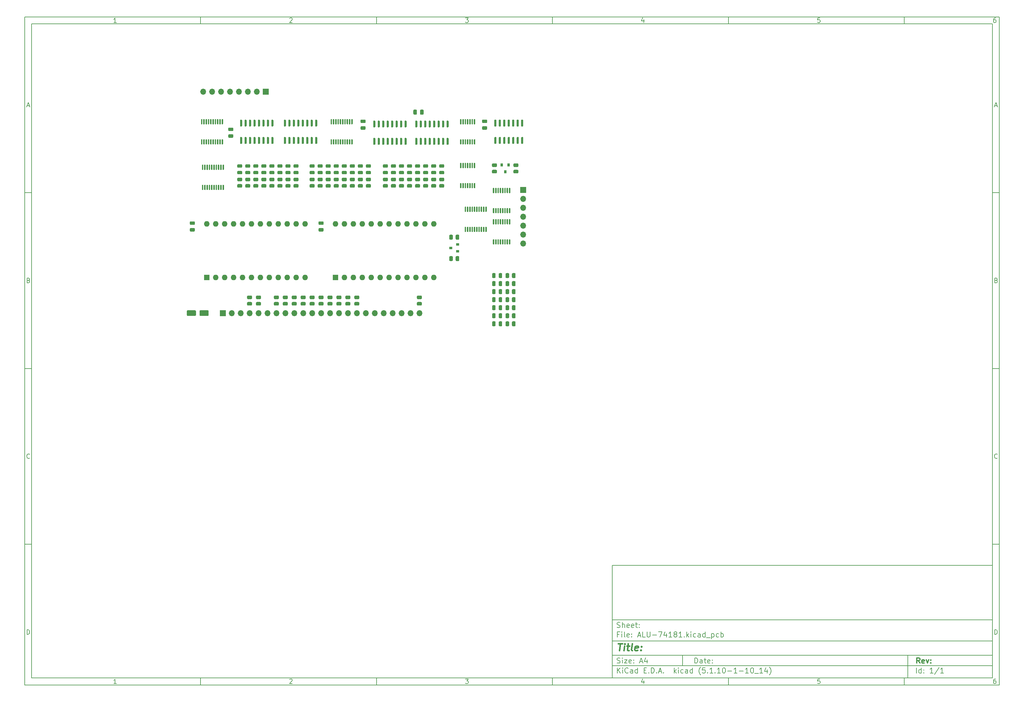
<source format=gbr>
%TF.GenerationSoftware,KiCad,Pcbnew,(5.1.10-1-10_14)*%
%TF.CreationDate,2021-11-14T11:47:48-05:00*%
%TF.ProjectId,ALU-74181,414c552d-3734-4313-9831-2e6b69636164,rev?*%
%TF.SameCoordinates,Original*%
%TF.FileFunction,Soldermask,Top*%
%TF.FilePolarity,Negative*%
%FSLAX46Y46*%
G04 Gerber Fmt 4.6, Leading zero omitted, Abs format (unit mm)*
G04 Created by KiCad (PCBNEW (5.1.10-1-10_14)) date 2021-11-14 11:47:48*
%MOMM*%
%LPD*%
G01*
G04 APERTURE LIST*
%ADD10C,0.100000*%
%ADD11C,0.150000*%
%ADD12C,0.300000*%
%ADD13C,0.400000*%
%ADD14O,1.700000X1.700000*%
%ADD15R,1.700000X1.700000*%
%ADD16R,0.900000X0.800000*%
%ADD17R,0.800000X0.900000*%
%ADD18O,1.600000X1.600000*%
%ADD19R,1.600000X1.600000*%
G04 APERTURE END LIST*
D10*
D11*
X177002200Y-166007200D02*
X177002200Y-198007200D01*
X285002200Y-198007200D01*
X285002200Y-166007200D01*
X177002200Y-166007200D01*
D10*
D11*
X10000000Y-10000000D02*
X10000000Y-200007200D01*
X287002200Y-200007200D01*
X287002200Y-10000000D01*
X10000000Y-10000000D01*
D10*
D11*
X12000000Y-12000000D02*
X12000000Y-198007200D01*
X285002200Y-198007200D01*
X285002200Y-12000000D01*
X12000000Y-12000000D01*
D10*
D11*
X60000000Y-12000000D02*
X60000000Y-10000000D01*
D10*
D11*
X110000000Y-12000000D02*
X110000000Y-10000000D01*
D10*
D11*
X160000000Y-12000000D02*
X160000000Y-10000000D01*
D10*
D11*
X210000000Y-12000000D02*
X210000000Y-10000000D01*
D10*
D11*
X260000000Y-12000000D02*
X260000000Y-10000000D01*
D10*
D11*
X36065476Y-11588095D02*
X35322619Y-11588095D01*
X35694047Y-11588095D02*
X35694047Y-10288095D01*
X35570238Y-10473809D01*
X35446428Y-10597619D01*
X35322619Y-10659523D01*
D10*
D11*
X85322619Y-10411904D02*
X85384523Y-10350000D01*
X85508333Y-10288095D01*
X85817857Y-10288095D01*
X85941666Y-10350000D01*
X86003571Y-10411904D01*
X86065476Y-10535714D01*
X86065476Y-10659523D01*
X86003571Y-10845238D01*
X85260714Y-11588095D01*
X86065476Y-11588095D01*
D10*
D11*
X135260714Y-10288095D02*
X136065476Y-10288095D01*
X135632142Y-10783333D01*
X135817857Y-10783333D01*
X135941666Y-10845238D01*
X136003571Y-10907142D01*
X136065476Y-11030952D01*
X136065476Y-11340476D01*
X136003571Y-11464285D01*
X135941666Y-11526190D01*
X135817857Y-11588095D01*
X135446428Y-11588095D01*
X135322619Y-11526190D01*
X135260714Y-11464285D01*
D10*
D11*
X185941666Y-10721428D02*
X185941666Y-11588095D01*
X185632142Y-10226190D02*
X185322619Y-11154761D01*
X186127380Y-11154761D01*
D10*
D11*
X236003571Y-10288095D02*
X235384523Y-10288095D01*
X235322619Y-10907142D01*
X235384523Y-10845238D01*
X235508333Y-10783333D01*
X235817857Y-10783333D01*
X235941666Y-10845238D01*
X236003571Y-10907142D01*
X236065476Y-11030952D01*
X236065476Y-11340476D01*
X236003571Y-11464285D01*
X235941666Y-11526190D01*
X235817857Y-11588095D01*
X235508333Y-11588095D01*
X235384523Y-11526190D01*
X235322619Y-11464285D01*
D10*
D11*
X285941666Y-10288095D02*
X285694047Y-10288095D01*
X285570238Y-10350000D01*
X285508333Y-10411904D01*
X285384523Y-10597619D01*
X285322619Y-10845238D01*
X285322619Y-11340476D01*
X285384523Y-11464285D01*
X285446428Y-11526190D01*
X285570238Y-11588095D01*
X285817857Y-11588095D01*
X285941666Y-11526190D01*
X286003571Y-11464285D01*
X286065476Y-11340476D01*
X286065476Y-11030952D01*
X286003571Y-10907142D01*
X285941666Y-10845238D01*
X285817857Y-10783333D01*
X285570238Y-10783333D01*
X285446428Y-10845238D01*
X285384523Y-10907142D01*
X285322619Y-11030952D01*
D10*
D11*
X60000000Y-198007200D02*
X60000000Y-200007200D01*
D10*
D11*
X110000000Y-198007200D02*
X110000000Y-200007200D01*
D10*
D11*
X160000000Y-198007200D02*
X160000000Y-200007200D01*
D10*
D11*
X210000000Y-198007200D02*
X210000000Y-200007200D01*
D10*
D11*
X260000000Y-198007200D02*
X260000000Y-200007200D01*
D10*
D11*
X36065476Y-199595295D02*
X35322619Y-199595295D01*
X35694047Y-199595295D02*
X35694047Y-198295295D01*
X35570238Y-198481009D01*
X35446428Y-198604819D01*
X35322619Y-198666723D01*
D10*
D11*
X85322619Y-198419104D02*
X85384523Y-198357200D01*
X85508333Y-198295295D01*
X85817857Y-198295295D01*
X85941666Y-198357200D01*
X86003571Y-198419104D01*
X86065476Y-198542914D01*
X86065476Y-198666723D01*
X86003571Y-198852438D01*
X85260714Y-199595295D01*
X86065476Y-199595295D01*
D10*
D11*
X135260714Y-198295295D02*
X136065476Y-198295295D01*
X135632142Y-198790533D01*
X135817857Y-198790533D01*
X135941666Y-198852438D01*
X136003571Y-198914342D01*
X136065476Y-199038152D01*
X136065476Y-199347676D01*
X136003571Y-199471485D01*
X135941666Y-199533390D01*
X135817857Y-199595295D01*
X135446428Y-199595295D01*
X135322619Y-199533390D01*
X135260714Y-199471485D01*
D10*
D11*
X185941666Y-198728628D02*
X185941666Y-199595295D01*
X185632142Y-198233390D02*
X185322619Y-199161961D01*
X186127380Y-199161961D01*
D10*
D11*
X236003571Y-198295295D02*
X235384523Y-198295295D01*
X235322619Y-198914342D01*
X235384523Y-198852438D01*
X235508333Y-198790533D01*
X235817857Y-198790533D01*
X235941666Y-198852438D01*
X236003571Y-198914342D01*
X236065476Y-199038152D01*
X236065476Y-199347676D01*
X236003571Y-199471485D01*
X235941666Y-199533390D01*
X235817857Y-199595295D01*
X235508333Y-199595295D01*
X235384523Y-199533390D01*
X235322619Y-199471485D01*
D10*
D11*
X285941666Y-198295295D02*
X285694047Y-198295295D01*
X285570238Y-198357200D01*
X285508333Y-198419104D01*
X285384523Y-198604819D01*
X285322619Y-198852438D01*
X285322619Y-199347676D01*
X285384523Y-199471485D01*
X285446428Y-199533390D01*
X285570238Y-199595295D01*
X285817857Y-199595295D01*
X285941666Y-199533390D01*
X286003571Y-199471485D01*
X286065476Y-199347676D01*
X286065476Y-199038152D01*
X286003571Y-198914342D01*
X285941666Y-198852438D01*
X285817857Y-198790533D01*
X285570238Y-198790533D01*
X285446428Y-198852438D01*
X285384523Y-198914342D01*
X285322619Y-199038152D01*
D10*
D11*
X10000000Y-60000000D02*
X12000000Y-60000000D01*
D10*
D11*
X10000000Y-110000000D02*
X12000000Y-110000000D01*
D10*
D11*
X10000000Y-160000000D02*
X12000000Y-160000000D01*
D10*
D11*
X10690476Y-35216666D02*
X11309523Y-35216666D01*
X10566666Y-35588095D02*
X11000000Y-34288095D01*
X11433333Y-35588095D01*
D10*
D11*
X11092857Y-84907142D02*
X11278571Y-84969047D01*
X11340476Y-85030952D01*
X11402380Y-85154761D01*
X11402380Y-85340476D01*
X11340476Y-85464285D01*
X11278571Y-85526190D01*
X11154761Y-85588095D01*
X10659523Y-85588095D01*
X10659523Y-84288095D01*
X11092857Y-84288095D01*
X11216666Y-84350000D01*
X11278571Y-84411904D01*
X11340476Y-84535714D01*
X11340476Y-84659523D01*
X11278571Y-84783333D01*
X11216666Y-84845238D01*
X11092857Y-84907142D01*
X10659523Y-84907142D01*
D10*
D11*
X11402380Y-135464285D02*
X11340476Y-135526190D01*
X11154761Y-135588095D01*
X11030952Y-135588095D01*
X10845238Y-135526190D01*
X10721428Y-135402380D01*
X10659523Y-135278571D01*
X10597619Y-135030952D01*
X10597619Y-134845238D01*
X10659523Y-134597619D01*
X10721428Y-134473809D01*
X10845238Y-134350000D01*
X11030952Y-134288095D01*
X11154761Y-134288095D01*
X11340476Y-134350000D01*
X11402380Y-134411904D01*
D10*
D11*
X10659523Y-185588095D02*
X10659523Y-184288095D01*
X10969047Y-184288095D01*
X11154761Y-184350000D01*
X11278571Y-184473809D01*
X11340476Y-184597619D01*
X11402380Y-184845238D01*
X11402380Y-185030952D01*
X11340476Y-185278571D01*
X11278571Y-185402380D01*
X11154761Y-185526190D01*
X10969047Y-185588095D01*
X10659523Y-185588095D01*
D10*
D11*
X287002200Y-60000000D02*
X285002200Y-60000000D01*
D10*
D11*
X287002200Y-110000000D02*
X285002200Y-110000000D01*
D10*
D11*
X287002200Y-160000000D02*
X285002200Y-160000000D01*
D10*
D11*
X285692676Y-35216666D02*
X286311723Y-35216666D01*
X285568866Y-35588095D02*
X286002200Y-34288095D01*
X286435533Y-35588095D01*
D10*
D11*
X286095057Y-84907142D02*
X286280771Y-84969047D01*
X286342676Y-85030952D01*
X286404580Y-85154761D01*
X286404580Y-85340476D01*
X286342676Y-85464285D01*
X286280771Y-85526190D01*
X286156961Y-85588095D01*
X285661723Y-85588095D01*
X285661723Y-84288095D01*
X286095057Y-84288095D01*
X286218866Y-84350000D01*
X286280771Y-84411904D01*
X286342676Y-84535714D01*
X286342676Y-84659523D01*
X286280771Y-84783333D01*
X286218866Y-84845238D01*
X286095057Y-84907142D01*
X285661723Y-84907142D01*
D10*
D11*
X286404580Y-135464285D02*
X286342676Y-135526190D01*
X286156961Y-135588095D01*
X286033152Y-135588095D01*
X285847438Y-135526190D01*
X285723628Y-135402380D01*
X285661723Y-135278571D01*
X285599819Y-135030952D01*
X285599819Y-134845238D01*
X285661723Y-134597619D01*
X285723628Y-134473809D01*
X285847438Y-134350000D01*
X286033152Y-134288095D01*
X286156961Y-134288095D01*
X286342676Y-134350000D01*
X286404580Y-134411904D01*
D10*
D11*
X285661723Y-185588095D02*
X285661723Y-184288095D01*
X285971247Y-184288095D01*
X286156961Y-184350000D01*
X286280771Y-184473809D01*
X286342676Y-184597619D01*
X286404580Y-184845238D01*
X286404580Y-185030952D01*
X286342676Y-185278571D01*
X286280771Y-185402380D01*
X286156961Y-185526190D01*
X285971247Y-185588095D01*
X285661723Y-185588095D01*
D10*
D11*
X200434342Y-193785771D02*
X200434342Y-192285771D01*
X200791485Y-192285771D01*
X201005771Y-192357200D01*
X201148628Y-192500057D01*
X201220057Y-192642914D01*
X201291485Y-192928628D01*
X201291485Y-193142914D01*
X201220057Y-193428628D01*
X201148628Y-193571485D01*
X201005771Y-193714342D01*
X200791485Y-193785771D01*
X200434342Y-193785771D01*
X202577200Y-193785771D02*
X202577200Y-193000057D01*
X202505771Y-192857200D01*
X202362914Y-192785771D01*
X202077200Y-192785771D01*
X201934342Y-192857200D01*
X202577200Y-193714342D02*
X202434342Y-193785771D01*
X202077200Y-193785771D01*
X201934342Y-193714342D01*
X201862914Y-193571485D01*
X201862914Y-193428628D01*
X201934342Y-193285771D01*
X202077200Y-193214342D01*
X202434342Y-193214342D01*
X202577200Y-193142914D01*
X203077200Y-192785771D02*
X203648628Y-192785771D01*
X203291485Y-192285771D02*
X203291485Y-193571485D01*
X203362914Y-193714342D01*
X203505771Y-193785771D01*
X203648628Y-193785771D01*
X204720057Y-193714342D02*
X204577200Y-193785771D01*
X204291485Y-193785771D01*
X204148628Y-193714342D01*
X204077200Y-193571485D01*
X204077200Y-193000057D01*
X204148628Y-192857200D01*
X204291485Y-192785771D01*
X204577200Y-192785771D01*
X204720057Y-192857200D01*
X204791485Y-193000057D01*
X204791485Y-193142914D01*
X204077200Y-193285771D01*
X205434342Y-193642914D02*
X205505771Y-193714342D01*
X205434342Y-193785771D01*
X205362914Y-193714342D01*
X205434342Y-193642914D01*
X205434342Y-193785771D01*
X205434342Y-192857200D02*
X205505771Y-192928628D01*
X205434342Y-193000057D01*
X205362914Y-192928628D01*
X205434342Y-192857200D01*
X205434342Y-193000057D01*
D10*
D11*
X177002200Y-194507200D02*
X285002200Y-194507200D01*
D10*
D11*
X178434342Y-196585771D02*
X178434342Y-195085771D01*
X179291485Y-196585771D02*
X178648628Y-195728628D01*
X179291485Y-195085771D02*
X178434342Y-195942914D01*
X179934342Y-196585771D02*
X179934342Y-195585771D01*
X179934342Y-195085771D02*
X179862914Y-195157200D01*
X179934342Y-195228628D01*
X180005771Y-195157200D01*
X179934342Y-195085771D01*
X179934342Y-195228628D01*
X181505771Y-196442914D02*
X181434342Y-196514342D01*
X181220057Y-196585771D01*
X181077200Y-196585771D01*
X180862914Y-196514342D01*
X180720057Y-196371485D01*
X180648628Y-196228628D01*
X180577200Y-195942914D01*
X180577200Y-195728628D01*
X180648628Y-195442914D01*
X180720057Y-195300057D01*
X180862914Y-195157200D01*
X181077200Y-195085771D01*
X181220057Y-195085771D01*
X181434342Y-195157200D01*
X181505771Y-195228628D01*
X182791485Y-196585771D02*
X182791485Y-195800057D01*
X182720057Y-195657200D01*
X182577200Y-195585771D01*
X182291485Y-195585771D01*
X182148628Y-195657200D01*
X182791485Y-196514342D02*
X182648628Y-196585771D01*
X182291485Y-196585771D01*
X182148628Y-196514342D01*
X182077200Y-196371485D01*
X182077200Y-196228628D01*
X182148628Y-196085771D01*
X182291485Y-196014342D01*
X182648628Y-196014342D01*
X182791485Y-195942914D01*
X184148628Y-196585771D02*
X184148628Y-195085771D01*
X184148628Y-196514342D02*
X184005771Y-196585771D01*
X183720057Y-196585771D01*
X183577200Y-196514342D01*
X183505771Y-196442914D01*
X183434342Y-196300057D01*
X183434342Y-195871485D01*
X183505771Y-195728628D01*
X183577200Y-195657200D01*
X183720057Y-195585771D01*
X184005771Y-195585771D01*
X184148628Y-195657200D01*
X186005771Y-195800057D02*
X186505771Y-195800057D01*
X186720057Y-196585771D02*
X186005771Y-196585771D01*
X186005771Y-195085771D01*
X186720057Y-195085771D01*
X187362914Y-196442914D02*
X187434342Y-196514342D01*
X187362914Y-196585771D01*
X187291485Y-196514342D01*
X187362914Y-196442914D01*
X187362914Y-196585771D01*
X188077200Y-196585771D02*
X188077200Y-195085771D01*
X188434342Y-195085771D01*
X188648628Y-195157200D01*
X188791485Y-195300057D01*
X188862914Y-195442914D01*
X188934342Y-195728628D01*
X188934342Y-195942914D01*
X188862914Y-196228628D01*
X188791485Y-196371485D01*
X188648628Y-196514342D01*
X188434342Y-196585771D01*
X188077200Y-196585771D01*
X189577200Y-196442914D02*
X189648628Y-196514342D01*
X189577200Y-196585771D01*
X189505771Y-196514342D01*
X189577200Y-196442914D01*
X189577200Y-196585771D01*
X190220057Y-196157200D02*
X190934342Y-196157200D01*
X190077200Y-196585771D02*
X190577200Y-195085771D01*
X191077200Y-196585771D01*
X191577200Y-196442914D02*
X191648628Y-196514342D01*
X191577200Y-196585771D01*
X191505771Y-196514342D01*
X191577200Y-196442914D01*
X191577200Y-196585771D01*
X194577200Y-196585771D02*
X194577200Y-195085771D01*
X194720057Y-196014342D02*
X195148628Y-196585771D01*
X195148628Y-195585771D02*
X194577200Y-196157200D01*
X195791485Y-196585771D02*
X195791485Y-195585771D01*
X195791485Y-195085771D02*
X195720057Y-195157200D01*
X195791485Y-195228628D01*
X195862914Y-195157200D01*
X195791485Y-195085771D01*
X195791485Y-195228628D01*
X197148628Y-196514342D02*
X197005771Y-196585771D01*
X196720057Y-196585771D01*
X196577200Y-196514342D01*
X196505771Y-196442914D01*
X196434342Y-196300057D01*
X196434342Y-195871485D01*
X196505771Y-195728628D01*
X196577200Y-195657200D01*
X196720057Y-195585771D01*
X197005771Y-195585771D01*
X197148628Y-195657200D01*
X198434342Y-196585771D02*
X198434342Y-195800057D01*
X198362914Y-195657200D01*
X198220057Y-195585771D01*
X197934342Y-195585771D01*
X197791485Y-195657200D01*
X198434342Y-196514342D02*
X198291485Y-196585771D01*
X197934342Y-196585771D01*
X197791485Y-196514342D01*
X197720057Y-196371485D01*
X197720057Y-196228628D01*
X197791485Y-196085771D01*
X197934342Y-196014342D01*
X198291485Y-196014342D01*
X198434342Y-195942914D01*
X199791485Y-196585771D02*
X199791485Y-195085771D01*
X199791485Y-196514342D02*
X199648628Y-196585771D01*
X199362914Y-196585771D01*
X199220057Y-196514342D01*
X199148628Y-196442914D01*
X199077200Y-196300057D01*
X199077200Y-195871485D01*
X199148628Y-195728628D01*
X199220057Y-195657200D01*
X199362914Y-195585771D01*
X199648628Y-195585771D01*
X199791485Y-195657200D01*
X202077200Y-197157200D02*
X202005771Y-197085771D01*
X201862914Y-196871485D01*
X201791485Y-196728628D01*
X201720057Y-196514342D01*
X201648628Y-196157200D01*
X201648628Y-195871485D01*
X201720057Y-195514342D01*
X201791485Y-195300057D01*
X201862914Y-195157200D01*
X202005771Y-194942914D01*
X202077200Y-194871485D01*
X203362914Y-195085771D02*
X202648628Y-195085771D01*
X202577200Y-195800057D01*
X202648628Y-195728628D01*
X202791485Y-195657200D01*
X203148628Y-195657200D01*
X203291485Y-195728628D01*
X203362914Y-195800057D01*
X203434342Y-195942914D01*
X203434342Y-196300057D01*
X203362914Y-196442914D01*
X203291485Y-196514342D01*
X203148628Y-196585771D01*
X202791485Y-196585771D01*
X202648628Y-196514342D01*
X202577200Y-196442914D01*
X204077200Y-196442914D02*
X204148628Y-196514342D01*
X204077200Y-196585771D01*
X204005771Y-196514342D01*
X204077200Y-196442914D01*
X204077200Y-196585771D01*
X205577200Y-196585771D02*
X204720057Y-196585771D01*
X205148628Y-196585771D02*
X205148628Y-195085771D01*
X205005771Y-195300057D01*
X204862914Y-195442914D01*
X204720057Y-195514342D01*
X206220057Y-196442914D02*
X206291485Y-196514342D01*
X206220057Y-196585771D01*
X206148628Y-196514342D01*
X206220057Y-196442914D01*
X206220057Y-196585771D01*
X207720057Y-196585771D02*
X206862914Y-196585771D01*
X207291485Y-196585771D02*
X207291485Y-195085771D01*
X207148628Y-195300057D01*
X207005771Y-195442914D01*
X206862914Y-195514342D01*
X208648628Y-195085771D02*
X208791485Y-195085771D01*
X208934342Y-195157200D01*
X209005771Y-195228628D01*
X209077200Y-195371485D01*
X209148628Y-195657200D01*
X209148628Y-196014342D01*
X209077200Y-196300057D01*
X209005771Y-196442914D01*
X208934342Y-196514342D01*
X208791485Y-196585771D01*
X208648628Y-196585771D01*
X208505771Y-196514342D01*
X208434342Y-196442914D01*
X208362914Y-196300057D01*
X208291485Y-196014342D01*
X208291485Y-195657200D01*
X208362914Y-195371485D01*
X208434342Y-195228628D01*
X208505771Y-195157200D01*
X208648628Y-195085771D01*
X209791485Y-196014342D02*
X210934342Y-196014342D01*
X212434342Y-196585771D02*
X211577200Y-196585771D01*
X212005771Y-196585771D02*
X212005771Y-195085771D01*
X211862914Y-195300057D01*
X211720057Y-195442914D01*
X211577200Y-195514342D01*
X213077200Y-196014342D02*
X214220057Y-196014342D01*
X215720057Y-196585771D02*
X214862914Y-196585771D01*
X215291485Y-196585771D02*
X215291485Y-195085771D01*
X215148628Y-195300057D01*
X215005771Y-195442914D01*
X214862914Y-195514342D01*
X216648628Y-195085771D02*
X216791485Y-195085771D01*
X216934342Y-195157200D01*
X217005771Y-195228628D01*
X217077200Y-195371485D01*
X217148628Y-195657200D01*
X217148628Y-196014342D01*
X217077200Y-196300057D01*
X217005771Y-196442914D01*
X216934342Y-196514342D01*
X216791485Y-196585771D01*
X216648628Y-196585771D01*
X216505771Y-196514342D01*
X216434342Y-196442914D01*
X216362914Y-196300057D01*
X216291485Y-196014342D01*
X216291485Y-195657200D01*
X216362914Y-195371485D01*
X216434342Y-195228628D01*
X216505771Y-195157200D01*
X216648628Y-195085771D01*
X217434342Y-196728628D02*
X218577200Y-196728628D01*
X219720057Y-196585771D02*
X218862914Y-196585771D01*
X219291485Y-196585771D02*
X219291485Y-195085771D01*
X219148628Y-195300057D01*
X219005771Y-195442914D01*
X218862914Y-195514342D01*
X221005771Y-195585771D02*
X221005771Y-196585771D01*
X220648628Y-195014342D02*
X220291485Y-196085771D01*
X221220057Y-196085771D01*
X221648628Y-197157200D02*
X221720057Y-197085771D01*
X221862914Y-196871485D01*
X221934342Y-196728628D01*
X222005771Y-196514342D01*
X222077200Y-196157200D01*
X222077200Y-195871485D01*
X222005771Y-195514342D01*
X221934342Y-195300057D01*
X221862914Y-195157200D01*
X221720057Y-194942914D01*
X221648628Y-194871485D01*
D10*
D11*
X177002200Y-191507200D02*
X285002200Y-191507200D01*
D10*
D12*
X264411485Y-193785771D02*
X263911485Y-193071485D01*
X263554342Y-193785771D02*
X263554342Y-192285771D01*
X264125771Y-192285771D01*
X264268628Y-192357200D01*
X264340057Y-192428628D01*
X264411485Y-192571485D01*
X264411485Y-192785771D01*
X264340057Y-192928628D01*
X264268628Y-193000057D01*
X264125771Y-193071485D01*
X263554342Y-193071485D01*
X265625771Y-193714342D02*
X265482914Y-193785771D01*
X265197200Y-193785771D01*
X265054342Y-193714342D01*
X264982914Y-193571485D01*
X264982914Y-193000057D01*
X265054342Y-192857200D01*
X265197200Y-192785771D01*
X265482914Y-192785771D01*
X265625771Y-192857200D01*
X265697200Y-193000057D01*
X265697200Y-193142914D01*
X264982914Y-193285771D01*
X266197200Y-192785771D02*
X266554342Y-193785771D01*
X266911485Y-192785771D01*
X267482914Y-193642914D02*
X267554342Y-193714342D01*
X267482914Y-193785771D01*
X267411485Y-193714342D01*
X267482914Y-193642914D01*
X267482914Y-193785771D01*
X267482914Y-192857200D02*
X267554342Y-192928628D01*
X267482914Y-193000057D01*
X267411485Y-192928628D01*
X267482914Y-192857200D01*
X267482914Y-193000057D01*
D10*
D11*
X178362914Y-193714342D02*
X178577200Y-193785771D01*
X178934342Y-193785771D01*
X179077200Y-193714342D01*
X179148628Y-193642914D01*
X179220057Y-193500057D01*
X179220057Y-193357200D01*
X179148628Y-193214342D01*
X179077200Y-193142914D01*
X178934342Y-193071485D01*
X178648628Y-193000057D01*
X178505771Y-192928628D01*
X178434342Y-192857200D01*
X178362914Y-192714342D01*
X178362914Y-192571485D01*
X178434342Y-192428628D01*
X178505771Y-192357200D01*
X178648628Y-192285771D01*
X179005771Y-192285771D01*
X179220057Y-192357200D01*
X179862914Y-193785771D02*
X179862914Y-192785771D01*
X179862914Y-192285771D02*
X179791485Y-192357200D01*
X179862914Y-192428628D01*
X179934342Y-192357200D01*
X179862914Y-192285771D01*
X179862914Y-192428628D01*
X180434342Y-192785771D02*
X181220057Y-192785771D01*
X180434342Y-193785771D01*
X181220057Y-193785771D01*
X182362914Y-193714342D02*
X182220057Y-193785771D01*
X181934342Y-193785771D01*
X181791485Y-193714342D01*
X181720057Y-193571485D01*
X181720057Y-193000057D01*
X181791485Y-192857200D01*
X181934342Y-192785771D01*
X182220057Y-192785771D01*
X182362914Y-192857200D01*
X182434342Y-193000057D01*
X182434342Y-193142914D01*
X181720057Y-193285771D01*
X183077200Y-193642914D02*
X183148628Y-193714342D01*
X183077200Y-193785771D01*
X183005771Y-193714342D01*
X183077200Y-193642914D01*
X183077200Y-193785771D01*
X183077200Y-192857200D02*
X183148628Y-192928628D01*
X183077200Y-193000057D01*
X183005771Y-192928628D01*
X183077200Y-192857200D01*
X183077200Y-193000057D01*
X184862914Y-193357200D02*
X185577200Y-193357200D01*
X184720057Y-193785771D02*
X185220057Y-192285771D01*
X185720057Y-193785771D01*
X186862914Y-192785771D02*
X186862914Y-193785771D01*
X186505771Y-192214342D02*
X186148628Y-193285771D01*
X187077200Y-193285771D01*
D10*
D11*
X263434342Y-196585771D02*
X263434342Y-195085771D01*
X264791485Y-196585771D02*
X264791485Y-195085771D01*
X264791485Y-196514342D02*
X264648628Y-196585771D01*
X264362914Y-196585771D01*
X264220057Y-196514342D01*
X264148628Y-196442914D01*
X264077200Y-196300057D01*
X264077200Y-195871485D01*
X264148628Y-195728628D01*
X264220057Y-195657200D01*
X264362914Y-195585771D01*
X264648628Y-195585771D01*
X264791485Y-195657200D01*
X265505771Y-196442914D02*
X265577200Y-196514342D01*
X265505771Y-196585771D01*
X265434342Y-196514342D01*
X265505771Y-196442914D01*
X265505771Y-196585771D01*
X265505771Y-195657200D02*
X265577200Y-195728628D01*
X265505771Y-195800057D01*
X265434342Y-195728628D01*
X265505771Y-195657200D01*
X265505771Y-195800057D01*
X268148628Y-196585771D02*
X267291485Y-196585771D01*
X267720057Y-196585771D02*
X267720057Y-195085771D01*
X267577200Y-195300057D01*
X267434342Y-195442914D01*
X267291485Y-195514342D01*
X269862914Y-195014342D02*
X268577200Y-196942914D01*
X271148628Y-196585771D02*
X270291485Y-196585771D01*
X270720057Y-196585771D02*
X270720057Y-195085771D01*
X270577200Y-195300057D01*
X270434342Y-195442914D01*
X270291485Y-195514342D01*
D10*
D11*
X177002200Y-187507200D02*
X285002200Y-187507200D01*
D10*
D13*
X178714580Y-188211961D02*
X179857438Y-188211961D01*
X179036009Y-190211961D02*
X179286009Y-188211961D01*
X180274104Y-190211961D02*
X180440771Y-188878628D01*
X180524104Y-188211961D02*
X180416961Y-188307200D01*
X180500295Y-188402438D01*
X180607438Y-188307200D01*
X180524104Y-188211961D01*
X180500295Y-188402438D01*
X181107438Y-188878628D02*
X181869342Y-188878628D01*
X181476485Y-188211961D02*
X181262200Y-189926247D01*
X181333628Y-190116723D01*
X181512200Y-190211961D01*
X181702676Y-190211961D01*
X182655057Y-190211961D02*
X182476485Y-190116723D01*
X182405057Y-189926247D01*
X182619342Y-188211961D01*
X184190771Y-190116723D02*
X183988390Y-190211961D01*
X183607438Y-190211961D01*
X183428866Y-190116723D01*
X183357438Y-189926247D01*
X183452676Y-189164342D01*
X183571723Y-188973866D01*
X183774104Y-188878628D01*
X184155057Y-188878628D01*
X184333628Y-188973866D01*
X184405057Y-189164342D01*
X184381247Y-189354819D01*
X183405057Y-189545295D01*
X185155057Y-190021485D02*
X185238390Y-190116723D01*
X185131247Y-190211961D01*
X185047914Y-190116723D01*
X185155057Y-190021485D01*
X185131247Y-190211961D01*
X185286009Y-188973866D02*
X185369342Y-189069104D01*
X185262200Y-189164342D01*
X185178866Y-189069104D01*
X185286009Y-188973866D01*
X185262200Y-189164342D01*
D10*
D11*
X178934342Y-185600057D02*
X178434342Y-185600057D01*
X178434342Y-186385771D02*
X178434342Y-184885771D01*
X179148628Y-184885771D01*
X179720057Y-186385771D02*
X179720057Y-185385771D01*
X179720057Y-184885771D02*
X179648628Y-184957200D01*
X179720057Y-185028628D01*
X179791485Y-184957200D01*
X179720057Y-184885771D01*
X179720057Y-185028628D01*
X180648628Y-186385771D02*
X180505771Y-186314342D01*
X180434342Y-186171485D01*
X180434342Y-184885771D01*
X181791485Y-186314342D02*
X181648628Y-186385771D01*
X181362914Y-186385771D01*
X181220057Y-186314342D01*
X181148628Y-186171485D01*
X181148628Y-185600057D01*
X181220057Y-185457200D01*
X181362914Y-185385771D01*
X181648628Y-185385771D01*
X181791485Y-185457200D01*
X181862914Y-185600057D01*
X181862914Y-185742914D01*
X181148628Y-185885771D01*
X182505771Y-186242914D02*
X182577200Y-186314342D01*
X182505771Y-186385771D01*
X182434342Y-186314342D01*
X182505771Y-186242914D01*
X182505771Y-186385771D01*
X182505771Y-185457200D02*
X182577200Y-185528628D01*
X182505771Y-185600057D01*
X182434342Y-185528628D01*
X182505771Y-185457200D01*
X182505771Y-185600057D01*
X184291485Y-185957200D02*
X185005771Y-185957200D01*
X184148628Y-186385771D02*
X184648628Y-184885771D01*
X185148628Y-186385771D01*
X186362914Y-186385771D02*
X185648628Y-186385771D01*
X185648628Y-184885771D01*
X186862914Y-184885771D02*
X186862914Y-186100057D01*
X186934342Y-186242914D01*
X187005771Y-186314342D01*
X187148628Y-186385771D01*
X187434342Y-186385771D01*
X187577200Y-186314342D01*
X187648628Y-186242914D01*
X187720057Y-186100057D01*
X187720057Y-184885771D01*
X188434342Y-185814342D02*
X189577200Y-185814342D01*
X190148628Y-184885771D02*
X191148628Y-184885771D01*
X190505771Y-186385771D01*
X192362914Y-185385771D02*
X192362914Y-186385771D01*
X192005771Y-184814342D02*
X191648628Y-185885771D01*
X192577200Y-185885771D01*
X193934342Y-186385771D02*
X193077200Y-186385771D01*
X193505771Y-186385771D02*
X193505771Y-184885771D01*
X193362914Y-185100057D01*
X193220057Y-185242914D01*
X193077200Y-185314342D01*
X194791485Y-185528628D02*
X194648628Y-185457200D01*
X194577200Y-185385771D01*
X194505771Y-185242914D01*
X194505771Y-185171485D01*
X194577200Y-185028628D01*
X194648628Y-184957200D01*
X194791485Y-184885771D01*
X195077200Y-184885771D01*
X195220057Y-184957200D01*
X195291485Y-185028628D01*
X195362914Y-185171485D01*
X195362914Y-185242914D01*
X195291485Y-185385771D01*
X195220057Y-185457200D01*
X195077200Y-185528628D01*
X194791485Y-185528628D01*
X194648628Y-185600057D01*
X194577200Y-185671485D01*
X194505771Y-185814342D01*
X194505771Y-186100057D01*
X194577200Y-186242914D01*
X194648628Y-186314342D01*
X194791485Y-186385771D01*
X195077200Y-186385771D01*
X195220057Y-186314342D01*
X195291485Y-186242914D01*
X195362914Y-186100057D01*
X195362914Y-185814342D01*
X195291485Y-185671485D01*
X195220057Y-185600057D01*
X195077200Y-185528628D01*
X196791485Y-186385771D02*
X195934342Y-186385771D01*
X196362914Y-186385771D02*
X196362914Y-184885771D01*
X196220057Y-185100057D01*
X196077200Y-185242914D01*
X195934342Y-185314342D01*
X197434342Y-186242914D02*
X197505771Y-186314342D01*
X197434342Y-186385771D01*
X197362914Y-186314342D01*
X197434342Y-186242914D01*
X197434342Y-186385771D01*
X198148628Y-186385771D02*
X198148628Y-184885771D01*
X198291485Y-185814342D02*
X198720057Y-186385771D01*
X198720057Y-185385771D02*
X198148628Y-185957200D01*
X199362914Y-186385771D02*
X199362914Y-185385771D01*
X199362914Y-184885771D02*
X199291485Y-184957200D01*
X199362914Y-185028628D01*
X199434342Y-184957200D01*
X199362914Y-184885771D01*
X199362914Y-185028628D01*
X200720057Y-186314342D02*
X200577200Y-186385771D01*
X200291485Y-186385771D01*
X200148628Y-186314342D01*
X200077200Y-186242914D01*
X200005771Y-186100057D01*
X200005771Y-185671485D01*
X200077200Y-185528628D01*
X200148628Y-185457200D01*
X200291485Y-185385771D01*
X200577200Y-185385771D01*
X200720057Y-185457200D01*
X202005771Y-186385771D02*
X202005771Y-185600057D01*
X201934342Y-185457200D01*
X201791485Y-185385771D01*
X201505771Y-185385771D01*
X201362914Y-185457200D01*
X202005771Y-186314342D02*
X201862914Y-186385771D01*
X201505771Y-186385771D01*
X201362914Y-186314342D01*
X201291485Y-186171485D01*
X201291485Y-186028628D01*
X201362914Y-185885771D01*
X201505771Y-185814342D01*
X201862914Y-185814342D01*
X202005771Y-185742914D01*
X203362914Y-186385771D02*
X203362914Y-184885771D01*
X203362914Y-186314342D02*
X203220057Y-186385771D01*
X202934342Y-186385771D01*
X202791485Y-186314342D01*
X202720057Y-186242914D01*
X202648628Y-186100057D01*
X202648628Y-185671485D01*
X202720057Y-185528628D01*
X202791485Y-185457200D01*
X202934342Y-185385771D01*
X203220057Y-185385771D01*
X203362914Y-185457200D01*
X203720057Y-186528628D02*
X204862914Y-186528628D01*
X205220057Y-185385771D02*
X205220057Y-186885771D01*
X205220057Y-185457200D02*
X205362914Y-185385771D01*
X205648628Y-185385771D01*
X205791485Y-185457200D01*
X205862914Y-185528628D01*
X205934342Y-185671485D01*
X205934342Y-186100057D01*
X205862914Y-186242914D01*
X205791485Y-186314342D01*
X205648628Y-186385771D01*
X205362914Y-186385771D01*
X205220057Y-186314342D01*
X207220057Y-186314342D02*
X207077200Y-186385771D01*
X206791485Y-186385771D01*
X206648628Y-186314342D01*
X206577200Y-186242914D01*
X206505771Y-186100057D01*
X206505771Y-185671485D01*
X206577200Y-185528628D01*
X206648628Y-185457200D01*
X206791485Y-185385771D01*
X207077200Y-185385771D01*
X207220057Y-185457200D01*
X207862914Y-186385771D02*
X207862914Y-184885771D01*
X207862914Y-185457200D02*
X208005771Y-185385771D01*
X208291485Y-185385771D01*
X208434342Y-185457200D01*
X208505771Y-185528628D01*
X208577200Y-185671485D01*
X208577200Y-186100057D01*
X208505771Y-186242914D01*
X208434342Y-186314342D01*
X208291485Y-186385771D01*
X208005771Y-186385771D01*
X207862914Y-186314342D01*
D10*
D11*
X177002200Y-181507200D02*
X285002200Y-181507200D01*
D10*
D11*
X178362914Y-183614342D02*
X178577200Y-183685771D01*
X178934342Y-183685771D01*
X179077200Y-183614342D01*
X179148628Y-183542914D01*
X179220057Y-183400057D01*
X179220057Y-183257200D01*
X179148628Y-183114342D01*
X179077200Y-183042914D01*
X178934342Y-182971485D01*
X178648628Y-182900057D01*
X178505771Y-182828628D01*
X178434342Y-182757200D01*
X178362914Y-182614342D01*
X178362914Y-182471485D01*
X178434342Y-182328628D01*
X178505771Y-182257200D01*
X178648628Y-182185771D01*
X179005771Y-182185771D01*
X179220057Y-182257200D01*
X179862914Y-183685771D02*
X179862914Y-182185771D01*
X180505771Y-183685771D02*
X180505771Y-182900057D01*
X180434342Y-182757200D01*
X180291485Y-182685771D01*
X180077200Y-182685771D01*
X179934342Y-182757200D01*
X179862914Y-182828628D01*
X181791485Y-183614342D02*
X181648628Y-183685771D01*
X181362914Y-183685771D01*
X181220057Y-183614342D01*
X181148628Y-183471485D01*
X181148628Y-182900057D01*
X181220057Y-182757200D01*
X181362914Y-182685771D01*
X181648628Y-182685771D01*
X181791485Y-182757200D01*
X181862914Y-182900057D01*
X181862914Y-183042914D01*
X181148628Y-183185771D01*
X183077200Y-183614342D02*
X182934342Y-183685771D01*
X182648628Y-183685771D01*
X182505771Y-183614342D01*
X182434342Y-183471485D01*
X182434342Y-182900057D01*
X182505771Y-182757200D01*
X182648628Y-182685771D01*
X182934342Y-182685771D01*
X183077200Y-182757200D01*
X183148628Y-182900057D01*
X183148628Y-183042914D01*
X182434342Y-183185771D01*
X183577200Y-182685771D02*
X184148628Y-182685771D01*
X183791485Y-182185771D02*
X183791485Y-183471485D01*
X183862914Y-183614342D01*
X184005771Y-183685771D01*
X184148628Y-183685771D01*
X184648628Y-183542914D02*
X184720057Y-183614342D01*
X184648628Y-183685771D01*
X184577200Y-183614342D01*
X184648628Y-183542914D01*
X184648628Y-183685771D01*
X184648628Y-182757200D02*
X184720057Y-182828628D01*
X184648628Y-182900057D01*
X184577200Y-182828628D01*
X184648628Y-182757200D01*
X184648628Y-182900057D01*
D10*
D11*
X197002200Y-191507200D02*
X197002200Y-194507200D01*
D10*
D11*
X261002200Y-191507200D02*
X261002200Y-198007200D01*
D14*
%TO.C,J3*%
X151638000Y-74422000D03*
X151638000Y-71882000D03*
X151638000Y-69342000D03*
X151638000Y-66802000D03*
X151638000Y-64262000D03*
X151638000Y-61722000D03*
D15*
X151638000Y-59182000D03*
%TD*%
%TO.C,R37*%
G36*
G01*
X143960002Y-52686000D02*
X143059998Y-52686000D01*
G75*
G02*
X142810000Y-52436002I0J249998D01*
G01*
X142810000Y-51910998D01*
G75*
G02*
X143059998Y-51661000I249998J0D01*
G01*
X143960002Y-51661000D01*
G75*
G02*
X144210000Y-51910998I0J-249998D01*
G01*
X144210000Y-52436002D01*
G75*
G02*
X143960002Y-52686000I-249998J0D01*
G01*
G37*
G36*
G01*
X143960002Y-54511000D02*
X143059998Y-54511000D01*
G75*
G02*
X142810000Y-54261002I0J249998D01*
G01*
X142810000Y-53735998D01*
G75*
G02*
X143059998Y-53486000I249998J0D01*
G01*
X143960002Y-53486000D01*
G75*
G02*
X144210000Y-53735998I0J-249998D01*
G01*
X144210000Y-54261002D01*
G75*
G02*
X143960002Y-54511000I-249998J0D01*
G01*
G37*
%TD*%
%TO.C,R2*%
G36*
G01*
X149155998Y-53486000D02*
X150056002Y-53486000D01*
G75*
G02*
X150306000Y-53735998I0J-249998D01*
G01*
X150306000Y-54261002D01*
G75*
G02*
X150056002Y-54511000I-249998J0D01*
G01*
X149155998Y-54511000D01*
G75*
G02*
X148906000Y-54261002I0J249998D01*
G01*
X148906000Y-53735998D01*
G75*
G02*
X149155998Y-53486000I249998J0D01*
G01*
G37*
G36*
G01*
X149155998Y-51661000D02*
X150056002Y-51661000D01*
G75*
G02*
X150306000Y-51910998I0J-249998D01*
G01*
X150306000Y-52436002D01*
G75*
G02*
X150056002Y-52686000I-249998J0D01*
G01*
X149155998Y-52686000D01*
G75*
G02*
X148906000Y-52436002I0J249998D01*
G01*
X148906000Y-51910998D01*
G75*
G02*
X149155998Y-51661000I249998J0D01*
G01*
G37*
%TD*%
%TO.C,U15*%
G36*
G01*
X143367000Y-60105000D02*
X143167000Y-60105000D01*
G75*
G02*
X143067000Y-60005000I0J100000D01*
G01*
X143067000Y-58730000D01*
G75*
G02*
X143167000Y-58630000I100000J0D01*
G01*
X143367000Y-58630000D01*
G75*
G02*
X143467000Y-58730000I0J-100000D01*
G01*
X143467000Y-60005000D01*
G75*
G02*
X143367000Y-60105000I-100000J0D01*
G01*
G37*
G36*
G01*
X144017000Y-60105000D02*
X143817000Y-60105000D01*
G75*
G02*
X143717000Y-60005000I0J100000D01*
G01*
X143717000Y-58730000D01*
G75*
G02*
X143817000Y-58630000I100000J0D01*
G01*
X144017000Y-58630000D01*
G75*
G02*
X144117000Y-58730000I0J-100000D01*
G01*
X144117000Y-60005000D01*
G75*
G02*
X144017000Y-60105000I-100000J0D01*
G01*
G37*
G36*
G01*
X144667000Y-60105000D02*
X144467000Y-60105000D01*
G75*
G02*
X144367000Y-60005000I0J100000D01*
G01*
X144367000Y-58730000D01*
G75*
G02*
X144467000Y-58630000I100000J0D01*
G01*
X144667000Y-58630000D01*
G75*
G02*
X144767000Y-58730000I0J-100000D01*
G01*
X144767000Y-60005000D01*
G75*
G02*
X144667000Y-60105000I-100000J0D01*
G01*
G37*
G36*
G01*
X145317000Y-60105000D02*
X145117000Y-60105000D01*
G75*
G02*
X145017000Y-60005000I0J100000D01*
G01*
X145017000Y-58730000D01*
G75*
G02*
X145117000Y-58630000I100000J0D01*
G01*
X145317000Y-58630000D01*
G75*
G02*
X145417000Y-58730000I0J-100000D01*
G01*
X145417000Y-60005000D01*
G75*
G02*
X145317000Y-60105000I-100000J0D01*
G01*
G37*
G36*
G01*
X145967000Y-60105000D02*
X145767000Y-60105000D01*
G75*
G02*
X145667000Y-60005000I0J100000D01*
G01*
X145667000Y-58730000D01*
G75*
G02*
X145767000Y-58630000I100000J0D01*
G01*
X145967000Y-58630000D01*
G75*
G02*
X146067000Y-58730000I0J-100000D01*
G01*
X146067000Y-60005000D01*
G75*
G02*
X145967000Y-60105000I-100000J0D01*
G01*
G37*
G36*
G01*
X146617000Y-60105000D02*
X146417000Y-60105000D01*
G75*
G02*
X146317000Y-60005000I0J100000D01*
G01*
X146317000Y-58730000D01*
G75*
G02*
X146417000Y-58630000I100000J0D01*
G01*
X146617000Y-58630000D01*
G75*
G02*
X146717000Y-58730000I0J-100000D01*
G01*
X146717000Y-60005000D01*
G75*
G02*
X146617000Y-60105000I-100000J0D01*
G01*
G37*
G36*
G01*
X147267000Y-60105000D02*
X147067000Y-60105000D01*
G75*
G02*
X146967000Y-60005000I0J100000D01*
G01*
X146967000Y-58730000D01*
G75*
G02*
X147067000Y-58630000I100000J0D01*
G01*
X147267000Y-58630000D01*
G75*
G02*
X147367000Y-58730000I0J-100000D01*
G01*
X147367000Y-60005000D01*
G75*
G02*
X147267000Y-60105000I-100000J0D01*
G01*
G37*
G36*
G01*
X147917000Y-60105000D02*
X147717000Y-60105000D01*
G75*
G02*
X147617000Y-60005000I0J100000D01*
G01*
X147617000Y-58730000D01*
G75*
G02*
X147717000Y-58630000I100000J0D01*
G01*
X147917000Y-58630000D01*
G75*
G02*
X148017000Y-58730000I0J-100000D01*
G01*
X148017000Y-60005000D01*
G75*
G02*
X147917000Y-60105000I-100000J0D01*
G01*
G37*
G36*
G01*
X147917000Y-65830000D02*
X147717000Y-65830000D01*
G75*
G02*
X147617000Y-65730000I0J100000D01*
G01*
X147617000Y-64455000D01*
G75*
G02*
X147717000Y-64355000I100000J0D01*
G01*
X147917000Y-64355000D01*
G75*
G02*
X148017000Y-64455000I0J-100000D01*
G01*
X148017000Y-65730000D01*
G75*
G02*
X147917000Y-65830000I-100000J0D01*
G01*
G37*
G36*
G01*
X147267000Y-65830000D02*
X147067000Y-65830000D01*
G75*
G02*
X146967000Y-65730000I0J100000D01*
G01*
X146967000Y-64455000D01*
G75*
G02*
X147067000Y-64355000I100000J0D01*
G01*
X147267000Y-64355000D01*
G75*
G02*
X147367000Y-64455000I0J-100000D01*
G01*
X147367000Y-65730000D01*
G75*
G02*
X147267000Y-65830000I-100000J0D01*
G01*
G37*
G36*
G01*
X146617000Y-65830000D02*
X146417000Y-65830000D01*
G75*
G02*
X146317000Y-65730000I0J100000D01*
G01*
X146317000Y-64455000D01*
G75*
G02*
X146417000Y-64355000I100000J0D01*
G01*
X146617000Y-64355000D01*
G75*
G02*
X146717000Y-64455000I0J-100000D01*
G01*
X146717000Y-65730000D01*
G75*
G02*
X146617000Y-65830000I-100000J0D01*
G01*
G37*
G36*
G01*
X145967000Y-65830000D02*
X145767000Y-65830000D01*
G75*
G02*
X145667000Y-65730000I0J100000D01*
G01*
X145667000Y-64455000D01*
G75*
G02*
X145767000Y-64355000I100000J0D01*
G01*
X145967000Y-64355000D01*
G75*
G02*
X146067000Y-64455000I0J-100000D01*
G01*
X146067000Y-65730000D01*
G75*
G02*
X145967000Y-65830000I-100000J0D01*
G01*
G37*
G36*
G01*
X145317000Y-65830000D02*
X145117000Y-65830000D01*
G75*
G02*
X145017000Y-65730000I0J100000D01*
G01*
X145017000Y-64455000D01*
G75*
G02*
X145117000Y-64355000I100000J0D01*
G01*
X145317000Y-64355000D01*
G75*
G02*
X145417000Y-64455000I0J-100000D01*
G01*
X145417000Y-65730000D01*
G75*
G02*
X145317000Y-65830000I-100000J0D01*
G01*
G37*
G36*
G01*
X144667000Y-65830000D02*
X144467000Y-65830000D01*
G75*
G02*
X144367000Y-65730000I0J100000D01*
G01*
X144367000Y-64455000D01*
G75*
G02*
X144467000Y-64355000I100000J0D01*
G01*
X144667000Y-64355000D01*
G75*
G02*
X144767000Y-64455000I0J-100000D01*
G01*
X144767000Y-65730000D01*
G75*
G02*
X144667000Y-65830000I-100000J0D01*
G01*
G37*
G36*
G01*
X144017000Y-65830000D02*
X143817000Y-65830000D01*
G75*
G02*
X143717000Y-65730000I0J100000D01*
G01*
X143717000Y-64455000D01*
G75*
G02*
X143817000Y-64355000I100000J0D01*
G01*
X144017000Y-64355000D01*
G75*
G02*
X144117000Y-64455000I0J-100000D01*
G01*
X144117000Y-65730000D01*
G75*
G02*
X144017000Y-65830000I-100000J0D01*
G01*
G37*
G36*
G01*
X143367000Y-65830000D02*
X143167000Y-65830000D01*
G75*
G02*
X143067000Y-65730000I0J100000D01*
G01*
X143067000Y-64455000D01*
G75*
G02*
X143167000Y-64355000I100000J0D01*
G01*
X143367000Y-64355000D01*
G75*
G02*
X143467000Y-64455000I0J-100000D01*
G01*
X143467000Y-65730000D01*
G75*
G02*
X143367000Y-65830000I-100000J0D01*
G01*
G37*
%TD*%
%TO.C,U14*%
G36*
G01*
X143367000Y-68995000D02*
X143167000Y-68995000D01*
G75*
G02*
X143067000Y-68895000I0J100000D01*
G01*
X143067000Y-67620000D01*
G75*
G02*
X143167000Y-67520000I100000J0D01*
G01*
X143367000Y-67520000D01*
G75*
G02*
X143467000Y-67620000I0J-100000D01*
G01*
X143467000Y-68895000D01*
G75*
G02*
X143367000Y-68995000I-100000J0D01*
G01*
G37*
G36*
G01*
X144017000Y-68995000D02*
X143817000Y-68995000D01*
G75*
G02*
X143717000Y-68895000I0J100000D01*
G01*
X143717000Y-67620000D01*
G75*
G02*
X143817000Y-67520000I100000J0D01*
G01*
X144017000Y-67520000D01*
G75*
G02*
X144117000Y-67620000I0J-100000D01*
G01*
X144117000Y-68895000D01*
G75*
G02*
X144017000Y-68995000I-100000J0D01*
G01*
G37*
G36*
G01*
X144667000Y-68995000D02*
X144467000Y-68995000D01*
G75*
G02*
X144367000Y-68895000I0J100000D01*
G01*
X144367000Y-67620000D01*
G75*
G02*
X144467000Y-67520000I100000J0D01*
G01*
X144667000Y-67520000D01*
G75*
G02*
X144767000Y-67620000I0J-100000D01*
G01*
X144767000Y-68895000D01*
G75*
G02*
X144667000Y-68995000I-100000J0D01*
G01*
G37*
G36*
G01*
X145317000Y-68995000D02*
X145117000Y-68995000D01*
G75*
G02*
X145017000Y-68895000I0J100000D01*
G01*
X145017000Y-67620000D01*
G75*
G02*
X145117000Y-67520000I100000J0D01*
G01*
X145317000Y-67520000D01*
G75*
G02*
X145417000Y-67620000I0J-100000D01*
G01*
X145417000Y-68895000D01*
G75*
G02*
X145317000Y-68995000I-100000J0D01*
G01*
G37*
G36*
G01*
X145967000Y-68995000D02*
X145767000Y-68995000D01*
G75*
G02*
X145667000Y-68895000I0J100000D01*
G01*
X145667000Y-67620000D01*
G75*
G02*
X145767000Y-67520000I100000J0D01*
G01*
X145967000Y-67520000D01*
G75*
G02*
X146067000Y-67620000I0J-100000D01*
G01*
X146067000Y-68895000D01*
G75*
G02*
X145967000Y-68995000I-100000J0D01*
G01*
G37*
G36*
G01*
X146617000Y-68995000D02*
X146417000Y-68995000D01*
G75*
G02*
X146317000Y-68895000I0J100000D01*
G01*
X146317000Y-67620000D01*
G75*
G02*
X146417000Y-67520000I100000J0D01*
G01*
X146617000Y-67520000D01*
G75*
G02*
X146717000Y-67620000I0J-100000D01*
G01*
X146717000Y-68895000D01*
G75*
G02*
X146617000Y-68995000I-100000J0D01*
G01*
G37*
G36*
G01*
X147267000Y-68995000D02*
X147067000Y-68995000D01*
G75*
G02*
X146967000Y-68895000I0J100000D01*
G01*
X146967000Y-67620000D01*
G75*
G02*
X147067000Y-67520000I100000J0D01*
G01*
X147267000Y-67520000D01*
G75*
G02*
X147367000Y-67620000I0J-100000D01*
G01*
X147367000Y-68895000D01*
G75*
G02*
X147267000Y-68995000I-100000J0D01*
G01*
G37*
G36*
G01*
X147917000Y-68995000D02*
X147717000Y-68995000D01*
G75*
G02*
X147617000Y-68895000I0J100000D01*
G01*
X147617000Y-67620000D01*
G75*
G02*
X147717000Y-67520000I100000J0D01*
G01*
X147917000Y-67520000D01*
G75*
G02*
X148017000Y-67620000I0J-100000D01*
G01*
X148017000Y-68895000D01*
G75*
G02*
X147917000Y-68995000I-100000J0D01*
G01*
G37*
G36*
G01*
X147917000Y-74720000D02*
X147717000Y-74720000D01*
G75*
G02*
X147617000Y-74620000I0J100000D01*
G01*
X147617000Y-73345000D01*
G75*
G02*
X147717000Y-73245000I100000J0D01*
G01*
X147917000Y-73245000D01*
G75*
G02*
X148017000Y-73345000I0J-100000D01*
G01*
X148017000Y-74620000D01*
G75*
G02*
X147917000Y-74720000I-100000J0D01*
G01*
G37*
G36*
G01*
X147267000Y-74720000D02*
X147067000Y-74720000D01*
G75*
G02*
X146967000Y-74620000I0J100000D01*
G01*
X146967000Y-73345000D01*
G75*
G02*
X147067000Y-73245000I100000J0D01*
G01*
X147267000Y-73245000D01*
G75*
G02*
X147367000Y-73345000I0J-100000D01*
G01*
X147367000Y-74620000D01*
G75*
G02*
X147267000Y-74720000I-100000J0D01*
G01*
G37*
G36*
G01*
X146617000Y-74720000D02*
X146417000Y-74720000D01*
G75*
G02*
X146317000Y-74620000I0J100000D01*
G01*
X146317000Y-73345000D01*
G75*
G02*
X146417000Y-73245000I100000J0D01*
G01*
X146617000Y-73245000D01*
G75*
G02*
X146717000Y-73345000I0J-100000D01*
G01*
X146717000Y-74620000D01*
G75*
G02*
X146617000Y-74720000I-100000J0D01*
G01*
G37*
G36*
G01*
X145967000Y-74720000D02*
X145767000Y-74720000D01*
G75*
G02*
X145667000Y-74620000I0J100000D01*
G01*
X145667000Y-73345000D01*
G75*
G02*
X145767000Y-73245000I100000J0D01*
G01*
X145967000Y-73245000D01*
G75*
G02*
X146067000Y-73345000I0J-100000D01*
G01*
X146067000Y-74620000D01*
G75*
G02*
X145967000Y-74720000I-100000J0D01*
G01*
G37*
G36*
G01*
X145317000Y-74720000D02*
X145117000Y-74720000D01*
G75*
G02*
X145017000Y-74620000I0J100000D01*
G01*
X145017000Y-73345000D01*
G75*
G02*
X145117000Y-73245000I100000J0D01*
G01*
X145317000Y-73245000D01*
G75*
G02*
X145417000Y-73345000I0J-100000D01*
G01*
X145417000Y-74620000D01*
G75*
G02*
X145317000Y-74720000I-100000J0D01*
G01*
G37*
G36*
G01*
X144667000Y-74720000D02*
X144467000Y-74720000D01*
G75*
G02*
X144367000Y-74620000I0J100000D01*
G01*
X144367000Y-73345000D01*
G75*
G02*
X144467000Y-73245000I100000J0D01*
G01*
X144667000Y-73245000D01*
G75*
G02*
X144767000Y-73345000I0J-100000D01*
G01*
X144767000Y-74620000D01*
G75*
G02*
X144667000Y-74720000I-100000J0D01*
G01*
G37*
G36*
G01*
X144017000Y-74720000D02*
X143817000Y-74720000D01*
G75*
G02*
X143717000Y-74620000I0J100000D01*
G01*
X143717000Y-73345000D01*
G75*
G02*
X143817000Y-73245000I100000J0D01*
G01*
X144017000Y-73245000D01*
G75*
G02*
X144117000Y-73345000I0J-100000D01*
G01*
X144117000Y-74620000D01*
G75*
G02*
X144017000Y-74720000I-100000J0D01*
G01*
G37*
G36*
G01*
X143367000Y-74720000D02*
X143167000Y-74720000D01*
G75*
G02*
X143067000Y-74620000I0J100000D01*
G01*
X143067000Y-73345000D01*
G75*
G02*
X143167000Y-73245000I100000J0D01*
G01*
X143367000Y-73245000D01*
G75*
G02*
X143467000Y-73345000I0J-100000D01*
G01*
X143467000Y-74620000D01*
G75*
G02*
X143367000Y-74720000I-100000J0D01*
G01*
G37*
%TD*%
%TO.C,R47*%
G36*
G01*
X122624002Y-90278000D02*
X121723998Y-90278000D01*
G75*
G02*
X121474000Y-90028002I0J249998D01*
G01*
X121474000Y-89502998D01*
G75*
G02*
X121723998Y-89253000I249998J0D01*
G01*
X122624002Y-89253000D01*
G75*
G02*
X122874000Y-89502998I0J-249998D01*
G01*
X122874000Y-90028002D01*
G75*
G02*
X122624002Y-90278000I-249998J0D01*
G01*
G37*
G36*
G01*
X122624002Y-92103000D02*
X121723998Y-92103000D01*
G75*
G02*
X121474000Y-91853002I0J249998D01*
G01*
X121474000Y-91327998D01*
G75*
G02*
X121723998Y-91078000I249998J0D01*
G01*
X122624002Y-91078000D01*
G75*
G02*
X122874000Y-91327998I0J-249998D01*
G01*
X122874000Y-91853002D01*
G75*
G02*
X122624002Y-92103000I-249998J0D01*
G01*
G37*
%TD*%
D14*
%TO.C,J2*%
X122174000Y-94234000D03*
X119634000Y-94234000D03*
X117094000Y-94234000D03*
X114554000Y-94234000D03*
X112014000Y-94234000D03*
X109474000Y-94234000D03*
X106934000Y-94234000D03*
X104394000Y-94234000D03*
X101854000Y-94234000D03*
X99314000Y-94234000D03*
X96774000Y-94234000D03*
X94234000Y-94234000D03*
X91694000Y-94234000D03*
X89154000Y-94234000D03*
X86614000Y-94234000D03*
X84074000Y-94234000D03*
X81534000Y-94234000D03*
X78994000Y-94234000D03*
X76454000Y-94234000D03*
X73914000Y-94234000D03*
X71374000Y-94234000D03*
X68834000Y-94234000D03*
D15*
X66294000Y-94234000D03*
%TD*%
%TO.C,C6*%
G36*
G01*
X58682000Y-93684000D02*
X58682000Y-94784000D01*
G75*
G02*
X58432000Y-95034000I-250000J0D01*
G01*
X56332000Y-95034000D01*
G75*
G02*
X56082000Y-94784000I0J250000D01*
G01*
X56082000Y-93684000D01*
G75*
G02*
X56332000Y-93434000I250000J0D01*
G01*
X58432000Y-93434000D01*
G75*
G02*
X58682000Y-93684000I0J-250000D01*
G01*
G37*
G36*
G01*
X62282000Y-93684000D02*
X62282000Y-94784000D01*
G75*
G02*
X62032000Y-95034000I-250000J0D01*
G01*
X59932000Y-95034000D01*
G75*
G02*
X59682000Y-94784000I0J250000D01*
G01*
X59682000Y-93684000D01*
G75*
G02*
X59932000Y-93434000I250000J0D01*
G01*
X62032000Y-93434000D01*
G75*
G02*
X62282000Y-93684000I0J-250000D01*
G01*
G37*
%TD*%
%TO.C,U13*%
G36*
G01*
X121435000Y-41426000D02*
X121135000Y-41426000D01*
G75*
G02*
X120985000Y-41276000I0J150000D01*
G01*
X120985000Y-39626000D01*
G75*
G02*
X121135000Y-39476000I150000J0D01*
G01*
X121435000Y-39476000D01*
G75*
G02*
X121585000Y-39626000I0J-150000D01*
G01*
X121585000Y-41276000D01*
G75*
G02*
X121435000Y-41426000I-150000J0D01*
G01*
G37*
G36*
G01*
X122705000Y-41426000D02*
X122405000Y-41426000D01*
G75*
G02*
X122255000Y-41276000I0J150000D01*
G01*
X122255000Y-39626000D01*
G75*
G02*
X122405000Y-39476000I150000J0D01*
G01*
X122705000Y-39476000D01*
G75*
G02*
X122855000Y-39626000I0J-150000D01*
G01*
X122855000Y-41276000D01*
G75*
G02*
X122705000Y-41426000I-150000J0D01*
G01*
G37*
G36*
G01*
X123975000Y-41426000D02*
X123675000Y-41426000D01*
G75*
G02*
X123525000Y-41276000I0J150000D01*
G01*
X123525000Y-39626000D01*
G75*
G02*
X123675000Y-39476000I150000J0D01*
G01*
X123975000Y-39476000D01*
G75*
G02*
X124125000Y-39626000I0J-150000D01*
G01*
X124125000Y-41276000D01*
G75*
G02*
X123975000Y-41426000I-150000J0D01*
G01*
G37*
G36*
G01*
X125245000Y-41426000D02*
X124945000Y-41426000D01*
G75*
G02*
X124795000Y-41276000I0J150000D01*
G01*
X124795000Y-39626000D01*
G75*
G02*
X124945000Y-39476000I150000J0D01*
G01*
X125245000Y-39476000D01*
G75*
G02*
X125395000Y-39626000I0J-150000D01*
G01*
X125395000Y-41276000D01*
G75*
G02*
X125245000Y-41426000I-150000J0D01*
G01*
G37*
G36*
G01*
X126515000Y-41426000D02*
X126215000Y-41426000D01*
G75*
G02*
X126065000Y-41276000I0J150000D01*
G01*
X126065000Y-39626000D01*
G75*
G02*
X126215000Y-39476000I150000J0D01*
G01*
X126515000Y-39476000D01*
G75*
G02*
X126665000Y-39626000I0J-150000D01*
G01*
X126665000Y-41276000D01*
G75*
G02*
X126515000Y-41426000I-150000J0D01*
G01*
G37*
G36*
G01*
X127785000Y-41426000D02*
X127485000Y-41426000D01*
G75*
G02*
X127335000Y-41276000I0J150000D01*
G01*
X127335000Y-39626000D01*
G75*
G02*
X127485000Y-39476000I150000J0D01*
G01*
X127785000Y-39476000D01*
G75*
G02*
X127935000Y-39626000I0J-150000D01*
G01*
X127935000Y-41276000D01*
G75*
G02*
X127785000Y-41426000I-150000J0D01*
G01*
G37*
G36*
G01*
X129055000Y-41426000D02*
X128755000Y-41426000D01*
G75*
G02*
X128605000Y-41276000I0J150000D01*
G01*
X128605000Y-39626000D01*
G75*
G02*
X128755000Y-39476000I150000J0D01*
G01*
X129055000Y-39476000D01*
G75*
G02*
X129205000Y-39626000I0J-150000D01*
G01*
X129205000Y-41276000D01*
G75*
G02*
X129055000Y-41426000I-150000J0D01*
G01*
G37*
G36*
G01*
X130325000Y-41426000D02*
X130025000Y-41426000D01*
G75*
G02*
X129875000Y-41276000I0J150000D01*
G01*
X129875000Y-39626000D01*
G75*
G02*
X130025000Y-39476000I150000J0D01*
G01*
X130325000Y-39476000D01*
G75*
G02*
X130475000Y-39626000I0J-150000D01*
G01*
X130475000Y-41276000D01*
G75*
G02*
X130325000Y-41426000I-150000J0D01*
G01*
G37*
G36*
G01*
X130325000Y-46376000D02*
X130025000Y-46376000D01*
G75*
G02*
X129875000Y-46226000I0J150000D01*
G01*
X129875000Y-44576000D01*
G75*
G02*
X130025000Y-44426000I150000J0D01*
G01*
X130325000Y-44426000D01*
G75*
G02*
X130475000Y-44576000I0J-150000D01*
G01*
X130475000Y-46226000D01*
G75*
G02*
X130325000Y-46376000I-150000J0D01*
G01*
G37*
G36*
G01*
X129055000Y-46376000D02*
X128755000Y-46376000D01*
G75*
G02*
X128605000Y-46226000I0J150000D01*
G01*
X128605000Y-44576000D01*
G75*
G02*
X128755000Y-44426000I150000J0D01*
G01*
X129055000Y-44426000D01*
G75*
G02*
X129205000Y-44576000I0J-150000D01*
G01*
X129205000Y-46226000D01*
G75*
G02*
X129055000Y-46376000I-150000J0D01*
G01*
G37*
G36*
G01*
X127785000Y-46376000D02*
X127485000Y-46376000D01*
G75*
G02*
X127335000Y-46226000I0J150000D01*
G01*
X127335000Y-44576000D01*
G75*
G02*
X127485000Y-44426000I150000J0D01*
G01*
X127785000Y-44426000D01*
G75*
G02*
X127935000Y-44576000I0J-150000D01*
G01*
X127935000Y-46226000D01*
G75*
G02*
X127785000Y-46376000I-150000J0D01*
G01*
G37*
G36*
G01*
X126515000Y-46376000D02*
X126215000Y-46376000D01*
G75*
G02*
X126065000Y-46226000I0J150000D01*
G01*
X126065000Y-44576000D01*
G75*
G02*
X126215000Y-44426000I150000J0D01*
G01*
X126515000Y-44426000D01*
G75*
G02*
X126665000Y-44576000I0J-150000D01*
G01*
X126665000Y-46226000D01*
G75*
G02*
X126515000Y-46376000I-150000J0D01*
G01*
G37*
G36*
G01*
X125245000Y-46376000D02*
X124945000Y-46376000D01*
G75*
G02*
X124795000Y-46226000I0J150000D01*
G01*
X124795000Y-44576000D01*
G75*
G02*
X124945000Y-44426000I150000J0D01*
G01*
X125245000Y-44426000D01*
G75*
G02*
X125395000Y-44576000I0J-150000D01*
G01*
X125395000Y-46226000D01*
G75*
G02*
X125245000Y-46376000I-150000J0D01*
G01*
G37*
G36*
G01*
X123975000Y-46376000D02*
X123675000Y-46376000D01*
G75*
G02*
X123525000Y-46226000I0J150000D01*
G01*
X123525000Y-44576000D01*
G75*
G02*
X123675000Y-44426000I150000J0D01*
G01*
X123975000Y-44426000D01*
G75*
G02*
X124125000Y-44576000I0J-150000D01*
G01*
X124125000Y-46226000D01*
G75*
G02*
X123975000Y-46376000I-150000J0D01*
G01*
G37*
G36*
G01*
X122705000Y-46376000D02*
X122405000Y-46376000D01*
G75*
G02*
X122255000Y-46226000I0J150000D01*
G01*
X122255000Y-44576000D01*
G75*
G02*
X122405000Y-44426000I150000J0D01*
G01*
X122705000Y-44426000D01*
G75*
G02*
X122855000Y-44576000I0J-150000D01*
G01*
X122855000Y-46226000D01*
G75*
G02*
X122705000Y-46376000I-150000J0D01*
G01*
G37*
G36*
G01*
X121435000Y-46376000D02*
X121135000Y-46376000D01*
G75*
G02*
X120985000Y-46226000I0J150000D01*
G01*
X120985000Y-44576000D01*
G75*
G02*
X121135000Y-44426000I150000J0D01*
G01*
X121435000Y-44426000D01*
G75*
G02*
X121585000Y-44576000I0J-150000D01*
G01*
X121585000Y-46226000D01*
G75*
G02*
X121435000Y-46376000I-150000J0D01*
G01*
G37*
%TD*%
%TO.C,R48*%
G36*
G01*
X132480000Y-73094002D02*
X132480000Y-72193998D01*
G75*
G02*
X132729998Y-71944000I249998J0D01*
G01*
X133255002Y-71944000D01*
G75*
G02*
X133505000Y-72193998I0J-249998D01*
G01*
X133505000Y-73094002D01*
G75*
G02*
X133255002Y-73344000I-249998J0D01*
G01*
X132729998Y-73344000D01*
G75*
G02*
X132480000Y-73094002I0J249998D01*
G01*
G37*
G36*
G01*
X130655000Y-73094002D02*
X130655000Y-72193998D01*
G75*
G02*
X130904998Y-71944000I249998J0D01*
G01*
X131430002Y-71944000D01*
G75*
G02*
X131680000Y-72193998I0J-249998D01*
G01*
X131680000Y-73094002D01*
G75*
G02*
X131430002Y-73344000I-249998J0D01*
G01*
X130904998Y-73344000D01*
G75*
G02*
X130655000Y-73094002I0J249998D01*
G01*
G37*
%TD*%
%TO.C,R3*%
G36*
G01*
X132480000Y-79190002D02*
X132480000Y-78289998D01*
G75*
G02*
X132729998Y-78040000I249998J0D01*
G01*
X133255002Y-78040000D01*
G75*
G02*
X133505000Y-78289998I0J-249998D01*
G01*
X133505000Y-79190002D01*
G75*
G02*
X133255002Y-79440000I-249998J0D01*
G01*
X132729998Y-79440000D01*
G75*
G02*
X132480000Y-79190002I0J249998D01*
G01*
G37*
G36*
G01*
X130655000Y-79190002D02*
X130655000Y-78289998D01*
G75*
G02*
X130904998Y-78040000I249998J0D01*
G01*
X131430002Y-78040000D01*
G75*
G02*
X131680000Y-78289998I0J-249998D01*
G01*
X131680000Y-79190002D01*
G75*
G02*
X131430002Y-79440000I-249998J0D01*
G01*
X130904998Y-79440000D01*
G75*
G02*
X130655000Y-79190002I0J249998D01*
G01*
G37*
%TD*%
D16*
%TO.C,Q2*%
X131080000Y-75692000D03*
X133080000Y-74742000D03*
X133080000Y-76642000D03*
%TD*%
D17*
%TO.C,Q1*%
X146558000Y-54086000D03*
X145608000Y-52086000D03*
X147508000Y-52086000D03*
%TD*%
%TO.C,U10*%
G36*
G01*
X109497000Y-41426000D02*
X109197000Y-41426000D01*
G75*
G02*
X109047000Y-41276000I0J150000D01*
G01*
X109047000Y-39626000D01*
G75*
G02*
X109197000Y-39476000I150000J0D01*
G01*
X109497000Y-39476000D01*
G75*
G02*
X109647000Y-39626000I0J-150000D01*
G01*
X109647000Y-41276000D01*
G75*
G02*
X109497000Y-41426000I-150000J0D01*
G01*
G37*
G36*
G01*
X110767000Y-41426000D02*
X110467000Y-41426000D01*
G75*
G02*
X110317000Y-41276000I0J150000D01*
G01*
X110317000Y-39626000D01*
G75*
G02*
X110467000Y-39476000I150000J0D01*
G01*
X110767000Y-39476000D01*
G75*
G02*
X110917000Y-39626000I0J-150000D01*
G01*
X110917000Y-41276000D01*
G75*
G02*
X110767000Y-41426000I-150000J0D01*
G01*
G37*
G36*
G01*
X112037000Y-41426000D02*
X111737000Y-41426000D01*
G75*
G02*
X111587000Y-41276000I0J150000D01*
G01*
X111587000Y-39626000D01*
G75*
G02*
X111737000Y-39476000I150000J0D01*
G01*
X112037000Y-39476000D01*
G75*
G02*
X112187000Y-39626000I0J-150000D01*
G01*
X112187000Y-41276000D01*
G75*
G02*
X112037000Y-41426000I-150000J0D01*
G01*
G37*
G36*
G01*
X113307000Y-41426000D02*
X113007000Y-41426000D01*
G75*
G02*
X112857000Y-41276000I0J150000D01*
G01*
X112857000Y-39626000D01*
G75*
G02*
X113007000Y-39476000I150000J0D01*
G01*
X113307000Y-39476000D01*
G75*
G02*
X113457000Y-39626000I0J-150000D01*
G01*
X113457000Y-41276000D01*
G75*
G02*
X113307000Y-41426000I-150000J0D01*
G01*
G37*
G36*
G01*
X114577000Y-41426000D02*
X114277000Y-41426000D01*
G75*
G02*
X114127000Y-41276000I0J150000D01*
G01*
X114127000Y-39626000D01*
G75*
G02*
X114277000Y-39476000I150000J0D01*
G01*
X114577000Y-39476000D01*
G75*
G02*
X114727000Y-39626000I0J-150000D01*
G01*
X114727000Y-41276000D01*
G75*
G02*
X114577000Y-41426000I-150000J0D01*
G01*
G37*
G36*
G01*
X115847000Y-41426000D02*
X115547000Y-41426000D01*
G75*
G02*
X115397000Y-41276000I0J150000D01*
G01*
X115397000Y-39626000D01*
G75*
G02*
X115547000Y-39476000I150000J0D01*
G01*
X115847000Y-39476000D01*
G75*
G02*
X115997000Y-39626000I0J-150000D01*
G01*
X115997000Y-41276000D01*
G75*
G02*
X115847000Y-41426000I-150000J0D01*
G01*
G37*
G36*
G01*
X117117000Y-41426000D02*
X116817000Y-41426000D01*
G75*
G02*
X116667000Y-41276000I0J150000D01*
G01*
X116667000Y-39626000D01*
G75*
G02*
X116817000Y-39476000I150000J0D01*
G01*
X117117000Y-39476000D01*
G75*
G02*
X117267000Y-39626000I0J-150000D01*
G01*
X117267000Y-41276000D01*
G75*
G02*
X117117000Y-41426000I-150000J0D01*
G01*
G37*
G36*
G01*
X118387000Y-41426000D02*
X118087000Y-41426000D01*
G75*
G02*
X117937000Y-41276000I0J150000D01*
G01*
X117937000Y-39626000D01*
G75*
G02*
X118087000Y-39476000I150000J0D01*
G01*
X118387000Y-39476000D01*
G75*
G02*
X118537000Y-39626000I0J-150000D01*
G01*
X118537000Y-41276000D01*
G75*
G02*
X118387000Y-41426000I-150000J0D01*
G01*
G37*
G36*
G01*
X118387000Y-46376000D02*
X118087000Y-46376000D01*
G75*
G02*
X117937000Y-46226000I0J150000D01*
G01*
X117937000Y-44576000D01*
G75*
G02*
X118087000Y-44426000I150000J0D01*
G01*
X118387000Y-44426000D01*
G75*
G02*
X118537000Y-44576000I0J-150000D01*
G01*
X118537000Y-46226000D01*
G75*
G02*
X118387000Y-46376000I-150000J0D01*
G01*
G37*
G36*
G01*
X117117000Y-46376000D02*
X116817000Y-46376000D01*
G75*
G02*
X116667000Y-46226000I0J150000D01*
G01*
X116667000Y-44576000D01*
G75*
G02*
X116817000Y-44426000I150000J0D01*
G01*
X117117000Y-44426000D01*
G75*
G02*
X117267000Y-44576000I0J-150000D01*
G01*
X117267000Y-46226000D01*
G75*
G02*
X117117000Y-46376000I-150000J0D01*
G01*
G37*
G36*
G01*
X115847000Y-46376000D02*
X115547000Y-46376000D01*
G75*
G02*
X115397000Y-46226000I0J150000D01*
G01*
X115397000Y-44576000D01*
G75*
G02*
X115547000Y-44426000I150000J0D01*
G01*
X115847000Y-44426000D01*
G75*
G02*
X115997000Y-44576000I0J-150000D01*
G01*
X115997000Y-46226000D01*
G75*
G02*
X115847000Y-46376000I-150000J0D01*
G01*
G37*
G36*
G01*
X114577000Y-46376000D02*
X114277000Y-46376000D01*
G75*
G02*
X114127000Y-46226000I0J150000D01*
G01*
X114127000Y-44576000D01*
G75*
G02*
X114277000Y-44426000I150000J0D01*
G01*
X114577000Y-44426000D01*
G75*
G02*
X114727000Y-44576000I0J-150000D01*
G01*
X114727000Y-46226000D01*
G75*
G02*
X114577000Y-46376000I-150000J0D01*
G01*
G37*
G36*
G01*
X113307000Y-46376000D02*
X113007000Y-46376000D01*
G75*
G02*
X112857000Y-46226000I0J150000D01*
G01*
X112857000Y-44576000D01*
G75*
G02*
X113007000Y-44426000I150000J0D01*
G01*
X113307000Y-44426000D01*
G75*
G02*
X113457000Y-44576000I0J-150000D01*
G01*
X113457000Y-46226000D01*
G75*
G02*
X113307000Y-46376000I-150000J0D01*
G01*
G37*
G36*
G01*
X112037000Y-46376000D02*
X111737000Y-46376000D01*
G75*
G02*
X111587000Y-46226000I0J150000D01*
G01*
X111587000Y-44576000D01*
G75*
G02*
X111737000Y-44426000I150000J0D01*
G01*
X112037000Y-44426000D01*
G75*
G02*
X112187000Y-44576000I0J-150000D01*
G01*
X112187000Y-46226000D01*
G75*
G02*
X112037000Y-46376000I-150000J0D01*
G01*
G37*
G36*
G01*
X110767000Y-46376000D02*
X110467000Y-46376000D01*
G75*
G02*
X110317000Y-46226000I0J150000D01*
G01*
X110317000Y-44576000D01*
G75*
G02*
X110467000Y-44426000I150000J0D01*
G01*
X110767000Y-44426000D01*
G75*
G02*
X110917000Y-44576000I0J-150000D01*
G01*
X110917000Y-46226000D01*
G75*
G02*
X110767000Y-46376000I-150000J0D01*
G01*
G37*
G36*
G01*
X109497000Y-46376000D02*
X109197000Y-46376000D01*
G75*
G02*
X109047000Y-46226000I0J150000D01*
G01*
X109047000Y-44576000D01*
G75*
G02*
X109197000Y-44426000I150000J0D01*
G01*
X109497000Y-44426000D01*
G75*
G02*
X109647000Y-44576000I0J-150000D01*
G01*
X109647000Y-46226000D01*
G75*
G02*
X109497000Y-46376000I-150000J0D01*
G01*
G37*
%TD*%
D18*
%TO.C,U8*%
X98298000Y-68834000D03*
X126238000Y-84074000D03*
X100838000Y-68834000D03*
X123698000Y-84074000D03*
X103378000Y-68834000D03*
X121158000Y-84074000D03*
X105918000Y-68834000D03*
X118618000Y-84074000D03*
X108458000Y-68834000D03*
X116078000Y-84074000D03*
X110998000Y-68834000D03*
X113538000Y-84074000D03*
X113538000Y-68834000D03*
X110998000Y-84074000D03*
X116078000Y-68834000D03*
X108458000Y-84074000D03*
X118618000Y-68834000D03*
X105918000Y-84074000D03*
X121158000Y-68834000D03*
X103378000Y-84074000D03*
X123698000Y-68834000D03*
X100838000Y-84074000D03*
X126238000Y-68834000D03*
D19*
X98298000Y-84074000D03*
%TD*%
D18*
%TO.C,U6*%
X61722000Y-68834000D03*
X89662000Y-84074000D03*
X64262000Y-68834000D03*
X87122000Y-84074000D03*
X66802000Y-68834000D03*
X84582000Y-84074000D03*
X69342000Y-68834000D03*
X82042000Y-84074000D03*
X71882000Y-68834000D03*
X79502000Y-84074000D03*
X74422000Y-68834000D03*
X76962000Y-84074000D03*
X76962000Y-68834000D03*
X74422000Y-84074000D03*
X79502000Y-68834000D03*
X71882000Y-84074000D03*
X82042000Y-68834000D03*
X69342000Y-84074000D03*
X84582000Y-68834000D03*
X66802000Y-84074000D03*
X87122000Y-68834000D03*
X64262000Y-84074000D03*
X89662000Y-68834000D03*
D19*
X61722000Y-84074000D03*
%TD*%
%TO.C,U12*%
G36*
G01*
X135351000Y-65439000D02*
X135151000Y-65439000D01*
G75*
G02*
X135051000Y-65339000I0J100000D01*
G01*
X135051000Y-64064000D01*
G75*
G02*
X135151000Y-63964000I100000J0D01*
G01*
X135351000Y-63964000D01*
G75*
G02*
X135451000Y-64064000I0J-100000D01*
G01*
X135451000Y-65339000D01*
G75*
G02*
X135351000Y-65439000I-100000J0D01*
G01*
G37*
G36*
G01*
X136001000Y-65439000D02*
X135801000Y-65439000D01*
G75*
G02*
X135701000Y-65339000I0J100000D01*
G01*
X135701000Y-64064000D01*
G75*
G02*
X135801000Y-63964000I100000J0D01*
G01*
X136001000Y-63964000D01*
G75*
G02*
X136101000Y-64064000I0J-100000D01*
G01*
X136101000Y-65339000D01*
G75*
G02*
X136001000Y-65439000I-100000J0D01*
G01*
G37*
G36*
G01*
X136651000Y-65439000D02*
X136451000Y-65439000D01*
G75*
G02*
X136351000Y-65339000I0J100000D01*
G01*
X136351000Y-64064000D01*
G75*
G02*
X136451000Y-63964000I100000J0D01*
G01*
X136651000Y-63964000D01*
G75*
G02*
X136751000Y-64064000I0J-100000D01*
G01*
X136751000Y-65339000D01*
G75*
G02*
X136651000Y-65439000I-100000J0D01*
G01*
G37*
G36*
G01*
X137301000Y-65439000D02*
X137101000Y-65439000D01*
G75*
G02*
X137001000Y-65339000I0J100000D01*
G01*
X137001000Y-64064000D01*
G75*
G02*
X137101000Y-63964000I100000J0D01*
G01*
X137301000Y-63964000D01*
G75*
G02*
X137401000Y-64064000I0J-100000D01*
G01*
X137401000Y-65339000D01*
G75*
G02*
X137301000Y-65439000I-100000J0D01*
G01*
G37*
G36*
G01*
X137951000Y-65439000D02*
X137751000Y-65439000D01*
G75*
G02*
X137651000Y-65339000I0J100000D01*
G01*
X137651000Y-64064000D01*
G75*
G02*
X137751000Y-63964000I100000J0D01*
G01*
X137951000Y-63964000D01*
G75*
G02*
X138051000Y-64064000I0J-100000D01*
G01*
X138051000Y-65339000D01*
G75*
G02*
X137951000Y-65439000I-100000J0D01*
G01*
G37*
G36*
G01*
X138601000Y-65439000D02*
X138401000Y-65439000D01*
G75*
G02*
X138301000Y-65339000I0J100000D01*
G01*
X138301000Y-64064000D01*
G75*
G02*
X138401000Y-63964000I100000J0D01*
G01*
X138601000Y-63964000D01*
G75*
G02*
X138701000Y-64064000I0J-100000D01*
G01*
X138701000Y-65339000D01*
G75*
G02*
X138601000Y-65439000I-100000J0D01*
G01*
G37*
G36*
G01*
X139251000Y-65439000D02*
X139051000Y-65439000D01*
G75*
G02*
X138951000Y-65339000I0J100000D01*
G01*
X138951000Y-64064000D01*
G75*
G02*
X139051000Y-63964000I100000J0D01*
G01*
X139251000Y-63964000D01*
G75*
G02*
X139351000Y-64064000I0J-100000D01*
G01*
X139351000Y-65339000D01*
G75*
G02*
X139251000Y-65439000I-100000J0D01*
G01*
G37*
G36*
G01*
X139901000Y-65439000D02*
X139701000Y-65439000D01*
G75*
G02*
X139601000Y-65339000I0J100000D01*
G01*
X139601000Y-64064000D01*
G75*
G02*
X139701000Y-63964000I100000J0D01*
G01*
X139901000Y-63964000D01*
G75*
G02*
X140001000Y-64064000I0J-100000D01*
G01*
X140001000Y-65339000D01*
G75*
G02*
X139901000Y-65439000I-100000J0D01*
G01*
G37*
G36*
G01*
X140551000Y-65439000D02*
X140351000Y-65439000D01*
G75*
G02*
X140251000Y-65339000I0J100000D01*
G01*
X140251000Y-64064000D01*
G75*
G02*
X140351000Y-63964000I100000J0D01*
G01*
X140551000Y-63964000D01*
G75*
G02*
X140651000Y-64064000I0J-100000D01*
G01*
X140651000Y-65339000D01*
G75*
G02*
X140551000Y-65439000I-100000J0D01*
G01*
G37*
G36*
G01*
X141201000Y-65439000D02*
X141001000Y-65439000D01*
G75*
G02*
X140901000Y-65339000I0J100000D01*
G01*
X140901000Y-64064000D01*
G75*
G02*
X141001000Y-63964000I100000J0D01*
G01*
X141201000Y-63964000D01*
G75*
G02*
X141301000Y-64064000I0J-100000D01*
G01*
X141301000Y-65339000D01*
G75*
G02*
X141201000Y-65439000I-100000J0D01*
G01*
G37*
G36*
G01*
X141201000Y-71164000D02*
X141001000Y-71164000D01*
G75*
G02*
X140901000Y-71064000I0J100000D01*
G01*
X140901000Y-69789000D01*
G75*
G02*
X141001000Y-69689000I100000J0D01*
G01*
X141201000Y-69689000D01*
G75*
G02*
X141301000Y-69789000I0J-100000D01*
G01*
X141301000Y-71064000D01*
G75*
G02*
X141201000Y-71164000I-100000J0D01*
G01*
G37*
G36*
G01*
X140551000Y-71164000D02*
X140351000Y-71164000D01*
G75*
G02*
X140251000Y-71064000I0J100000D01*
G01*
X140251000Y-69789000D01*
G75*
G02*
X140351000Y-69689000I100000J0D01*
G01*
X140551000Y-69689000D01*
G75*
G02*
X140651000Y-69789000I0J-100000D01*
G01*
X140651000Y-71064000D01*
G75*
G02*
X140551000Y-71164000I-100000J0D01*
G01*
G37*
G36*
G01*
X139901000Y-71164000D02*
X139701000Y-71164000D01*
G75*
G02*
X139601000Y-71064000I0J100000D01*
G01*
X139601000Y-69789000D01*
G75*
G02*
X139701000Y-69689000I100000J0D01*
G01*
X139901000Y-69689000D01*
G75*
G02*
X140001000Y-69789000I0J-100000D01*
G01*
X140001000Y-71064000D01*
G75*
G02*
X139901000Y-71164000I-100000J0D01*
G01*
G37*
G36*
G01*
X139251000Y-71164000D02*
X139051000Y-71164000D01*
G75*
G02*
X138951000Y-71064000I0J100000D01*
G01*
X138951000Y-69789000D01*
G75*
G02*
X139051000Y-69689000I100000J0D01*
G01*
X139251000Y-69689000D01*
G75*
G02*
X139351000Y-69789000I0J-100000D01*
G01*
X139351000Y-71064000D01*
G75*
G02*
X139251000Y-71164000I-100000J0D01*
G01*
G37*
G36*
G01*
X138601000Y-71164000D02*
X138401000Y-71164000D01*
G75*
G02*
X138301000Y-71064000I0J100000D01*
G01*
X138301000Y-69789000D01*
G75*
G02*
X138401000Y-69689000I100000J0D01*
G01*
X138601000Y-69689000D01*
G75*
G02*
X138701000Y-69789000I0J-100000D01*
G01*
X138701000Y-71064000D01*
G75*
G02*
X138601000Y-71164000I-100000J0D01*
G01*
G37*
G36*
G01*
X137951000Y-71164000D02*
X137751000Y-71164000D01*
G75*
G02*
X137651000Y-71064000I0J100000D01*
G01*
X137651000Y-69789000D01*
G75*
G02*
X137751000Y-69689000I100000J0D01*
G01*
X137951000Y-69689000D01*
G75*
G02*
X138051000Y-69789000I0J-100000D01*
G01*
X138051000Y-71064000D01*
G75*
G02*
X137951000Y-71164000I-100000J0D01*
G01*
G37*
G36*
G01*
X137301000Y-71164000D02*
X137101000Y-71164000D01*
G75*
G02*
X137001000Y-71064000I0J100000D01*
G01*
X137001000Y-69789000D01*
G75*
G02*
X137101000Y-69689000I100000J0D01*
G01*
X137301000Y-69689000D01*
G75*
G02*
X137401000Y-69789000I0J-100000D01*
G01*
X137401000Y-71064000D01*
G75*
G02*
X137301000Y-71164000I-100000J0D01*
G01*
G37*
G36*
G01*
X136651000Y-71164000D02*
X136451000Y-71164000D01*
G75*
G02*
X136351000Y-71064000I0J100000D01*
G01*
X136351000Y-69789000D01*
G75*
G02*
X136451000Y-69689000I100000J0D01*
G01*
X136651000Y-69689000D01*
G75*
G02*
X136751000Y-69789000I0J-100000D01*
G01*
X136751000Y-71064000D01*
G75*
G02*
X136651000Y-71164000I-100000J0D01*
G01*
G37*
G36*
G01*
X136001000Y-71164000D02*
X135801000Y-71164000D01*
G75*
G02*
X135701000Y-71064000I0J100000D01*
G01*
X135701000Y-69789000D01*
G75*
G02*
X135801000Y-69689000I100000J0D01*
G01*
X136001000Y-69689000D01*
G75*
G02*
X136101000Y-69789000I0J-100000D01*
G01*
X136101000Y-71064000D01*
G75*
G02*
X136001000Y-71164000I-100000J0D01*
G01*
G37*
G36*
G01*
X135351000Y-71164000D02*
X135151000Y-71164000D01*
G75*
G02*
X135051000Y-71064000I0J100000D01*
G01*
X135051000Y-69789000D01*
G75*
G02*
X135151000Y-69689000I100000J0D01*
G01*
X135351000Y-69689000D01*
G75*
G02*
X135451000Y-69789000I0J-100000D01*
G01*
X135451000Y-71064000D01*
G75*
G02*
X135351000Y-71164000I-100000J0D01*
G01*
G37*
%TD*%
%TO.C,U11*%
G36*
G01*
X143914000Y-41172000D02*
X143614000Y-41172000D01*
G75*
G02*
X143464000Y-41022000I0J150000D01*
G01*
X143464000Y-39372000D01*
G75*
G02*
X143614000Y-39222000I150000J0D01*
G01*
X143914000Y-39222000D01*
G75*
G02*
X144064000Y-39372000I0J-150000D01*
G01*
X144064000Y-41022000D01*
G75*
G02*
X143914000Y-41172000I-150000J0D01*
G01*
G37*
G36*
G01*
X145184000Y-41172000D02*
X144884000Y-41172000D01*
G75*
G02*
X144734000Y-41022000I0J150000D01*
G01*
X144734000Y-39372000D01*
G75*
G02*
X144884000Y-39222000I150000J0D01*
G01*
X145184000Y-39222000D01*
G75*
G02*
X145334000Y-39372000I0J-150000D01*
G01*
X145334000Y-41022000D01*
G75*
G02*
X145184000Y-41172000I-150000J0D01*
G01*
G37*
G36*
G01*
X146454000Y-41172000D02*
X146154000Y-41172000D01*
G75*
G02*
X146004000Y-41022000I0J150000D01*
G01*
X146004000Y-39372000D01*
G75*
G02*
X146154000Y-39222000I150000J0D01*
G01*
X146454000Y-39222000D01*
G75*
G02*
X146604000Y-39372000I0J-150000D01*
G01*
X146604000Y-41022000D01*
G75*
G02*
X146454000Y-41172000I-150000J0D01*
G01*
G37*
G36*
G01*
X147724000Y-41172000D02*
X147424000Y-41172000D01*
G75*
G02*
X147274000Y-41022000I0J150000D01*
G01*
X147274000Y-39372000D01*
G75*
G02*
X147424000Y-39222000I150000J0D01*
G01*
X147724000Y-39222000D01*
G75*
G02*
X147874000Y-39372000I0J-150000D01*
G01*
X147874000Y-41022000D01*
G75*
G02*
X147724000Y-41172000I-150000J0D01*
G01*
G37*
G36*
G01*
X148994000Y-41172000D02*
X148694000Y-41172000D01*
G75*
G02*
X148544000Y-41022000I0J150000D01*
G01*
X148544000Y-39372000D01*
G75*
G02*
X148694000Y-39222000I150000J0D01*
G01*
X148994000Y-39222000D01*
G75*
G02*
X149144000Y-39372000I0J-150000D01*
G01*
X149144000Y-41022000D01*
G75*
G02*
X148994000Y-41172000I-150000J0D01*
G01*
G37*
G36*
G01*
X150264000Y-41172000D02*
X149964000Y-41172000D01*
G75*
G02*
X149814000Y-41022000I0J150000D01*
G01*
X149814000Y-39372000D01*
G75*
G02*
X149964000Y-39222000I150000J0D01*
G01*
X150264000Y-39222000D01*
G75*
G02*
X150414000Y-39372000I0J-150000D01*
G01*
X150414000Y-41022000D01*
G75*
G02*
X150264000Y-41172000I-150000J0D01*
G01*
G37*
G36*
G01*
X151534000Y-41172000D02*
X151234000Y-41172000D01*
G75*
G02*
X151084000Y-41022000I0J150000D01*
G01*
X151084000Y-39372000D01*
G75*
G02*
X151234000Y-39222000I150000J0D01*
G01*
X151534000Y-39222000D01*
G75*
G02*
X151684000Y-39372000I0J-150000D01*
G01*
X151684000Y-41022000D01*
G75*
G02*
X151534000Y-41172000I-150000J0D01*
G01*
G37*
G36*
G01*
X151534000Y-46122000D02*
X151234000Y-46122000D01*
G75*
G02*
X151084000Y-45972000I0J150000D01*
G01*
X151084000Y-44322000D01*
G75*
G02*
X151234000Y-44172000I150000J0D01*
G01*
X151534000Y-44172000D01*
G75*
G02*
X151684000Y-44322000I0J-150000D01*
G01*
X151684000Y-45972000D01*
G75*
G02*
X151534000Y-46122000I-150000J0D01*
G01*
G37*
G36*
G01*
X150264000Y-46122000D02*
X149964000Y-46122000D01*
G75*
G02*
X149814000Y-45972000I0J150000D01*
G01*
X149814000Y-44322000D01*
G75*
G02*
X149964000Y-44172000I150000J0D01*
G01*
X150264000Y-44172000D01*
G75*
G02*
X150414000Y-44322000I0J-150000D01*
G01*
X150414000Y-45972000D01*
G75*
G02*
X150264000Y-46122000I-150000J0D01*
G01*
G37*
G36*
G01*
X148994000Y-46122000D02*
X148694000Y-46122000D01*
G75*
G02*
X148544000Y-45972000I0J150000D01*
G01*
X148544000Y-44322000D01*
G75*
G02*
X148694000Y-44172000I150000J0D01*
G01*
X148994000Y-44172000D01*
G75*
G02*
X149144000Y-44322000I0J-150000D01*
G01*
X149144000Y-45972000D01*
G75*
G02*
X148994000Y-46122000I-150000J0D01*
G01*
G37*
G36*
G01*
X147724000Y-46122000D02*
X147424000Y-46122000D01*
G75*
G02*
X147274000Y-45972000I0J150000D01*
G01*
X147274000Y-44322000D01*
G75*
G02*
X147424000Y-44172000I150000J0D01*
G01*
X147724000Y-44172000D01*
G75*
G02*
X147874000Y-44322000I0J-150000D01*
G01*
X147874000Y-45972000D01*
G75*
G02*
X147724000Y-46122000I-150000J0D01*
G01*
G37*
G36*
G01*
X146454000Y-46122000D02*
X146154000Y-46122000D01*
G75*
G02*
X146004000Y-45972000I0J150000D01*
G01*
X146004000Y-44322000D01*
G75*
G02*
X146154000Y-44172000I150000J0D01*
G01*
X146454000Y-44172000D01*
G75*
G02*
X146604000Y-44322000I0J-150000D01*
G01*
X146604000Y-45972000D01*
G75*
G02*
X146454000Y-46122000I-150000J0D01*
G01*
G37*
G36*
G01*
X145184000Y-46122000D02*
X144884000Y-46122000D01*
G75*
G02*
X144734000Y-45972000I0J150000D01*
G01*
X144734000Y-44322000D01*
G75*
G02*
X144884000Y-44172000I150000J0D01*
G01*
X145184000Y-44172000D01*
G75*
G02*
X145334000Y-44322000I0J-150000D01*
G01*
X145334000Y-45972000D01*
G75*
G02*
X145184000Y-46122000I-150000J0D01*
G01*
G37*
G36*
G01*
X143914000Y-46122000D02*
X143614000Y-46122000D01*
G75*
G02*
X143464000Y-45972000I0J150000D01*
G01*
X143464000Y-44322000D01*
G75*
G02*
X143614000Y-44172000I150000J0D01*
G01*
X143914000Y-44172000D01*
G75*
G02*
X144064000Y-44322000I0J-150000D01*
G01*
X144064000Y-45972000D01*
G75*
G02*
X143914000Y-46122000I-150000J0D01*
G01*
G37*
%TD*%
%TO.C,U9*%
G36*
G01*
X134040000Y-40547000D02*
X133840000Y-40547000D01*
G75*
G02*
X133740000Y-40447000I0J100000D01*
G01*
X133740000Y-39172000D01*
G75*
G02*
X133840000Y-39072000I100000J0D01*
G01*
X134040000Y-39072000D01*
G75*
G02*
X134140000Y-39172000I0J-100000D01*
G01*
X134140000Y-40447000D01*
G75*
G02*
X134040000Y-40547000I-100000J0D01*
G01*
G37*
G36*
G01*
X134690000Y-40547000D02*
X134490000Y-40547000D01*
G75*
G02*
X134390000Y-40447000I0J100000D01*
G01*
X134390000Y-39172000D01*
G75*
G02*
X134490000Y-39072000I100000J0D01*
G01*
X134690000Y-39072000D01*
G75*
G02*
X134790000Y-39172000I0J-100000D01*
G01*
X134790000Y-40447000D01*
G75*
G02*
X134690000Y-40547000I-100000J0D01*
G01*
G37*
G36*
G01*
X135340000Y-40547000D02*
X135140000Y-40547000D01*
G75*
G02*
X135040000Y-40447000I0J100000D01*
G01*
X135040000Y-39172000D01*
G75*
G02*
X135140000Y-39072000I100000J0D01*
G01*
X135340000Y-39072000D01*
G75*
G02*
X135440000Y-39172000I0J-100000D01*
G01*
X135440000Y-40447000D01*
G75*
G02*
X135340000Y-40547000I-100000J0D01*
G01*
G37*
G36*
G01*
X135990000Y-40547000D02*
X135790000Y-40547000D01*
G75*
G02*
X135690000Y-40447000I0J100000D01*
G01*
X135690000Y-39172000D01*
G75*
G02*
X135790000Y-39072000I100000J0D01*
G01*
X135990000Y-39072000D01*
G75*
G02*
X136090000Y-39172000I0J-100000D01*
G01*
X136090000Y-40447000D01*
G75*
G02*
X135990000Y-40547000I-100000J0D01*
G01*
G37*
G36*
G01*
X136640000Y-40547000D02*
X136440000Y-40547000D01*
G75*
G02*
X136340000Y-40447000I0J100000D01*
G01*
X136340000Y-39172000D01*
G75*
G02*
X136440000Y-39072000I100000J0D01*
G01*
X136640000Y-39072000D01*
G75*
G02*
X136740000Y-39172000I0J-100000D01*
G01*
X136740000Y-40447000D01*
G75*
G02*
X136640000Y-40547000I-100000J0D01*
G01*
G37*
G36*
G01*
X137290000Y-40547000D02*
X137090000Y-40547000D01*
G75*
G02*
X136990000Y-40447000I0J100000D01*
G01*
X136990000Y-39172000D01*
G75*
G02*
X137090000Y-39072000I100000J0D01*
G01*
X137290000Y-39072000D01*
G75*
G02*
X137390000Y-39172000I0J-100000D01*
G01*
X137390000Y-40447000D01*
G75*
G02*
X137290000Y-40547000I-100000J0D01*
G01*
G37*
G36*
G01*
X137940000Y-40547000D02*
X137740000Y-40547000D01*
G75*
G02*
X137640000Y-40447000I0J100000D01*
G01*
X137640000Y-39172000D01*
G75*
G02*
X137740000Y-39072000I100000J0D01*
G01*
X137940000Y-39072000D01*
G75*
G02*
X138040000Y-39172000I0J-100000D01*
G01*
X138040000Y-40447000D01*
G75*
G02*
X137940000Y-40547000I-100000J0D01*
G01*
G37*
G36*
G01*
X137940000Y-46272000D02*
X137740000Y-46272000D01*
G75*
G02*
X137640000Y-46172000I0J100000D01*
G01*
X137640000Y-44897000D01*
G75*
G02*
X137740000Y-44797000I100000J0D01*
G01*
X137940000Y-44797000D01*
G75*
G02*
X138040000Y-44897000I0J-100000D01*
G01*
X138040000Y-46172000D01*
G75*
G02*
X137940000Y-46272000I-100000J0D01*
G01*
G37*
G36*
G01*
X137290000Y-46272000D02*
X137090000Y-46272000D01*
G75*
G02*
X136990000Y-46172000I0J100000D01*
G01*
X136990000Y-44897000D01*
G75*
G02*
X137090000Y-44797000I100000J0D01*
G01*
X137290000Y-44797000D01*
G75*
G02*
X137390000Y-44897000I0J-100000D01*
G01*
X137390000Y-46172000D01*
G75*
G02*
X137290000Y-46272000I-100000J0D01*
G01*
G37*
G36*
G01*
X136640000Y-46272000D02*
X136440000Y-46272000D01*
G75*
G02*
X136340000Y-46172000I0J100000D01*
G01*
X136340000Y-44897000D01*
G75*
G02*
X136440000Y-44797000I100000J0D01*
G01*
X136640000Y-44797000D01*
G75*
G02*
X136740000Y-44897000I0J-100000D01*
G01*
X136740000Y-46172000D01*
G75*
G02*
X136640000Y-46272000I-100000J0D01*
G01*
G37*
G36*
G01*
X135990000Y-46272000D02*
X135790000Y-46272000D01*
G75*
G02*
X135690000Y-46172000I0J100000D01*
G01*
X135690000Y-44897000D01*
G75*
G02*
X135790000Y-44797000I100000J0D01*
G01*
X135990000Y-44797000D01*
G75*
G02*
X136090000Y-44897000I0J-100000D01*
G01*
X136090000Y-46172000D01*
G75*
G02*
X135990000Y-46272000I-100000J0D01*
G01*
G37*
G36*
G01*
X135340000Y-46272000D02*
X135140000Y-46272000D01*
G75*
G02*
X135040000Y-46172000I0J100000D01*
G01*
X135040000Y-44897000D01*
G75*
G02*
X135140000Y-44797000I100000J0D01*
G01*
X135340000Y-44797000D01*
G75*
G02*
X135440000Y-44897000I0J-100000D01*
G01*
X135440000Y-46172000D01*
G75*
G02*
X135340000Y-46272000I-100000J0D01*
G01*
G37*
G36*
G01*
X134690000Y-46272000D02*
X134490000Y-46272000D01*
G75*
G02*
X134390000Y-46172000I0J100000D01*
G01*
X134390000Y-44897000D01*
G75*
G02*
X134490000Y-44797000I100000J0D01*
G01*
X134690000Y-44797000D01*
G75*
G02*
X134790000Y-44897000I0J-100000D01*
G01*
X134790000Y-46172000D01*
G75*
G02*
X134690000Y-46272000I-100000J0D01*
G01*
G37*
G36*
G01*
X134040000Y-46272000D02*
X133840000Y-46272000D01*
G75*
G02*
X133740000Y-46172000I0J100000D01*
G01*
X133740000Y-44897000D01*
G75*
G02*
X133840000Y-44797000I100000J0D01*
G01*
X134040000Y-44797000D01*
G75*
G02*
X134140000Y-44897000I0J-100000D01*
G01*
X134140000Y-46172000D01*
G75*
G02*
X134040000Y-46272000I-100000J0D01*
G01*
G37*
%TD*%
%TO.C,U5*%
G36*
G01*
X134040000Y-52993000D02*
X133840000Y-52993000D01*
G75*
G02*
X133740000Y-52893000I0J100000D01*
G01*
X133740000Y-51618000D01*
G75*
G02*
X133840000Y-51518000I100000J0D01*
G01*
X134040000Y-51518000D01*
G75*
G02*
X134140000Y-51618000I0J-100000D01*
G01*
X134140000Y-52893000D01*
G75*
G02*
X134040000Y-52993000I-100000J0D01*
G01*
G37*
G36*
G01*
X134690000Y-52993000D02*
X134490000Y-52993000D01*
G75*
G02*
X134390000Y-52893000I0J100000D01*
G01*
X134390000Y-51618000D01*
G75*
G02*
X134490000Y-51518000I100000J0D01*
G01*
X134690000Y-51518000D01*
G75*
G02*
X134790000Y-51618000I0J-100000D01*
G01*
X134790000Y-52893000D01*
G75*
G02*
X134690000Y-52993000I-100000J0D01*
G01*
G37*
G36*
G01*
X135340000Y-52993000D02*
X135140000Y-52993000D01*
G75*
G02*
X135040000Y-52893000I0J100000D01*
G01*
X135040000Y-51618000D01*
G75*
G02*
X135140000Y-51518000I100000J0D01*
G01*
X135340000Y-51518000D01*
G75*
G02*
X135440000Y-51618000I0J-100000D01*
G01*
X135440000Y-52893000D01*
G75*
G02*
X135340000Y-52993000I-100000J0D01*
G01*
G37*
G36*
G01*
X135990000Y-52993000D02*
X135790000Y-52993000D01*
G75*
G02*
X135690000Y-52893000I0J100000D01*
G01*
X135690000Y-51618000D01*
G75*
G02*
X135790000Y-51518000I100000J0D01*
G01*
X135990000Y-51518000D01*
G75*
G02*
X136090000Y-51618000I0J-100000D01*
G01*
X136090000Y-52893000D01*
G75*
G02*
X135990000Y-52993000I-100000J0D01*
G01*
G37*
G36*
G01*
X136640000Y-52993000D02*
X136440000Y-52993000D01*
G75*
G02*
X136340000Y-52893000I0J100000D01*
G01*
X136340000Y-51618000D01*
G75*
G02*
X136440000Y-51518000I100000J0D01*
G01*
X136640000Y-51518000D01*
G75*
G02*
X136740000Y-51618000I0J-100000D01*
G01*
X136740000Y-52893000D01*
G75*
G02*
X136640000Y-52993000I-100000J0D01*
G01*
G37*
G36*
G01*
X137290000Y-52993000D02*
X137090000Y-52993000D01*
G75*
G02*
X136990000Y-52893000I0J100000D01*
G01*
X136990000Y-51618000D01*
G75*
G02*
X137090000Y-51518000I100000J0D01*
G01*
X137290000Y-51518000D01*
G75*
G02*
X137390000Y-51618000I0J-100000D01*
G01*
X137390000Y-52893000D01*
G75*
G02*
X137290000Y-52993000I-100000J0D01*
G01*
G37*
G36*
G01*
X137940000Y-52993000D02*
X137740000Y-52993000D01*
G75*
G02*
X137640000Y-52893000I0J100000D01*
G01*
X137640000Y-51618000D01*
G75*
G02*
X137740000Y-51518000I100000J0D01*
G01*
X137940000Y-51518000D01*
G75*
G02*
X138040000Y-51618000I0J-100000D01*
G01*
X138040000Y-52893000D01*
G75*
G02*
X137940000Y-52993000I-100000J0D01*
G01*
G37*
G36*
G01*
X137940000Y-58718000D02*
X137740000Y-58718000D01*
G75*
G02*
X137640000Y-58618000I0J100000D01*
G01*
X137640000Y-57343000D01*
G75*
G02*
X137740000Y-57243000I100000J0D01*
G01*
X137940000Y-57243000D01*
G75*
G02*
X138040000Y-57343000I0J-100000D01*
G01*
X138040000Y-58618000D01*
G75*
G02*
X137940000Y-58718000I-100000J0D01*
G01*
G37*
G36*
G01*
X137290000Y-58718000D02*
X137090000Y-58718000D01*
G75*
G02*
X136990000Y-58618000I0J100000D01*
G01*
X136990000Y-57343000D01*
G75*
G02*
X137090000Y-57243000I100000J0D01*
G01*
X137290000Y-57243000D01*
G75*
G02*
X137390000Y-57343000I0J-100000D01*
G01*
X137390000Y-58618000D01*
G75*
G02*
X137290000Y-58718000I-100000J0D01*
G01*
G37*
G36*
G01*
X136640000Y-58718000D02*
X136440000Y-58718000D01*
G75*
G02*
X136340000Y-58618000I0J100000D01*
G01*
X136340000Y-57343000D01*
G75*
G02*
X136440000Y-57243000I100000J0D01*
G01*
X136640000Y-57243000D01*
G75*
G02*
X136740000Y-57343000I0J-100000D01*
G01*
X136740000Y-58618000D01*
G75*
G02*
X136640000Y-58718000I-100000J0D01*
G01*
G37*
G36*
G01*
X135990000Y-58718000D02*
X135790000Y-58718000D01*
G75*
G02*
X135690000Y-58618000I0J100000D01*
G01*
X135690000Y-57343000D01*
G75*
G02*
X135790000Y-57243000I100000J0D01*
G01*
X135990000Y-57243000D01*
G75*
G02*
X136090000Y-57343000I0J-100000D01*
G01*
X136090000Y-58618000D01*
G75*
G02*
X135990000Y-58718000I-100000J0D01*
G01*
G37*
G36*
G01*
X135340000Y-58718000D02*
X135140000Y-58718000D01*
G75*
G02*
X135040000Y-58618000I0J100000D01*
G01*
X135040000Y-57343000D01*
G75*
G02*
X135140000Y-57243000I100000J0D01*
G01*
X135340000Y-57243000D01*
G75*
G02*
X135440000Y-57343000I0J-100000D01*
G01*
X135440000Y-58618000D01*
G75*
G02*
X135340000Y-58718000I-100000J0D01*
G01*
G37*
G36*
G01*
X134690000Y-58718000D02*
X134490000Y-58718000D01*
G75*
G02*
X134390000Y-58618000I0J100000D01*
G01*
X134390000Y-57343000D01*
G75*
G02*
X134490000Y-57243000I100000J0D01*
G01*
X134690000Y-57243000D01*
G75*
G02*
X134790000Y-57343000I0J-100000D01*
G01*
X134790000Y-58618000D01*
G75*
G02*
X134690000Y-58718000I-100000J0D01*
G01*
G37*
G36*
G01*
X134040000Y-58718000D02*
X133840000Y-58718000D01*
G75*
G02*
X133740000Y-58618000I0J100000D01*
G01*
X133740000Y-57343000D01*
G75*
G02*
X133840000Y-57243000I100000J0D01*
G01*
X134040000Y-57243000D01*
G75*
G02*
X134140000Y-57343000I0J-100000D01*
G01*
X134140000Y-58618000D01*
G75*
G02*
X134040000Y-58718000I-100000J0D01*
G01*
G37*
%TD*%
%TO.C,U1*%
G36*
G01*
X97251000Y-40547000D02*
X97051000Y-40547000D01*
G75*
G02*
X96951000Y-40447000I0J100000D01*
G01*
X96951000Y-39172000D01*
G75*
G02*
X97051000Y-39072000I100000J0D01*
G01*
X97251000Y-39072000D01*
G75*
G02*
X97351000Y-39172000I0J-100000D01*
G01*
X97351000Y-40447000D01*
G75*
G02*
X97251000Y-40547000I-100000J0D01*
G01*
G37*
G36*
G01*
X97901000Y-40547000D02*
X97701000Y-40547000D01*
G75*
G02*
X97601000Y-40447000I0J100000D01*
G01*
X97601000Y-39172000D01*
G75*
G02*
X97701000Y-39072000I100000J0D01*
G01*
X97901000Y-39072000D01*
G75*
G02*
X98001000Y-39172000I0J-100000D01*
G01*
X98001000Y-40447000D01*
G75*
G02*
X97901000Y-40547000I-100000J0D01*
G01*
G37*
G36*
G01*
X98551000Y-40547000D02*
X98351000Y-40547000D01*
G75*
G02*
X98251000Y-40447000I0J100000D01*
G01*
X98251000Y-39172000D01*
G75*
G02*
X98351000Y-39072000I100000J0D01*
G01*
X98551000Y-39072000D01*
G75*
G02*
X98651000Y-39172000I0J-100000D01*
G01*
X98651000Y-40447000D01*
G75*
G02*
X98551000Y-40547000I-100000J0D01*
G01*
G37*
G36*
G01*
X99201000Y-40547000D02*
X99001000Y-40547000D01*
G75*
G02*
X98901000Y-40447000I0J100000D01*
G01*
X98901000Y-39172000D01*
G75*
G02*
X99001000Y-39072000I100000J0D01*
G01*
X99201000Y-39072000D01*
G75*
G02*
X99301000Y-39172000I0J-100000D01*
G01*
X99301000Y-40447000D01*
G75*
G02*
X99201000Y-40547000I-100000J0D01*
G01*
G37*
G36*
G01*
X99851000Y-40547000D02*
X99651000Y-40547000D01*
G75*
G02*
X99551000Y-40447000I0J100000D01*
G01*
X99551000Y-39172000D01*
G75*
G02*
X99651000Y-39072000I100000J0D01*
G01*
X99851000Y-39072000D01*
G75*
G02*
X99951000Y-39172000I0J-100000D01*
G01*
X99951000Y-40447000D01*
G75*
G02*
X99851000Y-40547000I-100000J0D01*
G01*
G37*
G36*
G01*
X100501000Y-40547000D02*
X100301000Y-40547000D01*
G75*
G02*
X100201000Y-40447000I0J100000D01*
G01*
X100201000Y-39172000D01*
G75*
G02*
X100301000Y-39072000I100000J0D01*
G01*
X100501000Y-39072000D01*
G75*
G02*
X100601000Y-39172000I0J-100000D01*
G01*
X100601000Y-40447000D01*
G75*
G02*
X100501000Y-40547000I-100000J0D01*
G01*
G37*
G36*
G01*
X101151000Y-40547000D02*
X100951000Y-40547000D01*
G75*
G02*
X100851000Y-40447000I0J100000D01*
G01*
X100851000Y-39172000D01*
G75*
G02*
X100951000Y-39072000I100000J0D01*
G01*
X101151000Y-39072000D01*
G75*
G02*
X101251000Y-39172000I0J-100000D01*
G01*
X101251000Y-40447000D01*
G75*
G02*
X101151000Y-40547000I-100000J0D01*
G01*
G37*
G36*
G01*
X101801000Y-40547000D02*
X101601000Y-40547000D01*
G75*
G02*
X101501000Y-40447000I0J100000D01*
G01*
X101501000Y-39172000D01*
G75*
G02*
X101601000Y-39072000I100000J0D01*
G01*
X101801000Y-39072000D01*
G75*
G02*
X101901000Y-39172000I0J-100000D01*
G01*
X101901000Y-40447000D01*
G75*
G02*
X101801000Y-40547000I-100000J0D01*
G01*
G37*
G36*
G01*
X102451000Y-40547000D02*
X102251000Y-40547000D01*
G75*
G02*
X102151000Y-40447000I0J100000D01*
G01*
X102151000Y-39172000D01*
G75*
G02*
X102251000Y-39072000I100000J0D01*
G01*
X102451000Y-39072000D01*
G75*
G02*
X102551000Y-39172000I0J-100000D01*
G01*
X102551000Y-40447000D01*
G75*
G02*
X102451000Y-40547000I-100000J0D01*
G01*
G37*
G36*
G01*
X103101000Y-40547000D02*
X102901000Y-40547000D01*
G75*
G02*
X102801000Y-40447000I0J100000D01*
G01*
X102801000Y-39172000D01*
G75*
G02*
X102901000Y-39072000I100000J0D01*
G01*
X103101000Y-39072000D01*
G75*
G02*
X103201000Y-39172000I0J-100000D01*
G01*
X103201000Y-40447000D01*
G75*
G02*
X103101000Y-40547000I-100000J0D01*
G01*
G37*
G36*
G01*
X103101000Y-46272000D02*
X102901000Y-46272000D01*
G75*
G02*
X102801000Y-46172000I0J100000D01*
G01*
X102801000Y-44897000D01*
G75*
G02*
X102901000Y-44797000I100000J0D01*
G01*
X103101000Y-44797000D01*
G75*
G02*
X103201000Y-44897000I0J-100000D01*
G01*
X103201000Y-46172000D01*
G75*
G02*
X103101000Y-46272000I-100000J0D01*
G01*
G37*
G36*
G01*
X102451000Y-46272000D02*
X102251000Y-46272000D01*
G75*
G02*
X102151000Y-46172000I0J100000D01*
G01*
X102151000Y-44897000D01*
G75*
G02*
X102251000Y-44797000I100000J0D01*
G01*
X102451000Y-44797000D01*
G75*
G02*
X102551000Y-44897000I0J-100000D01*
G01*
X102551000Y-46172000D01*
G75*
G02*
X102451000Y-46272000I-100000J0D01*
G01*
G37*
G36*
G01*
X101801000Y-46272000D02*
X101601000Y-46272000D01*
G75*
G02*
X101501000Y-46172000I0J100000D01*
G01*
X101501000Y-44897000D01*
G75*
G02*
X101601000Y-44797000I100000J0D01*
G01*
X101801000Y-44797000D01*
G75*
G02*
X101901000Y-44897000I0J-100000D01*
G01*
X101901000Y-46172000D01*
G75*
G02*
X101801000Y-46272000I-100000J0D01*
G01*
G37*
G36*
G01*
X101151000Y-46272000D02*
X100951000Y-46272000D01*
G75*
G02*
X100851000Y-46172000I0J100000D01*
G01*
X100851000Y-44897000D01*
G75*
G02*
X100951000Y-44797000I100000J0D01*
G01*
X101151000Y-44797000D01*
G75*
G02*
X101251000Y-44897000I0J-100000D01*
G01*
X101251000Y-46172000D01*
G75*
G02*
X101151000Y-46272000I-100000J0D01*
G01*
G37*
G36*
G01*
X100501000Y-46272000D02*
X100301000Y-46272000D01*
G75*
G02*
X100201000Y-46172000I0J100000D01*
G01*
X100201000Y-44897000D01*
G75*
G02*
X100301000Y-44797000I100000J0D01*
G01*
X100501000Y-44797000D01*
G75*
G02*
X100601000Y-44897000I0J-100000D01*
G01*
X100601000Y-46172000D01*
G75*
G02*
X100501000Y-46272000I-100000J0D01*
G01*
G37*
G36*
G01*
X99851000Y-46272000D02*
X99651000Y-46272000D01*
G75*
G02*
X99551000Y-46172000I0J100000D01*
G01*
X99551000Y-44897000D01*
G75*
G02*
X99651000Y-44797000I100000J0D01*
G01*
X99851000Y-44797000D01*
G75*
G02*
X99951000Y-44897000I0J-100000D01*
G01*
X99951000Y-46172000D01*
G75*
G02*
X99851000Y-46272000I-100000J0D01*
G01*
G37*
G36*
G01*
X99201000Y-46272000D02*
X99001000Y-46272000D01*
G75*
G02*
X98901000Y-46172000I0J100000D01*
G01*
X98901000Y-44897000D01*
G75*
G02*
X99001000Y-44797000I100000J0D01*
G01*
X99201000Y-44797000D01*
G75*
G02*
X99301000Y-44897000I0J-100000D01*
G01*
X99301000Y-46172000D01*
G75*
G02*
X99201000Y-46272000I-100000J0D01*
G01*
G37*
G36*
G01*
X98551000Y-46272000D02*
X98351000Y-46272000D01*
G75*
G02*
X98251000Y-46172000I0J100000D01*
G01*
X98251000Y-44897000D01*
G75*
G02*
X98351000Y-44797000I100000J0D01*
G01*
X98551000Y-44797000D01*
G75*
G02*
X98651000Y-44897000I0J-100000D01*
G01*
X98651000Y-46172000D01*
G75*
G02*
X98551000Y-46272000I-100000J0D01*
G01*
G37*
G36*
G01*
X97901000Y-46272000D02*
X97701000Y-46272000D01*
G75*
G02*
X97601000Y-46172000I0J100000D01*
G01*
X97601000Y-44897000D01*
G75*
G02*
X97701000Y-44797000I100000J0D01*
G01*
X97901000Y-44797000D01*
G75*
G02*
X98001000Y-44897000I0J-100000D01*
G01*
X98001000Y-46172000D01*
G75*
G02*
X97901000Y-46272000I-100000J0D01*
G01*
G37*
G36*
G01*
X97251000Y-46272000D02*
X97051000Y-46272000D01*
G75*
G02*
X96951000Y-46172000I0J100000D01*
G01*
X96951000Y-44897000D01*
G75*
G02*
X97051000Y-44797000I100000J0D01*
G01*
X97251000Y-44797000D01*
G75*
G02*
X97351000Y-44897000I0J-100000D01*
G01*
X97351000Y-46172000D01*
G75*
G02*
X97251000Y-46272000I-100000J0D01*
G01*
G37*
%TD*%
%TO.C,R1*%
G36*
G01*
X87064002Y-90278000D02*
X86163998Y-90278000D01*
G75*
G02*
X85914000Y-90028002I0J249998D01*
G01*
X85914000Y-89502998D01*
G75*
G02*
X86163998Y-89253000I249998J0D01*
G01*
X87064002Y-89253000D01*
G75*
G02*
X87314000Y-89502998I0J-249998D01*
G01*
X87314000Y-90028002D01*
G75*
G02*
X87064002Y-90278000I-249998J0D01*
G01*
G37*
G36*
G01*
X87064002Y-92103000D02*
X86163998Y-92103000D01*
G75*
G02*
X85914000Y-91853002I0J249998D01*
G01*
X85914000Y-91327998D01*
G75*
G02*
X86163998Y-91078000I249998J0D01*
G01*
X87064002Y-91078000D01*
G75*
G02*
X87314000Y-91327998I0J-249998D01*
G01*
X87314000Y-91853002D01*
G75*
G02*
X87064002Y-92103000I-249998J0D01*
G01*
G37*
%TD*%
%TO.C,C7*%
G36*
G01*
X140241000Y-41090000D02*
X141191000Y-41090000D01*
G75*
G02*
X141441000Y-41340000I0J-250000D01*
G01*
X141441000Y-41840000D01*
G75*
G02*
X141191000Y-42090000I-250000J0D01*
G01*
X140241000Y-42090000D01*
G75*
G02*
X139991000Y-41840000I0J250000D01*
G01*
X139991000Y-41340000D01*
G75*
G02*
X140241000Y-41090000I250000J0D01*
G01*
G37*
G36*
G01*
X140241000Y-39190000D02*
X141191000Y-39190000D01*
G75*
G02*
X141441000Y-39440000I0J-250000D01*
G01*
X141441000Y-39940000D01*
G75*
G02*
X141191000Y-40190000I-250000J0D01*
G01*
X140241000Y-40190000D01*
G75*
G02*
X139991000Y-39940000I0J250000D01*
G01*
X139991000Y-39440000D01*
G75*
G02*
X140241000Y-39190000I250000J0D01*
G01*
G37*
%TD*%
%TO.C,C5*%
G36*
G01*
X57183000Y-70046000D02*
X58133000Y-70046000D01*
G75*
G02*
X58383000Y-70296000I0J-250000D01*
G01*
X58383000Y-70796000D01*
G75*
G02*
X58133000Y-71046000I-250000J0D01*
G01*
X57183000Y-71046000D01*
G75*
G02*
X56933000Y-70796000I0J250000D01*
G01*
X56933000Y-70296000D01*
G75*
G02*
X57183000Y-70046000I250000J0D01*
G01*
G37*
G36*
G01*
X57183000Y-68146000D02*
X58133000Y-68146000D01*
G75*
G02*
X58383000Y-68396000I0J-250000D01*
G01*
X58383000Y-68896000D01*
G75*
G02*
X58133000Y-69146000I-250000J0D01*
G01*
X57183000Y-69146000D01*
G75*
G02*
X56933000Y-68896000I0J250000D01*
G01*
X56933000Y-68396000D01*
G75*
G02*
X57183000Y-68146000I250000J0D01*
G01*
G37*
%TD*%
%TO.C,C4*%
G36*
G01*
X122370000Y-37559000D02*
X122370000Y-36609000D01*
G75*
G02*
X122620000Y-36359000I250000J0D01*
G01*
X123120000Y-36359000D01*
G75*
G02*
X123370000Y-36609000I0J-250000D01*
G01*
X123370000Y-37559000D01*
G75*
G02*
X123120000Y-37809000I-250000J0D01*
G01*
X122620000Y-37809000D01*
G75*
G02*
X122370000Y-37559000I0J250000D01*
G01*
G37*
G36*
G01*
X120470000Y-37559000D02*
X120470000Y-36609000D01*
G75*
G02*
X120720000Y-36359000I250000J0D01*
G01*
X121220000Y-36359000D01*
G75*
G02*
X121470000Y-36609000I0J-250000D01*
G01*
X121470000Y-37559000D01*
G75*
G02*
X121220000Y-37809000I-250000J0D01*
G01*
X120720000Y-37809000D01*
G75*
G02*
X120470000Y-37559000I0J250000D01*
G01*
G37*
%TD*%
%TO.C,C3*%
G36*
G01*
X105697000Y-41090000D02*
X106647000Y-41090000D01*
G75*
G02*
X106897000Y-41340000I0J-250000D01*
G01*
X106897000Y-41840000D01*
G75*
G02*
X106647000Y-42090000I-250000J0D01*
G01*
X105697000Y-42090000D01*
G75*
G02*
X105447000Y-41840000I0J250000D01*
G01*
X105447000Y-41340000D01*
G75*
G02*
X105697000Y-41090000I250000J0D01*
G01*
G37*
G36*
G01*
X105697000Y-39190000D02*
X106647000Y-39190000D01*
G75*
G02*
X106897000Y-39440000I0J-250000D01*
G01*
X106897000Y-39940000D01*
G75*
G02*
X106647000Y-40190000I-250000J0D01*
G01*
X105697000Y-40190000D01*
G75*
G02*
X105447000Y-39940000I0J250000D01*
G01*
X105447000Y-39440000D01*
G75*
G02*
X105697000Y-39190000I250000J0D01*
G01*
G37*
%TD*%
%TO.C,C2*%
G36*
G01*
X93759000Y-70046000D02*
X94709000Y-70046000D01*
G75*
G02*
X94959000Y-70296000I0J-250000D01*
G01*
X94959000Y-70796000D01*
G75*
G02*
X94709000Y-71046000I-250000J0D01*
G01*
X93759000Y-71046000D01*
G75*
G02*
X93509000Y-70796000I0J250000D01*
G01*
X93509000Y-70296000D01*
G75*
G02*
X93759000Y-70046000I250000J0D01*
G01*
G37*
G36*
G01*
X93759000Y-68146000D02*
X94709000Y-68146000D01*
G75*
G02*
X94959000Y-68396000I0J-250000D01*
G01*
X94959000Y-68896000D01*
G75*
G02*
X94709000Y-69146000I-250000J0D01*
G01*
X93759000Y-69146000D01*
G75*
G02*
X93509000Y-68896000I0J250000D01*
G01*
X93509000Y-68396000D01*
G75*
G02*
X93759000Y-68146000I250000J0D01*
G01*
G37*
%TD*%
%TO.C,C1*%
G36*
G01*
X68105000Y-43376000D02*
X69055000Y-43376000D01*
G75*
G02*
X69305000Y-43626000I0J-250000D01*
G01*
X69305000Y-44126000D01*
G75*
G02*
X69055000Y-44376000I-250000J0D01*
G01*
X68105000Y-44376000D01*
G75*
G02*
X67855000Y-44126000I0J250000D01*
G01*
X67855000Y-43626000D01*
G75*
G02*
X68105000Y-43376000I250000J0D01*
G01*
G37*
G36*
G01*
X68105000Y-41476000D02*
X69055000Y-41476000D01*
G75*
G02*
X69305000Y-41726000I0J-250000D01*
G01*
X69305000Y-42226000D01*
G75*
G02*
X69055000Y-42476000I-250000J0D01*
G01*
X68105000Y-42476000D01*
G75*
G02*
X67855000Y-42226000I0J250000D01*
G01*
X67855000Y-41726000D01*
G75*
G02*
X68105000Y-41476000I250000J0D01*
G01*
G37*
%TD*%
%TO.C,U7*%
G36*
G01*
X84097000Y-41172000D02*
X83797000Y-41172000D01*
G75*
G02*
X83647000Y-41022000I0J150000D01*
G01*
X83647000Y-39372000D01*
G75*
G02*
X83797000Y-39222000I150000J0D01*
G01*
X84097000Y-39222000D01*
G75*
G02*
X84247000Y-39372000I0J-150000D01*
G01*
X84247000Y-41022000D01*
G75*
G02*
X84097000Y-41172000I-150000J0D01*
G01*
G37*
G36*
G01*
X85367000Y-41172000D02*
X85067000Y-41172000D01*
G75*
G02*
X84917000Y-41022000I0J150000D01*
G01*
X84917000Y-39372000D01*
G75*
G02*
X85067000Y-39222000I150000J0D01*
G01*
X85367000Y-39222000D01*
G75*
G02*
X85517000Y-39372000I0J-150000D01*
G01*
X85517000Y-41022000D01*
G75*
G02*
X85367000Y-41172000I-150000J0D01*
G01*
G37*
G36*
G01*
X86637000Y-41172000D02*
X86337000Y-41172000D01*
G75*
G02*
X86187000Y-41022000I0J150000D01*
G01*
X86187000Y-39372000D01*
G75*
G02*
X86337000Y-39222000I150000J0D01*
G01*
X86637000Y-39222000D01*
G75*
G02*
X86787000Y-39372000I0J-150000D01*
G01*
X86787000Y-41022000D01*
G75*
G02*
X86637000Y-41172000I-150000J0D01*
G01*
G37*
G36*
G01*
X87907000Y-41172000D02*
X87607000Y-41172000D01*
G75*
G02*
X87457000Y-41022000I0J150000D01*
G01*
X87457000Y-39372000D01*
G75*
G02*
X87607000Y-39222000I150000J0D01*
G01*
X87907000Y-39222000D01*
G75*
G02*
X88057000Y-39372000I0J-150000D01*
G01*
X88057000Y-41022000D01*
G75*
G02*
X87907000Y-41172000I-150000J0D01*
G01*
G37*
G36*
G01*
X89177000Y-41172000D02*
X88877000Y-41172000D01*
G75*
G02*
X88727000Y-41022000I0J150000D01*
G01*
X88727000Y-39372000D01*
G75*
G02*
X88877000Y-39222000I150000J0D01*
G01*
X89177000Y-39222000D01*
G75*
G02*
X89327000Y-39372000I0J-150000D01*
G01*
X89327000Y-41022000D01*
G75*
G02*
X89177000Y-41172000I-150000J0D01*
G01*
G37*
G36*
G01*
X90447000Y-41172000D02*
X90147000Y-41172000D01*
G75*
G02*
X89997000Y-41022000I0J150000D01*
G01*
X89997000Y-39372000D01*
G75*
G02*
X90147000Y-39222000I150000J0D01*
G01*
X90447000Y-39222000D01*
G75*
G02*
X90597000Y-39372000I0J-150000D01*
G01*
X90597000Y-41022000D01*
G75*
G02*
X90447000Y-41172000I-150000J0D01*
G01*
G37*
G36*
G01*
X91717000Y-41172000D02*
X91417000Y-41172000D01*
G75*
G02*
X91267000Y-41022000I0J150000D01*
G01*
X91267000Y-39372000D01*
G75*
G02*
X91417000Y-39222000I150000J0D01*
G01*
X91717000Y-39222000D01*
G75*
G02*
X91867000Y-39372000I0J-150000D01*
G01*
X91867000Y-41022000D01*
G75*
G02*
X91717000Y-41172000I-150000J0D01*
G01*
G37*
G36*
G01*
X92987000Y-41172000D02*
X92687000Y-41172000D01*
G75*
G02*
X92537000Y-41022000I0J150000D01*
G01*
X92537000Y-39372000D01*
G75*
G02*
X92687000Y-39222000I150000J0D01*
G01*
X92987000Y-39222000D01*
G75*
G02*
X93137000Y-39372000I0J-150000D01*
G01*
X93137000Y-41022000D01*
G75*
G02*
X92987000Y-41172000I-150000J0D01*
G01*
G37*
G36*
G01*
X92987000Y-46122000D02*
X92687000Y-46122000D01*
G75*
G02*
X92537000Y-45972000I0J150000D01*
G01*
X92537000Y-44322000D01*
G75*
G02*
X92687000Y-44172000I150000J0D01*
G01*
X92987000Y-44172000D01*
G75*
G02*
X93137000Y-44322000I0J-150000D01*
G01*
X93137000Y-45972000D01*
G75*
G02*
X92987000Y-46122000I-150000J0D01*
G01*
G37*
G36*
G01*
X91717000Y-46122000D02*
X91417000Y-46122000D01*
G75*
G02*
X91267000Y-45972000I0J150000D01*
G01*
X91267000Y-44322000D01*
G75*
G02*
X91417000Y-44172000I150000J0D01*
G01*
X91717000Y-44172000D01*
G75*
G02*
X91867000Y-44322000I0J-150000D01*
G01*
X91867000Y-45972000D01*
G75*
G02*
X91717000Y-46122000I-150000J0D01*
G01*
G37*
G36*
G01*
X90447000Y-46122000D02*
X90147000Y-46122000D01*
G75*
G02*
X89997000Y-45972000I0J150000D01*
G01*
X89997000Y-44322000D01*
G75*
G02*
X90147000Y-44172000I150000J0D01*
G01*
X90447000Y-44172000D01*
G75*
G02*
X90597000Y-44322000I0J-150000D01*
G01*
X90597000Y-45972000D01*
G75*
G02*
X90447000Y-46122000I-150000J0D01*
G01*
G37*
G36*
G01*
X89177000Y-46122000D02*
X88877000Y-46122000D01*
G75*
G02*
X88727000Y-45972000I0J150000D01*
G01*
X88727000Y-44322000D01*
G75*
G02*
X88877000Y-44172000I150000J0D01*
G01*
X89177000Y-44172000D01*
G75*
G02*
X89327000Y-44322000I0J-150000D01*
G01*
X89327000Y-45972000D01*
G75*
G02*
X89177000Y-46122000I-150000J0D01*
G01*
G37*
G36*
G01*
X87907000Y-46122000D02*
X87607000Y-46122000D01*
G75*
G02*
X87457000Y-45972000I0J150000D01*
G01*
X87457000Y-44322000D01*
G75*
G02*
X87607000Y-44172000I150000J0D01*
G01*
X87907000Y-44172000D01*
G75*
G02*
X88057000Y-44322000I0J-150000D01*
G01*
X88057000Y-45972000D01*
G75*
G02*
X87907000Y-46122000I-150000J0D01*
G01*
G37*
G36*
G01*
X86637000Y-46122000D02*
X86337000Y-46122000D01*
G75*
G02*
X86187000Y-45972000I0J150000D01*
G01*
X86187000Y-44322000D01*
G75*
G02*
X86337000Y-44172000I150000J0D01*
G01*
X86637000Y-44172000D01*
G75*
G02*
X86787000Y-44322000I0J-150000D01*
G01*
X86787000Y-45972000D01*
G75*
G02*
X86637000Y-46122000I-150000J0D01*
G01*
G37*
G36*
G01*
X85367000Y-46122000D02*
X85067000Y-46122000D01*
G75*
G02*
X84917000Y-45972000I0J150000D01*
G01*
X84917000Y-44322000D01*
G75*
G02*
X85067000Y-44172000I150000J0D01*
G01*
X85367000Y-44172000D01*
G75*
G02*
X85517000Y-44322000I0J-150000D01*
G01*
X85517000Y-45972000D01*
G75*
G02*
X85367000Y-46122000I-150000J0D01*
G01*
G37*
G36*
G01*
X84097000Y-46122000D02*
X83797000Y-46122000D01*
G75*
G02*
X83647000Y-45972000I0J150000D01*
G01*
X83647000Y-44322000D01*
G75*
G02*
X83797000Y-44172000I150000J0D01*
G01*
X84097000Y-44172000D01*
G75*
G02*
X84247000Y-44322000I0J-150000D01*
G01*
X84247000Y-45972000D01*
G75*
G02*
X84097000Y-46122000I-150000J0D01*
G01*
G37*
%TD*%
%TO.C,U4*%
G36*
G01*
X71651000Y-41172000D02*
X71351000Y-41172000D01*
G75*
G02*
X71201000Y-41022000I0J150000D01*
G01*
X71201000Y-39372000D01*
G75*
G02*
X71351000Y-39222000I150000J0D01*
G01*
X71651000Y-39222000D01*
G75*
G02*
X71801000Y-39372000I0J-150000D01*
G01*
X71801000Y-41022000D01*
G75*
G02*
X71651000Y-41172000I-150000J0D01*
G01*
G37*
G36*
G01*
X72921000Y-41172000D02*
X72621000Y-41172000D01*
G75*
G02*
X72471000Y-41022000I0J150000D01*
G01*
X72471000Y-39372000D01*
G75*
G02*
X72621000Y-39222000I150000J0D01*
G01*
X72921000Y-39222000D01*
G75*
G02*
X73071000Y-39372000I0J-150000D01*
G01*
X73071000Y-41022000D01*
G75*
G02*
X72921000Y-41172000I-150000J0D01*
G01*
G37*
G36*
G01*
X74191000Y-41172000D02*
X73891000Y-41172000D01*
G75*
G02*
X73741000Y-41022000I0J150000D01*
G01*
X73741000Y-39372000D01*
G75*
G02*
X73891000Y-39222000I150000J0D01*
G01*
X74191000Y-39222000D01*
G75*
G02*
X74341000Y-39372000I0J-150000D01*
G01*
X74341000Y-41022000D01*
G75*
G02*
X74191000Y-41172000I-150000J0D01*
G01*
G37*
G36*
G01*
X75461000Y-41172000D02*
X75161000Y-41172000D01*
G75*
G02*
X75011000Y-41022000I0J150000D01*
G01*
X75011000Y-39372000D01*
G75*
G02*
X75161000Y-39222000I150000J0D01*
G01*
X75461000Y-39222000D01*
G75*
G02*
X75611000Y-39372000I0J-150000D01*
G01*
X75611000Y-41022000D01*
G75*
G02*
X75461000Y-41172000I-150000J0D01*
G01*
G37*
G36*
G01*
X76731000Y-41172000D02*
X76431000Y-41172000D01*
G75*
G02*
X76281000Y-41022000I0J150000D01*
G01*
X76281000Y-39372000D01*
G75*
G02*
X76431000Y-39222000I150000J0D01*
G01*
X76731000Y-39222000D01*
G75*
G02*
X76881000Y-39372000I0J-150000D01*
G01*
X76881000Y-41022000D01*
G75*
G02*
X76731000Y-41172000I-150000J0D01*
G01*
G37*
G36*
G01*
X78001000Y-41172000D02*
X77701000Y-41172000D01*
G75*
G02*
X77551000Y-41022000I0J150000D01*
G01*
X77551000Y-39372000D01*
G75*
G02*
X77701000Y-39222000I150000J0D01*
G01*
X78001000Y-39222000D01*
G75*
G02*
X78151000Y-39372000I0J-150000D01*
G01*
X78151000Y-41022000D01*
G75*
G02*
X78001000Y-41172000I-150000J0D01*
G01*
G37*
G36*
G01*
X79271000Y-41172000D02*
X78971000Y-41172000D01*
G75*
G02*
X78821000Y-41022000I0J150000D01*
G01*
X78821000Y-39372000D01*
G75*
G02*
X78971000Y-39222000I150000J0D01*
G01*
X79271000Y-39222000D01*
G75*
G02*
X79421000Y-39372000I0J-150000D01*
G01*
X79421000Y-41022000D01*
G75*
G02*
X79271000Y-41172000I-150000J0D01*
G01*
G37*
G36*
G01*
X80541000Y-41172000D02*
X80241000Y-41172000D01*
G75*
G02*
X80091000Y-41022000I0J150000D01*
G01*
X80091000Y-39372000D01*
G75*
G02*
X80241000Y-39222000I150000J0D01*
G01*
X80541000Y-39222000D01*
G75*
G02*
X80691000Y-39372000I0J-150000D01*
G01*
X80691000Y-41022000D01*
G75*
G02*
X80541000Y-41172000I-150000J0D01*
G01*
G37*
G36*
G01*
X80541000Y-46122000D02*
X80241000Y-46122000D01*
G75*
G02*
X80091000Y-45972000I0J150000D01*
G01*
X80091000Y-44322000D01*
G75*
G02*
X80241000Y-44172000I150000J0D01*
G01*
X80541000Y-44172000D01*
G75*
G02*
X80691000Y-44322000I0J-150000D01*
G01*
X80691000Y-45972000D01*
G75*
G02*
X80541000Y-46122000I-150000J0D01*
G01*
G37*
G36*
G01*
X79271000Y-46122000D02*
X78971000Y-46122000D01*
G75*
G02*
X78821000Y-45972000I0J150000D01*
G01*
X78821000Y-44322000D01*
G75*
G02*
X78971000Y-44172000I150000J0D01*
G01*
X79271000Y-44172000D01*
G75*
G02*
X79421000Y-44322000I0J-150000D01*
G01*
X79421000Y-45972000D01*
G75*
G02*
X79271000Y-46122000I-150000J0D01*
G01*
G37*
G36*
G01*
X78001000Y-46122000D02*
X77701000Y-46122000D01*
G75*
G02*
X77551000Y-45972000I0J150000D01*
G01*
X77551000Y-44322000D01*
G75*
G02*
X77701000Y-44172000I150000J0D01*
G01*
X78001000Y-44172000D01*
G75*
G02*
X78151000Y-44322000I0J-150000D01*
G01*
X78151000Y-45972000D01*
G75*
G02*
X78001000Y-46122000I-150000J0D01*
G01*
G37*
G36*
G01*
X76731000Y-46122000D02*
X76431000Y-46122000D01*
G75*
G02*
X76281000Y-45972000I0J150000D01*
G01*
X76281000Y-44322000D01*
G75*
G02*
X76431000Y-44172000I150000J0D01*
G01*
X76731000Y-44172000D01*
G75*
G02*
X76881000Y-44322000I0J-150000D01*
G01*
X76881000Y-45972000D01*
G75*
G02*
X76731000Y-46122000I-150000J0D01*
G01*
G37*
G36*
G01*
X75461000Y-46122000D02*
X75161000Y-46122000D01*
G75*
G02*
X75011000Y-45972000I0J150000D01*
G01*
X75011000Y-44322000D01*
G75*
G02*
X75161000Y-44172000I150000J0D01*
G01*
X75461000Y-44172000D01*
G75*
G02*
X75611000Y-44322000I0J-150000D01*
G01*
X75611000Y-45972000D01*
G75*
G02*
X75461000Y-46122000I-150000J0D01*
G01*
G37*
G36*
G01*
X74191000Y-46122000D02*
X73891000Y-46122000D01*
G75*
G02*
X73741000Y-45972000I0J150000D01*
G01*
X73741000Y-44322000D01*
G75*
G02*
X73891000Y-44172000I150000J0D01*
G01*
X74191000Y-44172000D01*
G75*
G02*
X74341000Y-44322000I0J-150000D01*
G01*
X74341000Y-45972000D01*
G75*
G02*
X74191000Y-46122000I-150000J0D01*
G01*
G37*
G36*
G01*
X72921000Y-46122000D02*
X72621000Y-46122000D01*
G75*
G02*
X72471000Y-45972000I0J150000D01*
G01*
X72471000Y-44322000D01*
G75*
G02*
X72621000Y-44172000I150000J0D01*
G01*
X72921000Y-44172000D01*
G75*
G02*
X73071000Y-44322000I0J-150000D01*
G01*
X73071000Y-45972000D01*
G75*
G02*
X72921000Y-46122000I-150000J0D01*
G01*
G37*
G36*
G01*
X71651000Y-46122000D02*
X71351000Y-46122000D01*
G75*
G02*
X71201000Y-45972000I0J150000D01*
G01*
X71201000Y-44322000D01*
G75*
G02*
X71351000Y-44172000I150000J0D01*
G01*
X71651000Y-44172000D01*
G75*
G02*
X71801000Y-44322000I0J-150000D01*
G01*
X71801000Y-45972000D01*
G75*
G02*
X71651000Y-46122000I-150000J0D01*
G01*
G37*
%TD*%
%TO.C,U3*%
G36*
G01*
X66325000Y-57751000D02*
X66525000Y-57751000D01*
G75*
G02*
X66625000Y-57851000I0J-100000D01*
G01*
X66625000Y-59126000D01*
G75*
G02*
X66525000Y-59226000I-100000J0D01*
G01*
X66325000Y-59226000D01*
G75*
G02*
X66225000Y-59126000I0J100000D01*
G01*
X66225000Y-57851000D01*
G75*
G02*
X66325000Y-57751000I100000J0D01*
G01*
G37*
G36*
G01*
X65675000Y-57751000D02*
X65875000Y-57751000D01*
G75*
G02*
X65975000Y-57851000I0J-100000D01*
G01*
X65975000Y-59126000D01*
G75*
G02*
X65875000Y-59226000I-100000J0D01*
G01*
X65675000Y-59226000D01*
G75*
G02*
X65575000Y-59126000I0J100000D01*
G01*
X65575000Y-57851000D01*
G75*
G02*
X65675000Y-57751000I100000J0D01*
G01*
G37*
G36*
G01*
X65025000Y-57751000D02*
X65225000Y-57751000D01*
G75*
G02*
X65325000Y-57851000I0J-100000D01*
G01*
X65325000Y-59126000D01*
G75*
G02*
X65225000Y-59226000I-100000J0D01*
G01*
X65025000Y-59226000D01*
G75*
G02*
X64925000Y-59126000I0J100000D01*
G01*
X64925000Y-57851000D01*
G75*
G02*
X65025000Y-57751000I100000J0D01*
G01*
G37*
G36*
G01*
X64375000Y-57751000D02*
X64575000Y-57751000D01*
G75*
G02*
X64675000Y-57851000I0J-100000D01*
G01*
X64675000Y-59126000D01*
G75*
G02*
X64575000Y-59226000I-100000J0D01*
G01*
X64375000Y-59226000D01*
G75*
G02*
X64275000Y-59126000I0J100000D01*
G01*
X64275000Y-57851000D01*
G75*
G02*
X64375000Y-57751000I100000J0D01*
G01*
G37*
G36*
G01*
X63725000Y-57751000D02*
X63925000Y-57751000D01*
G75*
G02*
X64025000Y-57851000I0J-100000D01*
G01*
X64025000Y-59126000D01*
G75*
G02*
X63925000Y-59226000I-100000J0D01*
G01*
X63725000Y-59226000D01*
G75*
G02*
X63625000Y-59126000I0J100000D01*
G01*
X63625000Y-57851000D01*
G75*
G02*
X63725000Y-57751000I100000J0D01*
G01*
G37*
G36*
G01*
X63075000Y-57751000D02*
X63275000Y-57751000D01*
G75*
G02*
X63375000Y-57851000I0J-100000D01*
G01*
X63375000Y-59126000D01*
G75*
G02*
X63275000Y-59226000I-100000J0D01*
G01*
X63075000Y-59226000D01*
G75*
G02*
X62975000Y-59126000I0J100000D01*
G01*
X62975000Y-57851000D01*
G75*
G02*
X63075000Y-57751000I100000J0D01*
G01*
G37*
G36*
G01*
X62425000Y-57751000D02*
X62625000Y-57751000D01*
G75*
G02*
X62725000Y-57851000I0J-100000D01*
G01*
X62725000Y-59126000D01*
G75*
G02*
X62625000Y-59226000I-100000J0D01*
G01*
X62425000Y-59226000D01*
G75*
G02*
X62325000Y-59126000I0J100000D01*
G01*
X62325000Y-57851000D01*
G75*
G02*
X62425000Y-57751000I100000J0D01*
G01*
G37*
G36*
G01*
X61775000Y-57751000D02*
X61975000Y-57751000D01*
G75*
G02*
X62075000Y-57851000I0J-100000D01*
G01*
X62075000Y-59126000D01*
G75*
G02*
X61975000Y-59226000I-100000J0D01*
G01*
X61775000Y-59226000D01*
G75*
G02*
X61675000Y-59126000I0J100000D01*
G01*
X61675000Y-57851000D01*
G75*
G02*
X61775000Y-57751000I100000J0D01*
G01*
G37*
G36*
G01*
X61125000Y-57751000D02*
X61325000Y-57751000D01*
G75*
G02*
X61425000Y-57851000I0J-100000D01*
G01*
X61425000Y-59126000D01*
G75*
G02*
X61325000Y-59226000I-100000J0D01*
G01*
X61125000Y-59226000D01*
G75*
G02*
X61025000Y-59126000I0J100000D01*
G01*
X61025000Y-57851000D01*
G75*
G02*
X61125000Y-57751000I100000J0D01*
G01*
G37*
G36*
G01*
X60475000Y-57751000D02*
X60675000Y-57751000D01*
G75*
G02*
X60775000Y-57851000I0J-100000D01*
G01*
X60775000Y-59126000D01*
G75*
G02*
X60675000Y-59226000I-100000J0D01*
G01*
X60475000Y-59226000D01*
G75*
G02*
X60375000Y-59126000I0J100000D01*
G01*
X60375000Y-57851000D01*
G75*
G02*
X60475000Y-57751000I100000J0D01*
G01*
G37*
G36*
G01*
X60475000Y-52026000D02*
X60675000Y-52026000D01*
G75*
G02*
X60775000Y-52126000I0J-100000D01*
G01*
X60775000Y-53401000D01*
G75*
G02*
X60675000Y-53501000I-100000J0D01*
G01*
X60475000Y-53501000D01*
G75*
G02*
X60375000Y-53401000I0J100000D01*
G01*
X60375000Y-52126000D01*
G75*
G02*
X60475000Y-52026000I100000J0D01*
G01*
G37*
G36*
G01*
X61125000Y-52026000D02*
X61325000Y-52026000D01*
G75*
G02*
X61425000Y-52126000I0J-100000D01*
G01*
X61425000Y-53401000D01*
G75*
G02*
X61325000Y-53501000I-100000J0D01*
G01*
X61125000Y-53501000D01*
G75*
G02*
X61025000Y-53401000I0J100000D01*
G01*
X61025000Y-52126000D01*
G75*
G02*
X61125000Y-52026000I100000J0D01*
G01*
G37*
G36*
G01*
X61775000Y-52026000D02*
X61975000Y-52026000D01*
G75*
G02*
X62075000Y-52126000I0J-100000D01*
G01*
X62075000Y-53401000D01*
G75*
G02*
X61975000Y-53501000I-100000J0D01*
G01*
X61775000Y-53501000D01*
G75*
G02*
X61675000Y-53401000I0J100000D01*
G01*
X61675000Y-52126000D01*
G75*
G02*
X61775000Y-52026000I100000J0D01*
G01*
G37*
G36*
G01*
X62425000Y-52026000D02*
X62625000Y-52026000D01*
G75*
G02*
X62725000Y-52126000I0J-100000D01*
G01*
X62725000Y-53401000D01*
G75*
G02*
X62625000Y-53501000I-100000J0D01*
G01*
X62425000Y-53501000D01*
G75*
G02*
X62325000Y-53401000I0J100000D01*
G01*
X62325000Y-52126000D01*
G75*
G02*
X62425000Y-52026000I100000J0D01*
G01*
G37*
G36*
G01*
X63075000Y-52026000D02*
X63275000Y-52026000D01*
G75*
G02*
X63375000Y-52126000I0J-100000D01*
G01*
X63375000Y-53401000D01*
G75*
G02*
X63275000Y-53501000I-100000J0D01*
G01*
X63075000Y-53501000D01*
G75*
G02*
X62975000Y-53401000I0J100000D01*
G01*
X62975000Y-52126000D01*
G75*
G02*
X63075000Y-52026000I100000J0D01*
G01*
G37*
G36*
G01*
X63725000Y-52026000D02*
X63925000Y-52026000D01*
G75*
G02*
X64025000Y-52126000I0J-100000D01*
G01*
X64025000Y-53401000D01*
G75*
G02*
X63925000Y-53501000I-100000J0D01*
G01*
X63725000Y-53501000D01*
G75*
G02*
X63625000Y-53401000I0J100000D01*
G01*
X63625000Y-52126000D01*
G75*
G02*
X63725000Y-52026000I100000J0D01*
G01*
G37*
G36*
G01*
X64375000Y-52026000D02*
X64575000Y-52026000D01*
G75*
G02*
X64675000Y-52126000I0J-100000D01*
G01*
X64675000Y-53401000D01*
G75*
G02*
X64575000Y-53501000I-100000J0D01*
G01*
X64375000Y-53501000D01*
G75*
G02*
X64275000Y-53401000I0J100000D01*
G01*
X64275000Y-52126000D01*
G75*
G02*
X64375000Y-52026000I100000J0D01*
G01*
G37*
G36*
G01*
X65025000Y-52026000D02*
X65225000Y-52026000D01*
G75*
G02*
X65325000Y-52126000I0J-100000D01*
G01*
X65325000Y-53401000D01*
G75*
G02*
X65225000Y-53501000I-100000J0D01*
G01*
X65025000Y-53501000D01*
G75*
G02*
X64925000Y-53401000I0J100000D01*
G01*
X64925000Y-52126000D01*
G75*
G02*
X65025000Y-52026000I100000J0D01*
G01*
G37*
G36*
G01*
X65675000Y-52026000D02*
X65875000Y-52026000D01*
G75*
G02*
X65975000Y-52126000I0J-100000D01*
G01*
X65975000Y-53401000D01*
G75*
G02*
X65875000Y-53501000I-100000J0D01*
G01*
X65675000Y-53501000D01*
G75*
G02*
X65575000Y-53401000I0J100000D01*
G01*
X65575000Y-52126000D01*
G75*
G02*
X65675000Y-52026000I100000J0D01*
G01*
G37*
G36*
G01*
X66325000Y-52026000D02*
X66525000Y-52026000D01*
G75*
G02*
X66625000Y-52126000I0J-100000D01*
G01*
X66625000Y-53401000D01*
G75*
G02*
X66525000Y-53501000I-100000J0D01*
G01*
X66325000Y-53501000D01*
G75*
G02*
X66225000Y-53401000I0J100000D01*
G01*
X66225000Y-52126000D01*
G75*
G02*
X66325000Y-52026000I100000J0D01*
G01*
G37*
%TD*%
%TO.C,U2*%
G36*
G01*
X60421000Y-40547000D02*
X60221000Y-40547000D01*
G75*
G02*
X60121000Y-40447000I0J100000D01*
G01*
X60121000Y-39172000D01*
G75*
G02*
X60221000Y-39072000I100000J0D01*
G01*
X60421000Y-39072000D01*
G75*
G02*
X60521000Y-39172000I0J-100000D01*
G01*
X60521000Y-40447000D01*
G75*
G02*
X60421000Y-40547000I-100000J0D01*
G01*
G37*
G36*
G01*
X61071000Y-40547000D02*
X60871000Y-40547000D01*
G75*
G02*
X60771000Y-40447000I0J100000D01*
G01*
X60771000Y-39172000D01*
G75*
G02*
X60871000Y-39072000I100000J0D01*
G01*
X61071000Y-39072000D01*
G75*
G02*
X61171000Y-39172000I0J-100000D01*
G01*
X61171000Y-40447000D01*
G75*
G02*
X61071000Y-40547000I-100000J0D01*
G01*
G37*
G36*
G01*
X61721000Y-40547000D02*
X61521000Y-40547000D01*
G75*
G02*
X61421000Y-40447000I0J100000D01*
G01*
X61421000Y-39172000D01*
G75*
G02*
X61521000Y-39072000I100000J0D01*
G01*
X61721000Y-39072000D01*
G75*
G02*
X61821000Y-39172000I0J-100000D01*
G01*
X61821000Y-40447000D01*
G75*
G02*
X61721000Y-40547000I-100000J0D01*
G01*
G37*
G36*
G01*
X62371000Y-40547000D02*
X62171000Y-40547000D01*
G75*
G02*
X62071000Y-40447000I0J100000D01*
G01*
X62071000Y-39172000D01*
G75*
G02*
X62171000Y-39072000I100000J0D01*
G01*
X62371000Y-39072000D01*
G75*
G02*
X62471000Y-39172000I0J-100000D01*
G01*
X62471000Y-40447000D01*
G75*
G02*
X62371000Y-40547000I-100000J0D01*
G01*
G37*
G36*
G01*
X63021000Y-40547000D02*
X62821000Y-40547000D01*
G75*
G02*
X62721000Y-40447000I0J100000D01*
G01*
X62721000Y-39172000D01*
G75*
G02*
X62821000Y-39072000I100000J0D01*
G01*
X63021000Y-39072000D01*
G75*
G02*
X63121000Y-39172000I0J-100000D01*
G01*
X63121000Y-40447000D01*
G75*
G02*
X63021000Y-40547000I-100000J0D01*
G01*
G37*
G36*
G01*
X63671000Y-40547000D02*
X63471000Y-40547000D01*
G75*
G02*
X63371000Y-40447000I0J100000D01*
G01*
X63371000Y-39172000D01*
G75*
G02*
X63471000Y-39072000I100000J0D01*
G01*
X63671000Y-39072000D01*
G75*
G02*
X63771000Y-39172000I0J-100000D01*
G01*
X63771000Y-40447000D01*
G75*
G02*
X63671000Y-40547000I-100000J0D01*
G01*
G37*
G36*
G01*
X64321000Y-40547000D02*
X64121000Y-40547000D01*
G75*
G02*
X64021000Y-40447000I0J100000D01*
G01*
X64021000Y-39172000D01*
G75*
G02*
X64121000Y-39072000I100000J0D01*
G01*
X64321000Y-39072000D01*
G75*
G02*
X64421000Y-39172000I0J-100000D01*
G01*
X64421000Y-40447000D01*
G75*
G02*
X64321000Y-40547000I-100000J0D01*
G01*
G37*
G36*
G01*
X64971000Y-40547000D02*
X64771000Y-40547000D01*
G75*
G02*
X64671000Y-40447000I0J100000D01*
G01*
X64671000Y-39172000D01*
G75*
G02*
X64771000Y-39072000I100000J0D01*
G01*
X64971000Y-39072000D01*
G75*
G02*
X65071000Y-39172000I0J-100000D01*
G01*
X65071000Y-40447000D01*
G75*
G02*
X64971000Y-40547000I-100000J0D01*
G01*
G37*
G36*
G01*
X65621000Y-40547000D02*
X65421000Y-40547000D01*
G75*
G02*
X65321000Y-40447000I0J100000D01*
G01*
X65321000Y-39172000D01*
G75*
G02*
X65421000Y-39072000I100000J0D01*
G01*
X65621000Y-39072000D01*
G75*
G02*
X65721000Y-39172000I0J-100000D01*
G01*
X65721000Y-40447000D01*
G75*
G02*
X65621000Y-40547000I-100000J0D01*
G01*
G37*
G36*
G01*
X66271000Y-40547000D02*
X66071000Y-40547000D01*
G75*
G02*
X65971000Y-40447000I0J100000D01*
G01*
X65971000Y-39172000D01*
G75*
G02*
X66071000Y-39072000I100000J0D01*
G01*
X66271000Y-39072000D01*
G75*
G02*
X66371000Y-39172000I0J-100000D01*
G01*
X66371000Y-40447000D01*
G75*
G02*
X66271000Y-40547000I-100000J0D01*
G01*
G37*
G36*
G01*
X66271000Y-46272000D02*
X66071000Y-46272000D01*
G75*
G02*
X65971000Y-46172000I0J100000D01*
G01*
X65971000Y-44897000D01*
G75*
G02*
X66071000Y-44797000I100000J0D01*
G01*
X66271000Y-44797000D01*
G75*
G02*
X66371000Y-44897000I0J-100000D01*
G01*
X66371000Y-46172000D01*
G75*
G02*
X66271000Y-46272000I-100000J0D01*
G01*
G37*
G36*
G01*
X65621000Y-46272000D02*
X65421000Y-46272000D01*
G75*
G02*
X65321000Y-46172000I0J100000D01*
G01*
X65321000Y-44897000D01*
G75*
G02*
X65421000Y-44797000I100000J0D01*
G01*
X65621000Y-44797000D01*
G75*
G02*
X65721000Y-44897000I0J-100000D01*
G01*
X65721000Y-46172000D01*
G75*
G02*
X65621000Y-46272000I-100000J0D01*
G01*
G37*
G36*
G01*
X64971000Y-46272000D02*
X64771000Y-46272000D01*
G75*
G02*
X64671000Y-46172000I0J100000D01*
G01*
X64671000Y-44897000D01*
G75*
G02*
X64771000Y-44797000I100000J0D01*
G01*
X64971000Y-44797000D01*
G75*
G02*
X65071000Y-44897000I0J-100000D01*
G01*
X65071000Y-46172000D01*
G75*
G02*
X64971000Y-46272000I-100000J0D01*
G01*
G37*
G36*
G01*
X64321000Y-46272000D02*
X64121000Y-46272000D01*
G75*
G02*
X64021000Y-46172000I0J100000D01*
G01*
X64021000Y-44897000D01*
G75*
G02*
X64121000Y-44797000I100000J0D01*
G01*
X64321000Y-44797000D01*
G75*
G02*
X64421000Y-44897000I0J-100000D01*
G01*
X64421000Y-46172000D01*
G75*
G02*
X64321000Y-46272000I-100000J0D01*
G01*
G37*
G36*
G01*
X63671000Y-46272000D02*
X63471000Y-46272000D01*
G75*
G02*
X63371000Y-46172000I0J100000D01*
G01*
X63371000Y-44897000D01*
G75*
G02*
X63471000Y-44797000I100000J0D01*
G01*
X63671000Y-44797000D01*
G75*
G02*
X63771000Y-44897000I0J-100000D01*
G01*
X63771000Y-46172000D01*
G75*
G02*
X63671000Y-46272000I-100000J0D01*
G01*
G37*
G36*
G01*
X63021000Y-46272000D02*
X62821000Y-46272000D01*
G75*
G02*
X62721000Y-46172000I0J100000D01*
G01*
X62721000Y-44897000D01*
G75*
G02*
X62821000Y-44797000I100000J0D01*
G01*
X63021000Y-44797000D01*
G75*
G02*
X63121000Y-44897000I0J-100000D01*
G01*
X63121000Y-46172000D01*
G75*
G02*
X63021000Y-46272000I-100000J0D01*
G01*
G37*
G36*
G01*
X62371000Y-46272000D02*
X62171000Y-46272000D01*
G75*
G02*
X62071000Y-46172000I0J100000D01*
G01*
X62071000Y-44897000D01*
G75*
G02*
X62171000Y-44797000I100000J0D01*
G01*
X62371000Y-44797000D01*
G75*
G02*
X62471000Y-44897000I0J-100000D01*
G01*
X62471000Y-46172000D01*
G75*
G02*
X62371000Y-46272000I-100000J0D01*
G01*
G37*
G36*
G01*
X61721000Y-46272000D02*
X61521000Y-46272000D01*
G75*
G02*
X61421000Y-46172000I0J100000D01*
G01*
X61421000Y-44897000D01*
G75*
G02*
X61521000Y-44797000I100000J0D01*
G01*
X61721000Y-44797000D01*
G75*
G02*
X61821000Y-44897000I0J-100000D01*
G01*
X61821000Y-46172000D01*
G75*
G02*
X61721000Y-46272000I-100000J0D01*
G01*
G37*
G36*
G01*
X61071000Y-46272000D02*
X60871000Y-46272000D01*
G75*
G02*
X60771000Y-46172000I0J100000D01*
G01*
X60771000Y-44897000D01*
G75*
G02*
X60871000Y-44797000I100000J0D01*
G01*
X61071000Y-44797000D01*
G75*
G02*
X61171000Y-44897000I0J-100000D01*
G01*
X61171000Y-46172000D01*
G75*
G02*
X61071000Y-46272000I-100000J0D01*
G01*
G37*
G36*
G01*
X60421000Y-46272000D02*
X60221000Y-46272000D01*
G75*
G02*
X60121000Y-46172000I0J100000D01*
G01*
X60121000Y-44897000D01*
G75*
G02*
X60221000Y-44797000I100000J0D01*
G01*
X60421000Y-44797000D01*
G75*
G02*
X60521000Y-44897000I0J-100000D01*
G01*
X60521000Y-46172000D01*
G75*
G02*
X60421000Y-46272000I-100000J0D01*
G01*
G37*
%TD*%
%TO.C,R46*%
G36*
G01*
X74364002Y-90278000D02*
X73463998Y-90278000D01*
G75*
G02*
X73214000Y-90028002I0J249998D01*
G01*
X73214000Y-89502998D01*
G75*
G02*
X73463998Y-89253000I249998J0D01*
G01*
X74364002Y-89253000D01*
G75*
G02*
X74614000Y-89502998I0J-249998D01*
G01*
X74614000Y-90028002D01*
G75*
G02*
X74364002Y-90278000I-249998J0D01*
G01*
G37*
G36*
G01*
X74364002Y-92103000D02*
X73463998Y-92103000D01*
G75*
G02*
X73214000Y-91853002I0J249998D01*
G01*
X73214000Y-91327998D01*
G75*
G02*
X73463998Y-91078000I249998J0D01*
G01*
X74364002Y-91078000D01*
G75*
G02*
X74614000Y-91327998I0J-249998D01*
G01*
X74614000Y-91853002D01*
G75*
G02*
X74364002Y-92103000I-249998J0D01*
G01*
G37*
%TD*%
%TO.C,R45*%
G36*
G01*
X94684002Y-90278000D02*
X93783998Y-90278000D01*
G75*
G02*
X93534000Y-90028002I0J249998D01*
G01*
X93534000Y-89502998D01*
G75*
G02*
X93783998Y-89253000I249998J0D01*
G01*
X94684002Y-89253000D01*
G75*
G02*
X94934000Y-89502998I0J-249998D01*
G01*
X94934000Y-90028002D01*
G75*
G02*
X94684002Y-90278000I-249998J0D01*
G01*
G37*
G36*
G01*
X94684002Y-92103000D02*
X93783998Y-92103000D01*
G75*
G02*
X93534000Y-91853002I0J249998D01*
G01*
X93534000Y-91327998D01*
G75*
G02*
X93783998Y-91078000I249998J0D01*
G01*
X94684002Y-91078000D01*
G75*
G02*
X94934000Y-91327998I0J-249998D01*
G01*
X94934000Y-91853002D01*
G75*
G02*
X94684002Y-92103000I-249998J0D01*
G01*
G37*
%TD*%
%TO.C,R44*%
G36*
G01*
X97224002Y-90278000D02*
X96323998Y-90278000D01*
G75*
G02*
X96074000Y-90028002I0J249998D01*
G01*
X96074000Y-89502998D01*
G75*
G02*
X96323998Y-89253000I249998J0D01*
G01*
X97224002Y-89253000D01*
G75*
G02*
X97474000Y-89502998I0J-249998D01*
G01*
X97474000Y-90028002D01*
G75*
G02*
X97224002Y-90278000I-249998J0D01*
G01*
G37*
G36*
G01*
X97224002Y-92103000D02*
X96323998Y-92103000D01*
G75*
G02*
X96074000Y-91853002I0J249998D01*
G01*
X96074000Y-91327998D01*
G75*
G02*
X96323998Y-91078000I249998J0D01*
G01*
X97224002Y-91078000D01*
G75*
G02*
X97474000Y-91327998I0J-249998D01*
G01*
X97474000Y-91853002D01*
G75*
G02*
X97224002Y-92103000I-249998J0D01*
G01*
G37*
%TD*%
%TO.C,R43*%
G36*
G01*
X99764002Y-90278000D02*
X98863998Y-90278000D01*
G75*
G02*
X98614000Y-90028002I0J249998D01*
G01*
X98614000Y-89502998D01*
G75*
G02*
X98863998Y-89253000I249998J0D01*
G01*
X99764002Y-89253000D01*
G75*
G02*
X100014000Y-89502998I0J-249998D01*
G01*
X100014000Y-90028002D01*
G75*
G02*
X99764002Y-90278000I-249998J0D01*
G01*
G37*
G36*
G01*
X99764002Y-92103000D02*
X98863998Y-92103000D01*
G75*
G02*
X98614000Y-91853002I0J249998D01*
G01*
X98614000Y-91327998D01*
G75*
G02*
X98863998Y-91078000I249998J0D01*
G01*
X99764002Y-91078000D01*
G75*
G02*
X100014000Y-91327998I0J-249998D01*
G01*
X100014000Y-91853002D01*
G75*
G02*
X99764002Y-92103000I-249998J0D01*
G01*
G37*
%TD*%
%TO.C,R42*%
G36*
G01*
X102304002Y-90278000D02*
X101403998Y-90278000D01*
G75*
G02*
X101154000Y-90028002I0J249998D01*
G01*
X101154000Y-89502998D01*
G75*
G02*
X101403998Y-89253000I249998J0D01*
G01*
X102304002Y-89253000D01*
G75*
G02*
X102554000Y-89502998I0J-249998D01*
G01*
X102554000Y-90028002D01*
G75*
G02*
X102304002Y-90278000I-249998J0D01*
G01*
G37*
G36*
G01*
X102304002Y-92103000D02*
X101403998Y-92103000D01*
G75*
G02*
X101154000Y-91853002I0J249998D01*
G01*
X101154000Y-91327998D01*
G75*
G02*
X101403998Y-91078000I249998J0D01*
G01*
X102304002Y-91078000D01*
G75*
G02*
X102554000Y-91327998I0J-249998D01*
G01*
X102554000Y-91853002D01*
G75*
G02*
X102304002Y-92103000I-249998J0D01*
G01*
G37*
%TD*%
%TO.C,R41*%
G36*
G01*
X104844002Y-90278000D02*
X103943998Y-90278000D01*
G75*
G02*
X103694000Y-90028002I0J249998D01*
G01*
X103694000Y-89502998D01*
G75*
G02*
X103943998Y-89253000I249998J0D01*
G01*
X104844002Y-89253000D01*
G75*
G02*
X105094000Y-89502998I0J-249998D01*
G01*
X105094000Y-90028002D01*
G75*
G02*
X104844002Y-90278000I-249998J0D01*
G01*
G37*
G36*
G01*
X104844002Y-92103000D02*
X103943998Y-92103000D01*
G75*
G02*
X103694000Y-91853002I0J249998D01*
G01*
X103694000Y-91327998D01*
G75*
G02*
X103943998Y-91078000I249998J0D01*
G01*
X104844002Y-91078000D01*
G75*
G02*
X105094000Y-91327998I0J-249998D01*
G01*
X105094000Y-91853002D01*
G75*
G02*
X104844002Y-92103000I-249998J0D01*
G01*
G37*
%TD*%
%TO.C,R40*%
G36*
G01*
X76904002Y-90278000D02*
X76003998Y-90278000D01*
G75*
G02*
X75754000Y-90028002I0J249998D01*
G01*
X75754000Y-89502998D01*
G75*
G02*
X76003998Y-89253000I249998J0D01*
G01*
X76904002Y-89253000D01*
G75*
G02*
X77154000Y-89502998I0J-249998D01*
G01*
X77154000Y-90028002D01*
G75*
G02*
X76904002Y-90278000I-249998J0D01*
G01*
G37*
G36*
G01*
X76904002Y-92103000D02*
X76003998Y-92103000D01*
G75*
G02*
X75754000Y-91853002I0J249998D01*
G01*
X75754000Y-91327998D01*
G75*
G02*
X76003998Y-91078000I249998J0D01*
G01*
X76904002Y-91078000D01*
G75*
G02*
X77154000Y-91327998I0J-249998D01*
G01*
X77154000Y-91853002D01*
G75*
G02*
X76904002Y-92103000I-249998J0D01*
G01*
G37*
%TD*%
%TO.C,R39*%
G36*
G01*
X81984002Y-90278000D02*
X81083998Y-90278000D01*
G75*
G02*
X80834000Y-90028002I0J249998D01*
G01*
X80834000Y-89502998D01*
G75*
G02*
X81083998Y-89253000I249998J0D01*
G01*
X81984002Y-89253000D01*
G75*
G02*
X82234000Y-89502998I0J-249998D01*
G01*
X82234000Y-90028002D01*
G75*
G02*
X81984002Y-90278000I-249998J0D01*
G01*
G37*
G36*
G01*
X81984002Y-92103000D02*
X81083998Y-92103000D01*
G75*
G02*
X80834000Y-91853002I0J249998D01*
G01*
X80834000Y-91327998D01*
G75*
G02*
X81083998Y-91078000I249998J0D01*
G01*
X81984002Y-91078000D01*
G75*
G02*
X82234000Y-91327998I0J-249998D01*
G01*
X82234000Y-91853002D01*
G75*
G02*
X81984002Y-92103000I-249998J0D01*
G01*
G37*
%TD*%
%TO.C,R38*%
G36*
G01*
X84524002Y-90278000D02*
X83623998Y-90278000D01*
G75*
G02*
X83374000Y-90028002I0J249998D01*
G01*
X83374000Y-89502998D01*
G75*
G02*
X83623998Y-89253000I249998J0D01*
G01*
X84524002Y-89253000D01*
G75*
G02*
X84774000Y-89502998I0J-249998D01*
G01*
X84774000Y-90028002D01*
G75*
G02*
X84524002Y-90278000I-249998J0D01*
G01*
G37*
G36*
G01*
X84524002Y-92103000D02*
X83623998Y-92103000D01*
G75*
G02*
X83374000Y-91853002I0J249998D01*
G01*
X83374000Y-91327998D01*
G75*
G02*
X83623998Y-91078000I249998J0D01*
G01*
X84524002Y-91078000D01*
G75*
G02*
X84774000Y-91327998I0J-249998D01*
G01*
X84774000Y-91853002D01*
G75*
G02*
X84524002Y-92103000I-249998J0D01*
G01*
G37*
%TD*%
%TO.C,R36*%
G36*
G01*
X89604002Y-90278000D02*
X88703998Y-90278000D01*
G75*
G02*
X88454000Y-90028002I0J249998D01*
G01*
X88454000Y-89502998D01*
G75*
G02*
X88703998Y-89253000I249998J0D01*
G01*
X89604002Y-89253000D01*
G75*
G02*
X89854000Y-89502998I0J-249998D01*
G01*
X89854000Y-90028002D01*
G75*
G02*
X89604002Y-90278000I-249998J0D01*
G01*
G37*
G36*
G01*
X89604002Y-92103000D02*
X88703998Y-92103000D01*
G75*
G02*
X88454000Y-91853002I0J249998D01*
G01*
X88454000Y-91327998D01*
G75*
G02*
X88703998Y-91078000I249998J0D01*
G01*
X89604002Y-91078000D01*
G75*
G02*
X89854000Y-91327998I0J-249998D01*
G01*
X89854000Y-91853002D01*
G75*
G02*
X89604002Y-92103000I-249998J0D01*
G01*
G37*
%TD*%
%TO.C,R35*%
G36*
G01*
X92144002Y-90278000D02*
X91243998Y-90278000D01*
G75*
G02*
X90994000Y-90028002I0J249998D01*
G01*
X90994000Y-89502998D01*
G75*
G02*
X91243998Y-89253000I249998J0D01*
G01*
X92144002Y-89253000D01*
G75*
G02*
X92394000Y-89502998I0J-249998D01*
G01*
X92394000Y-90028002D01*
G75*
G02*
X92144002Y-90278000I-249998J0D01*
G01*
G37*
G36*
G01*
X92144002Y-92103000D02*
X91243998Y-92103000D01*
G75*
G02*
X90994000Y-91853002I0J249998D01*
G01*
X90994000Y-91327998D01*
G75*
G02*
X91243998Y-91078000I249998J0D01*
G01*
X92144002Y-91078000D01*
G75*
G02*
X92394000Y-91327998I0J-249998D01*
G01*
X92394000Y-91853002D01*
G75*
G02*
X92144002Y-92103000I-249998J0D01*
G01*
G37*
%TD*%
%TO.C,R34*%
G36*
G01*
X128073998Y-57550000D02*
X128974002Y-57550000D01*
G75*
G02*
X129224000Y-57799998I0J-249998D01*
G01*
X129224000Y-58325002D01*
G75*
G02*
X128974002Y-58575000I-249998J0D01*
G01*
X128073998Y-58575000D01*
G75*
G02*
X127824000Y-58325002I0J249998D01*
G01*
X127824000Y-57799998D01*
G75*
G02*
X128073998Y-57550000I249998J0D01*
G01*
G37*
G36*
G01*
X128073998Y-55725000D02*
X128974002Y-55725000D01*
G75*
G02*
X129224000Y-55974998I0J-249998D01*
G01*
X129224000Y-56500002D01*
G75*
G02*
X128974002Y-56750000I-249998J0D01*
G01*
X128073998Y-56750000D01*
G75*
G02*
X127824000Y-56500002I0J249998D01*
G01*
X127824000Y-55974998D01*
G75*
G02*
X128073998Y-55725000I249998J0D01*
G01*
G37*
%TD*%
%TO.C,R33*%
G36*
G01*
X125787998Y-57550000D02*
X126688002Y-57550000D01*
G75*
G02*
X126938000Y-57799998I0J-249998D01*
G01*
X126938000Y-58325002D01*
G75*
G02*
X126688002Y-58575000I-249998J0D01*
G01*
X125787998Y-58575000D01*
G75*
G02*
X125538000Y-58325002I0J249998D01*
G01*
X125538000Y-57799998D01*
G75*
G02*
X125787998Y-57550000I249998J0D01*
G01*
G37*
G36*
G01*
X125787998Y-55725000D02*
X126688002Y-55725000D01*
G75*
G02*
X126938000Y-55974998I0J-249998D01*
G01*
X126938000Y-56500002D01*
G75*
G02*
X126688002Y-56750000I-249998J0D01*
G01*
X125787998Y-56750000D01*
G75*
G02*
X125538000Y-56500002I0J249998D01*
G01*
X125538000Y-55974998D01*
G75*
G02*
X125787998Y-55725000I249998J0D01*
G01*
G37*
%TD*%
%TO.C,R32*%
G36*
G01*
X123501998Y-57550000D02*
X124402002Y-57550000D01*
G75*
G02*
X124652000Y-57799998I0J-249998D01*
G01*
X124652000Y-58325002D01*
G75*
G02*
X124402002Y-58575000I-249998J0D01*
G01*
X123501998Y-58575000D01*
G75*
G02*
X123252000Y-58325002I0J249998D01*
G01*
X123252000Y-57799998D01*
G75*
G02*
X123501998Y-57550000I249998J0D01*
G01*
G37*
G36*
G01*
X123501998Y-55725000D02*
X124402002Y-55725000D01*
G75*
G02*
X124652000Y-55974998I0J-249998D01*
G01*
X124652000Y-56500002D01*
G75*
G02*
X124402002Y-56750000I-249998J0D01*
G01*
X123501998Y-56750000D01*
G75*
G02*
X123252000Y-56500002I0J249998D01*
G01*
X123252000Y-55974998D01*
G75*
G02*
X123501998Y-55725000I249998J0D01*
G01*
G37*
%TD*%
%TO.C,R31*%
G36*
G01*
X121215998Y-57550000D02*
X122116002Y-57550000D01*
G75*
G02*
X122366000Y-57799998I0J-249998D01*
G01*
X122366000Y-58325002D01*
G75*
G02*
X122116002Y-58575000I-249998J0D01*
G01*
X121215998Y-58575000D01*
G75*
G02*
X120966000Y-58325002I0J249998D01*
G01*
X120966000Y-57799998D01*
G75*
G02*
X121215998Y-57550000I249998J0D01*
G01*
G37*
G36*
G01*
X121215998Y-55725000D02*
X122116002Y-55725000D01*
G75*
G02*
X122366000Y-55974998I0J-249998D01*
G01*
X122366000Y-56500002D01*
G75*
G02*
X122116002Y-56750000I-249998J0D01*
G01*
X121215998Y-56750000D01*
G75*
G02*
X120966000Y-56500002I0J249998D01*
G01*
X120966000Y-55974998D01*
G75*
G02*
X121215998Y-55725000I249998J0D01*
G01*
G37*
%TD*%
%TO.C,R30*%
G36*
G01*
X118929998Y-57550000D02*
X119830002Y-57550000D01*
G75*
G02*
X120080000Y-57799998I0J-249998D01*
G01*
X120080000Y-58325002D01*
G75*
G02*
X119830002Y-58575000I-249998J0D01*
G01*
X118929998Y-58575000D01*
G75*
G02*
X118680000Y-58325002I0J249998D01*
G01*
X118680000Y-57799998D01*
G75*
G02*
X118929998Y-57550000I249998J0D01*
G01*
G37*
G36*
G01*
X118929998Y-55725000D02*
X119830002Y-55725000D01*
G75*
G02*
X120080000Y-55974998I0J-249998D01*
G01*
X120080000Y-56500002D01*
G75*
G02*
X119830002Y-56750000I-249998J0D01*
G01*
X118929998Y-56750000D01*
G75*
G02*
X118680000Y-56500002I0J249998D01*
G01*
X118680000Y-55974998D01*
G75*
G02*
X118929998Y-55725000I249998J0D01*
G01*
G37*
%TD*%
%TO.C,R29*%
G36*
G01*
X116643998Y-57550000D02*
X117544002Y-57550000D01*
G75*
G02*
X117794000Y-57799998I0J-249998D01*
G01*
X117794000Y-58325002D01*
G75*
G02*
X117544002Y-58575000I-249998J0D01*
G01*
X116643998Y-58575000D01*
G75*
G02*
X116394000Y-58325002I0J249998D01*
G01*
X116394000Y-57799998D01*
G75*
G02*
X116643998Y-57550000I249998J0D01*
G01*
G37*
G36*
G01*
X116643998Y-55725000D02*
X117544002Y-55725000D01*
G75*
G02*
X117794000Y-55974998I0J-249998D01*
G01*
X117794000Y-56500002D01*
G75*
G02*
X117544002Y-56750000I-249998J0D01*
G01*
X116643998Y-56750000D01*
G75*
G02*
X116394000Y-56500002I0J249998D01*
G01*
X116394000Y-55974998D01*
G75*
G02*
X116643998Y-55725000I249998J0D01*
G01*
G37*
%TD*%
%TO.C,R28*%
G36*
G01*
X114357998Y-57550000D02*
X115258002Y-57550000D01*
G75*
G02*
X115508000Y-57799998I0J-249998D01*
G01*
X115508000Y-58325002D01*
G75*
G02*
X115258002Y-58575000I-249998J0D01*
G01*
X114357998Y-58575000D01*
G75*
G02*
X114108000Y-58325002I0J249998D01*
G01*
X114108000Y-57799998D01*
G75*
G02*
X114357998Y-57550000I249998J0D01*
G01*
G37*
G36*
G01*
X114357998Y-55725000D02*
X115258002Y-55725000D01*
G75*
G02*
X115508000Y-55974998I0J-249998D01*
G01*
X115508000Y-56500002D01*
G75*
G02*
X115258002Y-56750000I-249998J0D01*
G01*
X114357998Y-56750000D01*
G75*
G02*
X114108000Y-56500002I0J249998D01*
G01*
X114108000Y-55974998D01*
G75*
G02*
X114357998Y-55725000I249998J0D01*
G01*
G37*
%TD*%
%TO.C,R27*%
G36*
G01*
X112071998Y-57550000D02*
X112972002Y-57550000D01*
G75*
G02*
X113222000Y-57799998I0J-249998D01*
G01*
X113222000Y-58325002D01*
G75*
G02*
X112972002Y-58575000I-249998J0D01*
G01*
X112071998Y-58575000D01*
G75*
G02*
X111822000Y-58325002I0J249998D01*
G01*
X111822000Y-57799998D01*
G75*
G02*
X112071998Y-57550000I249998J0D01*
G01*
G37*
G36*
G01*
X112071998Y-55725000D02*
X112972002Y-55725000D01*
G75*
G02*
X113222000Y-55974998I0J-249998D01*
G01*
X113222000Y-56500002D01*
G75*
G02*
X112972002Y-56750000I-249998J0D01*
G01*
X112071998Y-56750000D01*
G75*
G02*
X111822000Y-56500002I0J249998D01*
G01*
X111822000Y-55974998D01*
G75*
G02*
X112071998Y-55725000I249998J0D01*
G01*
G37*
%TD*%
%TO.C,D31*%
G36*
G01*
X128980250Y-52890000D02*
X128067750Y-52890000D01*
G75*
G02*
X127824000Y-52646250I0J243750D01*
G01*
X127824000Y-52158750D01*
G75*
G02*
X128067750Y-51915000I243750J0D01*
G01*
X128980250Y-51915000D01*
G75*
G02*
X129224000Y-52158750I0J-243750D01*
G01*
X129224000Y-52646250D01*
G75*
G02*
X128980250Y-52890000I-243750J0D01*
G01*
G37*
G36*
G01*
X128980250Y-54765000D02*
X128067750Y-54765000D01*
G75*
G02*
X127824000Y-54521250I0J243750D01*
G01*
X127824000Y-54033750D01*
G75*
G02*
X128067750Y-53790000I243750J0D01*
G01*
X128980250Y-53790000D01*
G75*
G02*
X129224000Y-54033750I0J-243750D01*
G01*
X129224000Y-54521250D01*
G75*
G02*
X128980250Y-54765000I-243750J0D01*
G01*
G37*
%TD*%
%TO.C,D30*%
G36*
G01*
X126694250Y-52890000D02*
X125781750Y-52890000D01*
G75*
G02*
X125538000Y-52646250I0J243750D01*
G01*
X125538000Y-52158750D01*
G75*
G02*
X125781750Y-51915000I243750J0D01*
G01*
X126694250Y-51915000D01*
G75*
G02*
X126938000Y-52158750I0J-243750D01*
G01*
X126938000Y-52646250D01*
G75*
G02*
X126694250Y-52890000I-243750J0D01*
G01*
G37*
G36*
G01*
X126694250Y-54765000D02*
X125781750Y-54765000D01*
G75*
G02*
X125538000Y-54521250I0J243750D01*
G01*
X125538000Y-54033750D01*
G75*
G02*
X125781750Y-53790000I243750J0D01*
G01*
X126694250Y-53790000D01*
G75*
G02*
X126938000Y-54033750I0J-243750D01*
G01*
X126938000Y-54521250D01*
G75*
G02*
X126694250Y-54765000I-243750J0D01*
G01*
G37*
%TD*%
%TO.C,D29*%
G36*
G01*
X124408250Y-52890000D02*
X123495750Y-52890000D01*
G75*
G02*
X123252000Y-52646250I0J243750D01*
G01*
X123252000Y-52158750D01*
G75*
G02*
X123495750Y-51915000I243750J0D01*
G01*
X124408250Y-51915000D01*
G75*
G02*
X124652000Y-52158750I0J-243750D01*
G01*
X124652000Y-52646250D01*
G75*
G02*
X124408250Y-52890000I-243750J0D01*
G01*
G37*
G36*
G01*
X124408250Y-54765000D02*
X123495750Y-54765000D01*
G75*
G02*
X123252000Y-54521250I0J243750D01*
G01*
X123252000Y-54033750D01*
G75*
G02*
X123495750Y-53790000I243750J0D01*
G01*
X124408250Y-53790000D01*
G75*
G02*
X124652000Y-54033750I0J-243750D01*
G01*
X124652000Y-54521250D01*
G75*
G02*
X124408250Y-54765000I-243750J0D01*
G01*
G37*
%TD*%
%TO.C,D28*%
G36*
G01*
X122122250Y-52890000D02*
X121209750Y-52890000D01*
G75*
G02*
X120966000Y-52646250I0J243750D01*
G01*
X120966000Y-52158750D01*
G75*
G02*
X121209750Y-51915000I243750J0D01*
G01*
X122122250Y-51915000D01*
G75*
G02*
X122366000Y-52158750I0J-243750D01*
G01*
X122366000Y-52646250D01*
G75*
G02*
X122122250Y-52890000I-243750J0D01*
G01*
G37*
G36*
G01*
X122122250Y-54765000D02*
X121209750Y-54765000D01*
G75*
G02*
X120966000Y-54521250I0J243750D01*
G01*
X120966000Y-54033750D01*
G75*
G02*
X121209750Y-53790000I243750J0D01*
G01*
X122122250Y-53790000D01*
G75*
G02*
X122366000Y-54033750I0J-243750D01*
G01*
X122366000Y-54521250D01*
G75*
G02*
X122122250Y-54765000I-243750J0D01*
G01*
G37*
%TD*%
%TO.C,D27*%
G36*
G01*
X119836250Y-52890000D02*
X118923750Y-52890000D01*
G75*
G02*
X118680000Y-52646250I0J243750D01*
G01*
X118680000Y-52158750D01*
G75*
G02*
X118923750Y-51915000I243750J0D01*
G01*
X119836250Y-51915000D01*
G75*
G02*
X120080000Y-52158750I0J-243750D01*
G01*
X120080000Y-52646250D01*
G75*
G02*
X119836250Y-52890000I-243750J0D01*
G01*
G37*
G36*
G01*
X119836250Y-54765000D02*
X118923750Y-54765000D01*
G75*
G02*
X118680000Y-54521250I0J243750D01*
G01*
X118680000Y-54033750D01*
G75*
G02*
X118923750Y-53790000I243750J0D01*
G01*
X119836250Y-53790000D01*
G75*
G02*
X120080000Y-54033750I0J-243750D01*
G01*
X120080000Y-54521250D01*
G75*
G02*
X119836250Y-54765000I-243750J0D01*
G01*
G37*
%TD*%
%TO.C,D26*%
G36*
G01*
X117550250Y-52890000D02*
X116637750Y-52890000D01*
G75*
G02*
X116394000Y-52646250I0J243750D01*
G01*
X116394000Y-52158750D01*
G75*
G02*
X116637750Y-51915000I243750J0D01*
G01*
X117550250Y-51915000D01*
G75*
G02*
X117794000Y-52158750I0J-243750D01*
G01*
X117794000Y-52646250D01*
G75*
G02*
X117550250Y-52890000I-243750J0D01*
G01*
G37*
G36*
G01*
X117550250Y-54765000D02*
X116637750Y-54765000D01*
G75*
G02*
X116394000Y-54521250I0J243750D01*
G01*
X116394000Y-54033750D01*
G75*
G02*
X116637750Y-53790000I243750J0D01*
G01*
X117550250Y-53790000D01*
G75*
G02*
X117794000Y-54033750I0J-243750D01*
G01*
X117794000Y-54521250D01*
G75*
G02*
X117550250Y-54765000I-243750J0D01*
G01*
G37*
%TD*%
%TO.C,D25*%
G36*
G01*
X115264250Y-52890000D02*
X114351750Y-52890000D01*
G75*
G02*
X114108000Y-52646250I0J243750D01*
G01*
X114108000Y-52158750D01*
G75*
G02*
X114351750Y-51915000I243750J0D01*
G01*
X115264250Y-51915000D01*
G75*
G02*
X115508000Y-52158750I0J-243750D01*
G01*
X115508000Y-52646250D01*
G75*
G02*
X115264250Y-52890000I-243750J0D01*
G01*
G37*
G36*
G01*
X115264250Y-54765000D02*
X114351750Y-54765000D01*
G75*
G02*
X114108000Y-54521250I0J243750D01*
G01*
X114108000Y-54033750D01*
G75*
G02*
X114351750Y-53790000I243750J0D01*
G01*
X115264250Y-53790000D01*
G75*
G02*
X115508000Y-54033750I0J-243750D01*
G01*
X115508000Y-54521250D01*
G75*
G02*
X115264250Y-54765000I-243750J0D01*
G01*
G37*
%TD*%
%TO.C,D24*%
G36*
G01*
X112978250Y-52890000D02*
X112065750Y-52890000D01*
G75*
G02*
X111822000Y-52646250I0J243750D01*
G01*
X111822000Y-52158750D01*
G75*
G02*
X112065750Y-51915000I243750J0D01*
G01*
X112978250Y-51915000D01*
G75*
G02*
X113222000Y-52158750I0J-243750D01*
G01*
X113222000Y-52646250D01*
G75*
G02*
X112978250Y-52890000I-243750J0D01*
G01*
G37*
G36*
G01*
X112978250Y-54765000D02*
X112065750Y-54765000D01*
G75*
G02*
X111822000Y-54521250I0J243750D01*
G01*
X111822000Y-54033750D01*
G75*
G02*
X112065750Y-53790000I243750J0D01*
G01*
X112978250Y-53790000D01*
G75*
G02*
X113222000Y-54033750I0J-243750D01*
G01*
X113222000Y-54521250D01*
G75*
G02*
X112978250Y-54765000I-243750J0D01*
G01*
G37*
%TD*%
%TO.C,R26*%
G36*
G01*
X107245998Y-57550000D02*
X108146002Y-57550000D01*
G75*
G02*
X108396000Y-57799998I0J-249998D01*
G01*
X108396000Y-58325002D01*
G75*
G02*
X108146002Y-58575000I-249998J0D01*
G01*
X107245998Y-58575000D01*
G75*
G02*
X106996000Y-58325002I0J249998D01*
G01*
X106996000Y-57799998D01*
G75*
G02*
X107245998Y-57550000I249998J0D01*
G01*
G37*
G36*
G01*
X107245998Y-55725000D02*
X108146002Y-55725000D01*
G75*
G02*
X108396000Y-55974998I0J-249998D01*
G01*
X108396000Y-56500002D01*
G75*
G02*
X108146002Y-56750000I-249998J0D01*
G01*
X107245998Y-56750000D01*
G75*
G02*
X106996000Y-56500002I0J249998D01*
G01*
X106996000Y-55974998D01*
G75*
G02*
X107245998Y-55725000I249998J0D01*
G01*
G37*
%TD*%
%TO.C,R25*%
G36*
G01*
X104959998Y-57550000D02*
X105860002Y-57550000D01*
G75*
G02*
X106110000Y-57799998I0J-249998D01*
G01*
X106110000Y-58325002D01*
G75*
G02*
X105860002Y-58575000I-249998J0D01*
G01*
X104959998Y-58575000D01*
G75*
G02*
X104710000Y-58325002I0J249998D01*
G01*
X104710000Y-57799998D01*
G75*
G02*
X104959998Y-57550000I249998J0D01*
G01*
G37*
G36*
G01*
X104959998Y-55725000D02*
X105860002Y-55725000D01*
G75*
G02*
X106110000Y-55974998I0J-249998D01*
G01*
X106110000Y-56500002D01*
G75*
G02*
X105860002Y-56750000I-249998J0D01*
G01*
X104959998Y-56750000D01*
G75*
G02*
X104710000Y-56500002I0J249998D01*
G01*
X104710000Y-55974998D01*
G75*
G02*
X104959998Y-55725000I249998J0D01*
G01*
G37*
%TD*%
%TO.C,R24*%
G36*
G01*
X102673998Y-57550000D02*
X103574002Y-57550000D01*
G75*
G02*
X103824000Y-57799998I0J-249998D01*
G01*
X103824000Y-58325002D01*
G75*
G02*
X103574002Y-58575000I-249998J0D01*
G01*
X102673998Y-58575000D01*
G75*
G02*
X102424000Y-58325002I0J249998D01*
G01*
X102424000Y-57799998D01*
G75*
G02*
X102673998Y-57550000I249998J0D01*
G01*
G37*
G36*
G01*
X102673998Y-55725000D02*
X103574002Y-55725000D01*
G75*
G02*
X103824000Y-55974998I0J-249998D01*
G01*
X103824000Y-56500002D01*
G75*
G02*
X103574002Y-56750000I-249998J0D01*
G01*
X102673998Y-56750000D01*
G75*
G02*
X102424000Y-56500002I0J249998D01*
G01*
X102424000Y-55974998D01*
G75*
G02*
X102673998Y-55725000I249998J0D01*
G01*
G37*
%TD*%
%TO.C,R23*%
G36*
G01*
X100387998Y-57550000D02*
X101288002Y-57550000D01*
G75*
G02*
X101538000Y-57799998I0J-249998D01*
G01*
X101538000Y-58325002D01*
G75*
G02*
X101288002Y-58575000I-249998J0D01*
G01*
X100387998Y-58575000D01*
G75*
G02*
X100138000Y-58325002I0J249998D01*
G01*
X100138000Y-57799998D01*
G75*
G02*
X100387998Y-57550000I249998J0D01*
G01*
G37*
G36*
G01*
X100387998Y-55725000D02*
X101288002Y-55725000D01*
G75*
G02*
X101538000Y-55974998I0J-249998D01*
G01*
X101538000Y-56500002D01*
G75*
G02*
X101288002Y-56750000I-249998J0D01*
G01*
X100387998Y-56750000D01*
G75*
G02*
X100138000Y-56500002I0J249998D01*
G01*
X100138000Y-55974998D01*
G75*
G02*
X100387998Y-55725000I249998J0D01*
G01*
G37*
%TD*%
%TO.C,R22*%
G36*
G01*
X98101998Y-57550000D02*
X99002002Y-57550000D01*
G75*
G02*
X99252000Y-57799998I0J-249998D01*
G01*
X99252000Y-58325002D01*
G75*
G02*
X99002002Y-58575000I-249998J0D01*
G01*
X98101998Y-58575000D01*
G75*
G02*
X97852000Y-58325002I0J249998D01*
G01*
X97852000Y-57799998D01*
G75*
G02*
X98101998Y-57550000I249998J0D01*
G01*
G37*
G36*
G01*
X98101998Y-55725000D02*
X99002002Y-55725000D01*
G75*
G02*
X99252000Y-55974998I0J-249998D01*
G01*
X99252000Y-56500002D01*
G75*
G02*
X99002002Y-56750000I-249998J0D01*
G01*
X98101998Y-56750000D01*
G75*
G02*
X97852000Y-56500002I0J249998D01*
G01*
X97852000Y-55974998D01*
G75*
G02*
X98101998Y-55725000I249998J0D01*
G01*
G37*
%TD*%
%TO.C,R21*%
G36*
G01*
X95815998Y-57550000D02*
X96716002Y-57550000D01*
G75*
G02*
X96966000Y-57799998I0J-249998D01*
G01*
X96966000Y-58325002D01*
G75*
G02*
X96716002Y-58575000I-249998J0D01*
G01*
X95815998Y-58575000D01*
G75*
G02*
X95566000Y-58325002I0J249998D01*
G01*
X95566000Y-57799998D01*
G75*
G02*
X95815998Y-57550000I249998J0D01*
G01*
G37*
G36*
G01*
X95815998Y-55725000D02*
X96716002Y-55725000D01*
G75*
G02*
X96966000Y-55974998I0J-249998D01*
G01*
X96966000Y-56500002D01*
G75*
G02*
X96716002Y-56750000I-249998J0D01*
G01*
X95815998Y-56750000D01*
G75*
G02*
X95566000Y-56500002I0J249998D01*
G01*
X95566000Y-55974998D01*
G75*
G02*
X95815998Y-55725000I249998J0D01*
G01*
G37*
%TD*%
%TO.C,R20*%
G36*
G01*
X93529998Y-57550000D02*
X94430002Y-57550000D01*
G75*
G02*
X94680000Y-57799998I0J-249998D01*
G01*
X94680000Y-58325002D01*
G75*
G02*
X94430002Y-58575000I-249998J0D01*
G01*
X93529998Y-58575000D01*
G75*
G02*
X93280000Y-58325002I0J249998D01*
G01*
X93280000Y-57799998D01*
G75*
G02*
X93529998Y-57550000I249998J0D01*
G01*
G37*
G36*
G01*
X93529998Y-55725000D02*
X94430002Y-55725000D01*
G75*
G02*
X94680000Y-55974998I0J-249998D01*
G01*
X94680000Y-56500002D01*
G75*
G02*
X94430002Y-56750000I-249998J0D01*
G01*
X93529998Y-56750000D01*
G75*
G02*
X93280000Y-56500002I0J249998D01*
G01*
X93280000Y-55974998D01*
G75*
G02*
X93529998Y-55725000I249998J0D01*
G01*
G37*
%TD*%
%TO.C,R19*%
G36*
G01*
X91243998Y-57550000D02*
X92144002Y-57550000D01*
G75*
G02*
X92394000Y-57799998I0J-249998D01*
G01*
X92394000Y-58325002D01*
G75*
G02*
X92144002Y-58575000I-249998J0D01*
G01*
X91243998Y-58575000D01*
G75*
G02*
X90994000Y-58325002I0J249998D01*
G01*
X90994000Y-57799998D01*
G75*
G02*
X91243998Y-57550000I249998J0D01*
G01*
G37*
G36*
G01*
X91243998Y-55725000D02*
X92144002Y-55725000D01*
G75*
G02*
X92394000Y-55974998I0J-249998D01*
G01*
X92394000Y-56500002D01*
G75*
G02*
X92144002Y-56750000I-249998J0D01*
G01*
X91243998Y-56750000D01*
G75*
G02*
X90994000Y-56500002I0J249998D01*
G01*
X90994000Y-55974998D01*
G75*
G02*
X91243998Y-55725000I249998J0D01*
G01*
G37*
%TD*%
%TO.C,D23*%
G36*
G01*
X108152250Y-52890000D02*
X107239750Y-52890000D01*
G75*
G02*
X106996000Y-52646250I0J243750D01*
G01*
X106996000Y-52158750D01*
G75*
G02*
X107239750Y-51915000I243750J0D01*
G01*
X108152250Y-51915000D01*
G75*
G02*
X108396000Y-52158750I0J-243750D01*
G01*
X108396000Y-52646250D01*
G75*
G02*
X108152250Y-52890000I-243750J0D01*
G01*
G37*
G36*
G01*
X108152250Y-54765000D02*
X107239750Y-54765000D01*
G75*
G02*
X106996000Y-54521250I0J243750D01*
G01*
X106996000Y-54033750D01*
G75*
G02*
X107239750Y-53790000I243750J0D01*
G01*
X108152250Y-53790000D01*
G75*
G02*
X108396000Y-54033750I0J-243750D01*
G01*
X108396000Y-54521250D01*
G75*
G02*
X108152250Y-54765000I-243750J0D01*
G01*
G37*
%TD*%
%TO.C,D22*%
G36*
G01*
X105866250Y-52890000D02*
X104953750Y-52890000D01*
G75*
G02*
X104710000Y-52646250I0J243750D01*
G01*
X104710000Y-52158750D01*
G75*
G02*
X104953750Y-51915000I243750J0D01*
G01*
X105866250Y-51915000D01*
G75*
G02*
X106110000Y-52158750I0J-243750D01*
G01*
X106110000Y-52646250D01*
G75*
G02*
X105866250Y-52890000I-243750J0D01*
G01*
G37*
G36*
G01*
X105866250Y-54765000D02*
X104953750Y-54765000D01*
G75*
G02*
X104710000Y-54521250I0J243750D01*
G01*
X104710000Y-54033750D01*
G75*
G02*
X104953750Y-53790000I243750J0D01*
G01*
X105866250Y-53790000D01*
G75*
G02*
X106110000Y-54033750I0J-243750D01*
G01*
X106110000Y-54521250D01*
G75*
G02*
X105866250Y-54765000I-243750J0D01*
G01*
G37*
%TD*%
%TO.C,D21*%
G36*
G01*
X103580250Y-52890000D02*
X102667750Y-52890000D01*
G75*
G02*
X102424000Y-52646250I0J243750D01*
G01*
X102424000Y-52158750D01*
G75*
G02*
X102667750Y-51915000I243750J0D01*
G01*
X103580250Y-51915000D01*
G75*
G02*
X103824000Y-52158750I0J-243750D01*
G01*
X103824000Y-52646250D01*
G75*
G02*
X103580250Y-52890000I-243750J0D01*
G01*
G37*
G36*
G01*
X103580250Y-54765000D02*
X102667750Y-54765000D01*
G75*
G02*
X102424000Y-54521250I0J243750D01*
G01*
X102424000Y-54033750D01*
G75*
G02*
X102667750Y-53790000I243750J0D01*
G01*
X103580250Y-53790000D01*
G75*
G02*
X103824000Y-54033750I0J-243750D01*
G01*
X103824000Y-54521250D01*
G75*
G02*
X103580250Y-54765000I-243750J0D01*
G01*
G37*
%TD*%
%TO.C,D20*%
G36*
G01*
X101294250Y-52890000D02*
X100381750Y-52890000D01*
G75*
G02*
X100138000Y-52646250I0J243750D01*
G01*
X100138000Y-52158750D01*
G75*
G02*
X100381750Y-51915000I243750J0D01*
G01*
X101294250Y-51915000D01*
G75*
G02*
X101538000Y-52158750I0J-243750D01*
G01*
X101538000Y-52646250D01*
G75*
G02*
X101294250Y-52890000I-243750J0D01*
G01*
G37*
G36*
G01*
X101294250Y-54765000D02*
X100381750Y-54765000D01*
G75*
G02*
X100138000Y-54521250I0J243750D01*
G01*
X100138000Y-54033750D01*
G75*
G02*
X100381750Y-53790000I243750J0D01*
G01*
X101294250Y-53790000D01*
G75*
G02*
X101538000Y-54033750I0J-243750D01*
G01*
X101538000Y-54521250D01*
G75*
G02*
X101294250Y-54765000I-243750J0D01*
G01*
G37*
%TD*%
%TO.C,D19*%
G36*
G01*
X99008250Y-52890000D02*
X98095750Y-52890000D01*
G75*
G02*
X97852000Y-52646250I0J243750D01*
G01*
X97852000Y-52158750D01*
G75*
G02*
X98095750Y-51915000I243750J0D01*
G01*
X99008250Y-51915000D01*
G75*
G02*
X99252000Y-52158750I0J-243750D01*
G01*
X99252000Y-52646250D01*
G75*
G02*
X99008250Y-52890000I-243750J0D01*
G01*
G37*
G36*
G01*
X99008250Y-54765000D02*
X98095750Y-54765000D01*
G75*
G02*
X97852000Y-54521250I0J243750D01*
G01*
X97852000Y-54033750D01*
G75*
G02*
X98095750Y-53790000I243750J0D01*
G01*
X99008250Y-53790000D01*
G75*
G02*
X99252000Y-54033750I0J-243750D01*
G01*
X99252000Y-54521250D01*
G75*
G02*
X99008250Y-54765000I-243750J0D01*
G01*
G37*
%TD*%
%TO.C,D18*%
G36*
G01*
X96722250Y-52890000D02*
X95809750Y-52890000D01*
G75*
G02*
X95566000Y-52646250I0J243750D01*
G01*
X95566000Y-52158750D01*
G75*
G02*
X95809750Y-51915000I243750J0D01*
G01*
X96722250Y-51915000D01*
G75*
G02*
X96966000Y-52158750I0J-243750D01*
G01*
X96966000Y-52646250D01*
G75*
G02*
X96722250Y-52890000I-243750J0D01*
G01*
G37*
G36*
G01*
X96722250Y-54765000D02*
X95809750Y-54765000D01*
G75*
G02*
X95566000Y-54521250I0J243750D01*
G01*
X95566000Y-54033750D01*
G75*
G02*
X95809750Y-53790000I243750J0D01*
G01*
X96722250Y-53790000D01*
G75*
G02*
X96966000Y-54033750I0J-243750D01*
G01*
X96966000Y-54521250D01*
G75*
G02*
X96722250Y-54765000I-243750J0D01*
G01*
G37*
%TD*%
%TO.C,D17*%
G36*
G01*
X94436250Y-52890000D02*
X93523750Y-52890000D01*
G75*
G02*
X93280000Y-52646250I0J243750D01*
G01*
X93280000Y-52158750D01*
G75*
G02*
X93523750Y-51915000I243750J0D01*
G01*
X94436250Y-51915000D01*
G75*
G02*
X94680000Y-52158750I0J-243750D01*
G01*
X94680000Y-52646250D01*
G75*
G02*
X94436250Y-52890000I-243750J0D01*
G01*
G37*
G36*
G01*
X94436250Y-54765000D02*
X93523750Y-54765000D01*
G75*
G02*
X93280000Y-54521250I0J243750D01*
G01*
X93280000Y-54033750D01*
G75*
G02*
X93523750Y-53790000I243750J0D01*
G01*
X94436250Y-53790000D01*
G75*
G02*
X94680000Y-54033750I0J-243750D01*
G01*
X94680000Y-54521250D01*
G75*
G02*
X94436250Y-54765000I-243750J0D01*
G01*
G37*
%TD*%
%TO.C,D16*%
G36*
G01*
X92150250Y-52890000D02*
X91237750Y-52890000D01*
G75*
G02*
X90994000Y-52646250I0J243750D01*
G01*
X90994000Y-52158750D01*
G75*
G02*
X91237750Y-51915000I243750J0D01*
G01*
X92150250Y-51915000D01*
G75*
G02*
X92394000Y-52158750I0J-243750D01*
G01*
X92394000Y-52646250D01*
G75*
G02*
X92150250Y-52890000I-243750J0D01*
G01*
G37*
G36*
G01*
X92150250Y-54765000D02*
X91237750Y-54765000D01*
G75*
G02*
X90994000Y-54521250I0J243750D01*
G01*
X90994000Y-54033750D01*
G75*
G02*
X91237750Y-53790000I243750J0D01*
G01*
X92150250Y-53790000D01*
G75*
G02*
X92394000Y-54033750I0J-243750D01*
G01*
X92394000Y-54521250D01*
G75*
G02*
X92150250Y-54765000I-243750J0D01*
G01*
G37*
%TD*%
%TO.C,R18*%
G36*
G01*
X86671998Y-57550000D02*
X87572002Y-57550000D01*
G75*
G02*
X87822000Y-57799998I0J-249998D01*
G01*
X87822000Y-58325002D01*
G75*
G02*
X87572002Y-58575000I-249998J0D01*
G01*
X86671998Y-58575000D01*
G75*
G02*
X86422000Y-58325002I0J249998D01*
G01*
X86422000Y-57799998D01*
G75*
G02*
X86671998Y-57550000I249998J0D01*
G01*
G37*
G36*
G01*
X86671998Y-55725000D02*
X87572002Y-55725000D01*
G75*
G02*
X87822000Y-55974998I0J-249998D01*
G01*
X87822000Y-56500002D01*
G75*
G02*
X87572002Y-56750000I-249998J0D01*
G01*
X86671998Y-56750000D01*
G75*
G02*
X86422000Y-56500002I0J249998D01*
G01*
X86422000Y-55974998D01*
G75*
G02*
X86671998Y-55725000I249998J0D01*
G01*
G37*
%TD*%
%TO.C,R17*%
G36*
G01*
X84385998Y-57550000D02*
X85286002Y-57550000D01*
G75*
G02*
X85536000Y-57799998I0J-249998D01*
G01*
X85536000Y-58325002D01*
G75*
G02*
X85286002Y-58575000I-249998J0D01*
G01*
X84385998Y-58575000D01*
G75*
G02*
X84136000Y-58325002I0J249998D01*
G01*
X84136000Y-57799998D01*
G75*
G02*
X84385998Y-57550000I249998J0D01*
G01*
G37*
G36*
G01*
X84385998Y-55725000D02*
X85286002Y-55725000D01*
G75*
G02*
X85536000Y-55974998I0J-249998D01*
G01*
X85536000Y-56500002D01*
G75*
G02*
X85286002Y-56750000I-249998J0D01*
G01*
X84385998Y-56750000D01*
G75*
G02*
X84136000Y-56500002I0J249998D01*
G01*
X84136000Y-55974998D01*
G75*
G02*
X84385998Y-55725000I249998J0D01*
G01*
G37*
%TD*%
%TO.C,R16*%
G36*
G01*
X82099998Y-57550000D02*
X83000002Y-57550000D01*
G75*
G02*
X83250000Y-57799998I0J-249998D01*
G01*
X83250000Y-58325002D01*
G75*
G02*
X83000002Y-58575000I-249998J0D01*
G01*
X82099998Y-58575000D01*
G75*
G02*
X81850000Y-58325002I0J249998D01*
G01*
X81850000Y-57799998D01*
G75*
G02*
X82099998Y-57550000I249998J0D01*
G01*
G37*
G36*
G01*
X82099998Y-55725000D02*
X83000002Y-55725000D01*
G75*
G02*
X83250000Y-55974998I0J-249998D01*
G01*
X83250000Y-56500002D01*
G75*
G02*
X83000002Y-56750000I-249998J0D01*
G01*
X82099998Y-56750000D01*
G75*
G02*
X81850000Y-56500002I0J249998D01*
G01*
X81850000Y-55974998D01*
G75*
G02*
X82099998Y-55725000I249998J0D01*
G01*
G37*
%TD*%
%TO.C,R15*%
G36*
G01*
X79813998Y-57550000D02*
X80714002Y-57550000D01*
G75*
G02*
X80964000Y-57799998I0J-249998D01*
G01*
X80964000Y-58325002D01*
G75*
G02*
X80714002Y-58575000I-249998J0D01*
G01*
X79813998Y-58575000D01*
G75*
G02*
X79564000Y-58325002I0J249998D01*
G01*
X79564000Y-57799998D01*
G75*
G02*
X79813998Y-57550000I249998J0D01*
G01*
G37*
G36*
G01*
X79813998Y-55725000D02*
X80714002Y-55725000D01*
G75*
G02*
X80964000Y-55974998I0J-249998D01*
G01*
X80964000Y-56500002D01*
G75*
G02*
X80714002Y-56750000I-249998J0D01*
G01*
X79813998Y-56750000D01*
G75*
G02*
X79564000Y-56500002I0J249998D01*
G01*
X79564000Y-55974998D01*
G75*
G02*
X79813998Y-55725000I249998J0D01*
G01*
G37*
%TD*%
%TO.C,R14*%
G36*
G01*
X77527998Y-57550000D02*
X78428002Y-57550000D01*
G75*
G02*
X78678000Y-57799998I0J-249998D01*
G01*
X78678000Y-58325002D01*
G75*
G02*
X78428002Y-58575000I-249998J0D01*
G01*
X77527998Y-58575000D01*
G75*
G02*
X77278000Y-58325002I0J249998D01*
G01*
X77278000Y-57799998D01*
G75*
G02*
X77527998Y-57550000I249998J0D01*
G01*
G37*
G36*
G01*
X77527998Y-55725000D02*
X78428002Y-55725000D01*
G75*
G02*
X78678000Y-55974998I0J-249998D01*
G01*
X78678000Y-56500002D01*
G75*
G02*
X78428002Y-56750000I-249998J0D01*
G01*
X77527998Y-56750000D01*
G75*
G02*
X77278000Y-56500002I0J249998D01*
G01*
X77278000Y-55974998D01*
G75*
G02*
X77527998Y-55725000I249998J0D01*
G01*
G37*
%TD*%
%TO.C,R13*%
G36*
G01*
X75241998Y-57550000D02*
X76142002Y-57550000D01*
G75*
G02*
X76392000Y-57799998I0J-249998D01*
G01*
X76392000Y-58325002D01*
G75*
G02*
X76142002Y-58575000I-249998J0D01*
G01*
X75241998Y-58575000D01*
G75*
G02*
X74992000Y-58325002I0J249998D01*
G01*
X74992000Y-57799998D01*
G75*
G02*
X75241998Y-57550000I249998J0D01*
G01*
G37*
G36*
G01*
X75241998Y-55725000D02*
X76142002Y-55725000D01*
G75*
G02*
X76392000Y-55974998I0J-249998D01*
G01*
X76392000Y-56500002D01*
G75*
G02*
X76142002Y-56750000I-249998J0D01*
G01*
X75241998Y-56750000D01*
G75*
G02*
X74992000Y-56500002I0J249998D01*
G01*
X74992000Y-55974998D01*
G75*
G02*
X75241998Y-55725000I249998J0D01*
G01*
G37*
%TD*%
%TO.C,R12*%
G36*
G01*
X72955998Y-57550000D02*
X73856002Y-57550000D01*
G75*
G02*
X74106000Y-57799998I0J-249998D01*
G01*
X74106000Y-58325002D01*
G75*
G02*
X73856002Y-58575000I-249998J0D01*
G01*
X72955998Y-58575000D01*
G75*
G02*
X72706000Y-58325002I0J249998D01*
G01*
X72706000Y-57799998D01*
G75*
G02*
X72955998Y-57550000I249998J0D01*
G01*
G37*
G36*
G01*
X72955998Y-55725000D02*
X73856002Y-55725000D01*
G75*
G02*
X74106000Y-55974998I0J-249998D01*
G01*
X74106000Y-56500002D01*
G75*
G02*
X73856002Y-56750000I-249998J0D01*
G01*
X72955998Y-56750000D01*
G75*
G02*
X72706000Y-56500002I0J249998D01*
G01*
X72706000Y-55974998D01*
G75*
G02*
X72955998Y-55725000I249998J0D01*
G01*
G37*
%TD*%
%TO.C,R11*%
G36*
G01*
X70669998Y-57550000D02*
X71570002Y-57550000D01*
G75*
G02*
X71820000Y-57799998I0J-249998D01*
G01*
X71820000Y-58325002D01*
G75*
G02*
X71570002Y-58575000I-249998J0D01*
G01*
X70669998Y-58575000D01*
G75*
G02*
X70420000Y-58325002I0J249998D01*
G01*
X70420000Y-57799998D01*
G75*
G02*
X70669998Y-57550000I249998J0D01*
G01*
G37*
G36*
G01*
X70669998Y-55725000D02*
X71570002Y-55725000D01*
G75*
G02*
X71820000Y-55974998I0J-249998D01*
G01*
X71820000Y-56500002D01*
G75*
G02*
X71570002Y-56750000I-249998J0D01*
G01*
X70669998Y-56750000D01*
G75*
G02*
X70420000Y-56500002I0J249998D01*
G01*
X70420000Y-55974998D01*
G75*
G02*
X70669998Y-55725000I249998J0D01*
G01*
G37*
%TD*%
%TO.C,D15*%
G36*
G01*
X87578250Y-52890000D02*
X86665750Y-52890000D01*
G75*
G02*
X86422000Y-52646250I0J243750D01*
G01*
X86422000Y-52158750D01*
G75*
G02*
X86665750Y-51915000I243750J0D01*
G01*
X87578250Y-51915000D01*
G75*
G02*
X87822000Y-52158750I0J-243750D01*
G01*
X87822000Y-52646250D01*
G75*
G02*
X87578250Y-52890000I-243750J0D01*
G01*
G37*
G36*
G01*
X87578250Y-54765000D02*
X86665750Y-54765000D01*
G75*
G02*
X86422000Y-54521250I0J243750D01*
G01*
X86422000Y-54033750D01*
G75*
G02*
X86665750Y-53790000I243750J0D01*
G01*
X87578250Y-53790000D01*
G75*
G02*
X87822000Y-54033750I0J-243750D01*
G01*
X87822000Y-54521250D01*
G75*
G02*
X87578250Y-54765000I-243750J0D01*
G01*
G37*
%TD*%
%TO.C,D14*%
G36*
G01*
X85292250Y-52890000D02*
X84379750Y-52890000D01*
G75*
G02*
X84136000Y-52646250I0J243750D01*
G01*
X84136000Y-52158750D01*
G75*
G02*
X84379750Y-51915000I243750J0D01*
G01*
X85292250Y-51915000D01*
G75*
G02*
X85536000Y-52158750I0J-243750D01*
G01*
X85536000Y-52646250D01*
G75*
G02*
X85292250Y-52890000I-243750J0D01*
G01*
G37*
G36*
G01*
X85292250Y-54765000D02*
X84379750Y-54765000D01*
G75*
G02*
X84136000Y-54521250I0J243750D01*
G01*
X84136000Y-54033750D01*
G75*
G02*
X84379750Y-53790000I243750J0D01*
G01*
X85292250Y-53790000D01*
G75*
G02*
X85536000Y-54033750I0J-243750D01*
G01*
X85536000Y-54521250D01*
G75*
G02*
X85292250Y-54765000I-243750J0D01*
G01*
G37*
%TD*%
%TO.C,D13*%
G36*
G01*
X83006250Y-52890000D02*
X82093750Y-52890000D01*
G75*
G02*
X81850000Y-52646250I0J243750D01*
G01*
X81850000Y-52158750D01*
G75*
G02*
X82093750Y-51915000I243750J0D01*
G01*
X83006250Y-51915000D01*
G75*
G02*
X83250000Y-52158750I0J-243750D01*
G01*
X83250000Y-52646250D01*
G75*
G02*
X83006250Y-52890000I-243750J0D01*
G01*
G37*
G36*
G01*
X83006250Y-54765000D02*
X82093750Y-54765000D01*
G75*
G02*
X81850000Y-54521250I0J243750D01*
G01*
X81850000Y-54033750D01*
G75*
G02*
X82093750Y-53790000I243750J0D01*
G01*
X83006250Y-53790000D01*
G75*
G02*
X83250000Y-54033750I0J-243750D01*
G01*
X83250000Y-54521250D01*
G75*
G02*
X83006250Y-54765000I-243750J0D01*
G01*
G37*
%TD*%
%TO.C,D12*%
G36*
G01*
X80720250Y-52890000D02*
X79807750Y-52890000D01*
G75*
G02*
X79564000Y-52646250I0J243750D01*
G01*
X79564000Y-52158750D01*
G75*
G02*
X79807750Y-51915000I243750J0D01*
G01*
X80720250Y-51915000D01*
G75*
G02*
X80964000Y-52158750I0J-243750D01*
G01*
X80964000Y-52646250D01*
G75*
G02*
X80720250Y-52890000I-243750J0D01*
G01*
G37*
G36*
G01*
X80720250Y-54765000D02*
X79807750Y-54765000D01*
G75*
G02*
X79564000Y-54521250I0J243750D01*
G01*
X79564000Y-54033750D01*
G75*
G02*
X79807750Y-53790000I243750J0D01*
G01*
X80720250Y-53790000D01*
G75*
G02*
X80964000Y-54033750I0J-243750D01*
G01*
X80964000Y-54521250D01*
G75*
G02*
X80720250Y-54765000I-243750J0D01*
G01*
G37*
%TD*%
%TO.C,D11*%
G36*
G01*
X78434250Y-52890000D02*
X77521750Y-52890000D01*
G75*
G02*
X77278000Y-52646250I0J243750D01*
G01*
X77278000Y-52158750D01*
G75*
G02*
X77521750Y-51915000I243750J0D01*
G01*
X78434250Y-51915000D01*
G75*
G02*
X78678000Y-52158750I0J-243750D01*
G01*
X78678000Y-52646250D01*
G75*
G02*
X78434250Y-52890000I-243750J0D01*
G01*
G37*
G36*
G01*
X78434250Y-54765000D02*
X77521750Y-54765000D01*
G75*
G02*
X77278000Y-54521250I0J243750D01*
G01*
X77278000Y-54033750D01*
G75*
G02*
X77521750Y-53790000I243750J0D01*
G01*
X78434250Y-53790000D01*
G75*
G02*
X78678000Y-54033750I0J-243750D01*
G01*
X78678000Y-54521250D01*
G75*
G02*
X78434250Y-54765000I-243750J0D01*
G01*
G37*
%TD*%
%TO.C,D10*%
G36*
G01*
X76148250Y-52890000D02*
X75235750Y-52890000D01*
G75*
G02*
X74992000Y-52646250I0J243750D01*
G01*
X74992000Y-52158750D01*
G75*
G02*
X75235750Y-51915000I243750J0D01*
G01*
X76148250Y-51915000D01*
G75*
G02*
X76392000Y-52158750I0J-243750D01*
G01*
X76392000Y-52646250D01*
G75*
G02*
X76148250Y-52890000I-243750J0D01*
G01*
G37*
G36*
G01*
X76148250Y-54765000D02*
X75235750Y-54765000D01*
G75*
G02*
X74992000Y-54521250I0J243750D01*
G01*
X74992000Y-54033750D01*
G75*
G02*
X75235750Y-53790000I243750J0D01*
G01*
X76148250Y-53790000D01*
G75*
G02*
X76392000Y-54033750I0J-243750D01*
G01*
X76392000Y-54521250D01*
G75*
G02*
X76148250Y-54765000I-243750J0D01*
G01*
G37*
%TD*%
%TO.C,D9*%
G36*
G01*
X73862250Y-52890000D02*
X72949750Y-52890000D01*
G75*
G02*
X72706000Y-52646250I0J243750D01*
G01*
X72706000Y-52158750D01*
G75*
G02*
X72949750Y-51915000I243750J0D01*
G01*
X73862250Y-51915000D01*
G75*
G02*
X74106000Y-52158750I0J-243750D01*
G01*
X74106000Y-52646250D01*
G75*
G02*
X73862250Y-52890000I-243750J0D01*
G01*
G37*
G36*
G01*
X73862250Y-54765000D02*
X72949750Y-54765000D01*
G75*
G02*
X72706000Y-54521250I0J243750D01*
G01*
X72706000Y-54033750D01*
G75*
G02*
X72949750Y-53790000I243750J0D01*
G01*
X73862250Y-53790000D01*
G75*
G02*
X74106000Y-54033750I0J-243750D01*
G01*
X74106000Y-54521250D01*
G75*
G02*
X73862250Y-54765000I-243750J0D01*
G01*
G37*
%TD*%
%TO.C,D8*%
G36*
G01*
X71576250Y-52890000D02*
X70663750Y-52890000D01*
G75*
G02*
X70420000Y-52646250I0J243750D01*
G01*
X70420000Y-52158750D01*
G75*
G02*
X70663750Y-51915000I243750J0D01*
G01*
X71576250Y-51915000D01*
G75*
G02*
X71820000Y-52158750I0J-243750D01*
G01*
X71820000Y-52646250D01*
G75*
G02*
X71576250Y-52890000I-243750J0D01*
G01*
G37*
G36*
G01*
X71576250Y-54765000D02*
X70663750Y-54765000D01*
G75*
G02*
X70420000Y-54521250I0J243750D01*
G01*
X70420000Y-54033750D01*
G75*
G02*
X70663750Y-53790000I243750J0D01*
G01*
X71576250Y-53790000D01*
G75*
G02*
X71820000Y-54033750I0J-243750D01*
G01*
X71820000Y-54521250D01*
G75*
G02*
X71576250Y-54765000I-243750J0D01*
G01*
G37*
%TD*%
%TO.C,R10*%
G36*
G01*
X148482000Y-84016002D02*
X148482000Y-83115998D01*
G75*
G02*
X148731998Y-82866000I249998J0D01*
G01*
X149257002Y-82866000D01*
G75*
G02*
X149507000Y-83115998I0J-249998D01*
G01*
X149507000Y-84016002D01*
G75*
G02*
X149257002Y-84266000I-249998J0D01*
G01*
X148731998Y-84266000D01*
G75*
G02*
X148482000Y-84016002I0J249998D01*
G01*
G37*
G36*
G01*
X146657000Y-84016002D02*
X146657000Y-83115998D01*
G75*
G02*
X146906998Y-82866000I249998J0D01*
G01*
X147432002Y-82866000D01*
G75*
G02*
X147682000Y-83115998I0J-249998D01*
G01*
X147682000Y-84016002D01*
G75*
G02*
X147432002Y-84266000I-249998J0D01*
G01*
X146906998Y-84266000D01*
G75*
G02*
X146657000Y-84016002I0J249998D01*
G01*
G37*
%TD*%
%TO.C,R9*%
G36*
G01*
X148482000Y-86302002D02*
X148482000Y-85401998D01*
G75*
G02*
X148731998Y-85152000I249998J0D01*
G01*
X149257002Y-85152000D01*
G75*
G02*
X149507000Y-85401998I0J-249998D01*
G01*
X149507000Y-86302002D01*
G75*
G02*
X149257002Y-86552000I-249998J0D01*
G01*
X148731998Y-86552000D01*
G75*
G02*
X148482000Y-86302002I0J249998D01*
G01*
G37*
G36*
G01*
X146657000Y-86302002D02*
X146657000Y-85401998D01*
G75*
G02*
X146906998Y-85152000I249998J0D01*
G01*
X147432002Y-85152000D01*
G75*
G02*
X147682000Y-85401998I0J-249998D01*
G01*
X147682000Y-86302002D01*
G75*
G02*
X147432002Y-86552000I-249998J0D01*
G01*
X146906998Y-86552000D01*
G75*
G02*
X146657000Y-86302002I0J249998D01*
G01*
G37*
%TD*%
%TO.C,R8*%
G36*
G01*
X148482000Y-88588002D02*
X148482000Y-87687998D01*
G75*
G02*
X148731998Y-87438000I249998J0D01*
G01*
X149257002Y-87438000D01*
G75*
G02*
X149507000Y-87687998I0J-249998D01*
G01*
X149507000Y-88588002D01*
G75*
G02*
X149257002Y-88838000I-249998J0D01*
G01*
X148731998Y-88838000D01*
G75*
G02*
X148482000Y-88588002I0J249998D01*
G01*
G37*
G36*
G01*
X146657000Y-88588002D02*
X146657000Y-87687998D01*
G75*
G02*
X146906998Y-87438000I249998J0D01*
G01*
X147432002Y-87438000D01*
G75*
G02*
X147682000Y-87687998I0J-249998D01*
G01*
X147682000Y-88588002D01*
G75*
G02*
X147432002Y-88838000I-249998J0D01*
G01*
X146906998Y-88838000D01*
G75*
G02*
X146657000Y-88588002I0J249998D01*
G01*
G37*
%TD*%
%TO.C,R7*%
G36*
G01*
X148482000Y-90874002D02*
X148482000Y-89973998D01*
G75*
G02*
X148731998Y-89724000I249998J0D01*
G01*
X149257002Y-89724000D01*
G75*
G02*
X149507000Y-89973998I0J-249998D01*
G01*
X149507000Y-90874002D01*
G75*
G02*
X149257002Y-91124000I-249998J0D01*
G01*
X148731998Y-91124000D01*
G75*
G02*
X148482000Y-90874002I0J249998D01*
G01*
G37*
G36*
G01*
X146657000Y-90874002D02*
X146657000Y-89973998D01*
G75*
G02*
X146906998Y-89724000I249998J0D01*
G01*
X147432002Y-89724000D01*
G75*
G02*
X147682000Y-89973998I0J-249998D01*
G01*
X147682000Y-90874002D01*
G75*
G02*
X147432002Y-91124000I-249998J0D01*
G01*
X146906998Y-91124000D01*
G75*
G02*
X146657000Y-90874002I0J249998D01*
G01*
G37*
%TD*%
%TO.C,R6*%
G36*
G01*
X148482000Y-93160002D02*
X148482000Y-92259998D01*
G75*
G02*
X148731998Y-92010000I249998J0D01*
G01*
X149257002Y-92010000D01*
G75*
G02*
X149507000Y-92259998I0J-249998D01*
G01*
X149507000Y-93160002D01*
G75*
G02*
X149257002Y-93410000I-249998J0D01*
G01*
X148731998Y-93410000D01*
G75*
G02*
X148482000Y-93160002I0J249998D01*
G01*
G37*
G36*
G01*
X146657000Y-93160002D02*
X146657000Y-92259998D01*
G75*
G02*
X146906998Y-92010000I249998J0D01*
G01*
X147432002Y-92010000D01*
G75*
G02*
X147682000Y-92259998I0J-249998D01*
G01*
X147682000Y-93160002D01*
G75*
G02*
X147432002Y-93410000I-249998J0D01*
G01*
X146906998Y-93410000D01*
G75*
G02*
X146657000Y-93160002I0J249998D01*
G01*
G37*
%TD*%
%TO.C,R5*%
G36*
G01*
X148482000Y-95446002D02*
X148482000Y-94545998D01*
G75*
G02*
X148731998Y-94296000I249998J0D01*
G01*
X149257002Y-94296000D01*
G75*
G02*
X149507000Y-94545998I0J-249998D01*
G01*
X149507000Y-95446002D01*
G75*
G02*
X149257002Y-95696000I-249998J0D01*
G01*
X148731998Y-95696000D01*
G75*
G02*
X148482000Y-95446002I0J249998D01*
G01*
G37*
G36*
G01*
X146657000Y-95446002D02*
X146657000Y-94545998D01*
G75*
G02*
X146906998Y-94296000I249998J0D01*
G01*
X147432002Y-94296000D01*
G75*
G02*
X147682000Y-94545998I0J-249998D01*
G01*
X147682000Y-95446002D01*
G75*
G02*
X147432002Y-95696000I-249998J0D01*
G01*
X146906998Y-95696000D01*
G75*
G02*
X146657000Y-95446002I0J249998D01*
G01*
G37*
%TD*%
%TO.C,R4*%
G36*
G01*
X148482000Y-97732002D02*
X148482000Y-96831998D01*
G75*
G02*
X148731998Y-96582000I249998J0D01*
G01*
X149257002Y-96582000D01*
G75*
G02*
X149507000Y-96831998I0J-249998D01*
G01*
X149507000Y-97732002D01*
G75*
G02*
X149257002Y-97982000I-249998J0D01*
G01*
X148731998Y-97982000D01*
G75*
G02*
X148482000Y-97732002I0J249998D01*
G01*
G37*
G36*
G01*
X146657000Y-97732002D02*
X146657000Y-96831998D01*
G75*
G02*
X146906998Y-96582000I249998J0D01*
G01*
X147432002Y-96582000D01*
G75*
G02*
X147682000Y-96831998I0J-249998D01*
G01*
X147682000Y-97732002D01*
G75*
G02*
X147432002Y-97982000I-249998J0D01*
G01*
X146906998Y-97982000D01*
G75*
G02*
X146657000Y-97732002I0J249998D01*
G01*
G37*
%TD*%
%TO.C,D7*%
G36*
G01*
X143822000Y-83109750D02*
X143822000Y-84022250D01*
G75*
G02*
X143578250Y-84266000I-243750J0D01*
G01*
X143090750Y-84266000D01*
G75*
G02*
X142847000Y-84022250I0J243750D01*
G01*
X142847000Y-83109750D01*
G75*
G02*
X143090750Y-82866000I243750J0D01*
G01*
X143578250Y-82866000D01*
G75*
G02*
X143822000Y-83109750I0J-243750D01*
G01*
G37*
G36*
G01*
X145697000Y-83109750D02*
X145697000Y-84022250D01*
G75*
G02*
X145453250Y-84266000I-243750J0D01*
G01*
X144965750Y-84266000D01*
G75*
G02*
X144722000Y-84022250I0J243750D01*
G01*
X144722000Y-83109750D01*
G75*
G02*
X144965750Y-82866000I243750J0D01*
G01*
X145453250Y-82866000D01*
G75*
G02*
X145697000Y-83109750I0J-243750D01*
G01*
G37*
%TD*%
%TO.C,D6*%
G36*
G01*
X143822000Y-85395750D02*
X143822000Y-86308250D01*
G75*
G02*
X143578250Y-86552000I-243750J0D01*
G01*
X143090750Y-86552000D01*
G75*
G02*
X142847000Y-86308250I0J243750D01*
G01*
X142847000Y-85395750D01*
G75*
G02*
X143090750Y-85152000I243750J0D01*
G01*
X143578250Y-85152000D01*
G75*
G02*
X143822000Y-85395750I0J-243750D01*
G01*
G37*
G36*
G01*
X145697000Y-85395750D02*
X145697000Y-86308250D01*
G75*
G02*
X145453250Y-86552000I-243750J0D01*
G01*
X144965750Y-86552000D01*
G75*
G02*
X144722000Y-86308250I0J243750D01*
G01*
X144722000Y-85395750D01*
G75*
G02*
X144965750Y-85152000I243750J0D01*
G01*
X145453250Y-85152000D01*
G75*
G02*
X145697000Y-85395750I0J-243750D01*
G01*
G37*
%TD*%
%TO.C,D5*%
G36*
G01*
X143822000Y-87681750D02*
X143822000Y-88594250D01*
G75*
G02*
X143578250Y-88838000I-243750J0D01*
G01*
X143090750Y-88838000D01*
G75*
G02*
X142847000Y-88594250I0J243750D01*
G01*
X142847000Y-87681750D01*
G75*
G02*
X143090750Y-87438000I243750J0D01*
G01*
X143578250Y-87438000D01*
G75*
G02*
X143822000Y-87681750I0J-243750D01*
G01*
G37*
G36*
G01*
X145697000Y-87681750D02*
X145697000Y-88594250D01*
G75*
G02*
X145453250Y-88838000I-243750J0D01*
G01*
X144965750Y-88838000D01*
G75*
G02*
X144722000Y-88594250I0J243750D01*
G01*
X144722000Y-87681750D01*
G75*
G02*
X144965750Y-87438000I243750J0D01*
G01*
X145453250Y-87438000D01*
G75*
G02*
X145697000Y-87681750I0J-243750D01*
G01*
G37*
%TD*%
%TO.C,D4*%
G36*
G01*
X143822000Y-89967750D02*
X143822000Y-90880250D01*
G75*
G02*
X143578250Y-91124000I-243750J0D01*
G01*
X143090750Y-91124000D01*
G75*
G02*
X142847000Y-90880250I0J243750D01*
G01*
X142847000Y-89967750D01*
G75*
G02*
X143090750Y-89724000I243750J0D01*
G01*
X143578250Y-89724000D01*
G75*
G02*
X143822000Y-89967750I0J-243750D01*
G01*
G37*
G36*
G01*
X145697000Y-89967750D02*
X145697000Y-90880250D01*
G75*
G02*
X145453250Y-91124000I-243750J0D01*
G01*
X144965750Y-91124000D01*
G75*
G02*
X144722000Y-90880250I0J243750D01*
G01*
X144722000Y-89967750D01*
G75*
G02*
X144965750Y-89724000I243750J0D01*
G01*
X145453250Y-89724000D01*
G75*
G02*
X145697000Y-89967750I0J-243750D01*
G01*
G37*
%TD*%
%TO.C,D3*%
G36*
G01*
X143822000Y-92253750D02*
X143822000Y-93166250D01*
G75*
G02*
X143578250Y-93410000I-243750J0D01*
G01*
X143090750Y-93410000D01*
G75*
G02*
X142847000Y-93166250I0J243750D01*
G01*
X142847000Y-92253750D01*
G75*
G02*
X143090750Y-92010000I243750J0D01*
G01*
X143578250Y-92010000D01*
G75*
G02*
X143822000Y-92253750I0J-243750D01*
G01*
G37*
G36*
G01*
X145697000Y-92253750D02*
X145697000Y-93166250D01*
G75*
G02*
X145453250Y-93410000I-243750J0D01*
G01*
X144965750Y-93410000D01*
G75*
G02*
X144722000Y-93166250I0J243750D01*
G01*
X144722000Y-92253750D01*
G75*
G02*
X144965750Y-92010000I243750J0D01*
G01*
X145453250Y-92010000D01*
G75*
G02*
X145697000Y-92253750I0J-243750D01*
G01*
G37*
%TD*%
%TO.C,D2*%
G36*
G01*
X143822000Y-94539750D02*
X143822000Y-95452250D01*
G75*
G02*
X143578250Y-95696000I-243750J0D01*
G01*
X143090750Y-95696000D01*
G75*
G02*
X142847000Y-95452250I0J243750D01*
G01*
X142847000Y-94539750D01*
G75*
G02*
X143090750Y-94296000I243750J0D01*
G01*
X143578250Y-94296000D01*
G75*
G02*
X143822000Y-94539750I0J-243750D01*
G01*
G37*
G36*
G01*
X145697000Y-94539750D02*
X145697000Y-95452250D01*
G75*
G02*
X145453250Y-95696000I-243750J0D01*
G01*
X144965750Y-95696000D01*
G75*
G02*
X144722000Y-95452250I0J243750D01*
G01*
X144722000Y-94539750D01*
G75*
G02*
X144965750Y-94296000I243750J0D01*
G01*
X145453250Y-94296000D01*
G75*
G02*
X145697000Y-94539750I0J-243750D01*
G01*
G37*
%TD*%
%TO.C,D1*%
G36*
G01*
X143822000Y-96825750D02*
X143822000Y-97738250D01*
G75*
G02*
X143578250Y-97982000I-243750J0D01*
G01*
X143090750Y-97982000D01*
G75*
G02*
X142847000Y-97738250I0J243750D01*
G01*
X142847000Y-96825750D01*
G75*
G02*
X143090750Y-96582000I243750J0D01*
G01*
X143578250Y-96582000D01*
G75*
G02*
X143822000Y-96825750I0J-243750D01*
G01*
G37*
G36*
G01*
X145697000Y-96825750D02*
X145697000Y-97738250D01*
G75*
G02*
X145453250Y-97982000I-243750J0D01*
G01*
X144965750Y-97982000D01*
G75*
G02*
X144722000Y-97738250I0J243750D01*
G01*
X144722000Y-96825750D01*
G75*
G02*
X144965750Y-96582000I243750J0D01*
G01*
X145453250Y-96582000D01*
G75*
G02*
X145697000Y-96825750I0J-243750D01*
G01*
G37*
%TD*%
D14*
%TO.C,J1*%
X60706000Y-31242000D03*
X63246000Y-31242000D03*
X65786000Y-31242000D03*
X68326000Y-31242000D03*
X70866000Y-31242000D03*
X73406000Y-31242000D03*
X75946000Y-31242000D03*
D15*
X78486000Y-31242000D03*
%TD*%
M02*

</source>
